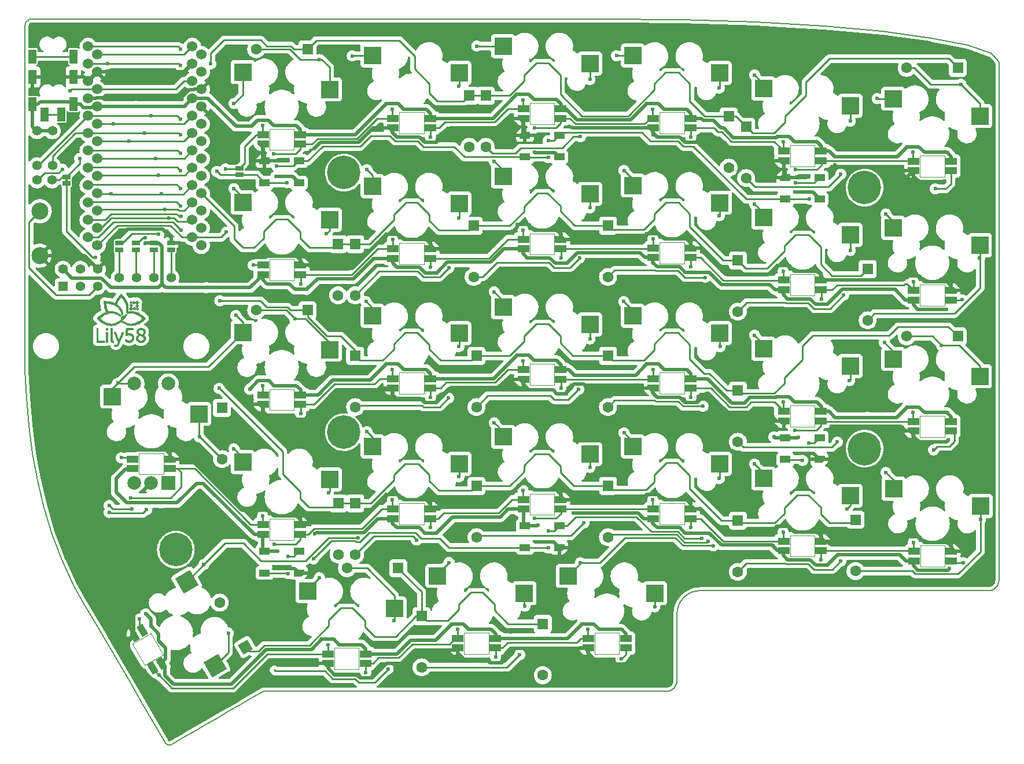
<source format=gtl>
G04 #@! TF.GenerationSoftware,KiCad,Pcbnew,(5.99.0-12610-g07e01e6297)*
G04 #@! TF.CreationDate,2022-01-25T15:54:23+00:00*
G04 #@! TF.ProjectId,Lily58,4c696c79-3538-42e6-9b69-6361645f7063,rev?*
G04 #@! TF.SameCoordinates,Original*
G04 #@! TF.FileFunction,Copper,L1,Top*
G04 #@! TF.FilePolarity,Positive*
%FSLAX46Y46*%
G04 Gerber Fmt 4.6, Leading zero omitted, Abs format (unit mm)*
G04 Created by KiCad (PCBNEW (5.99.0-12610-g07e01e6297)) date 2022-01-25 15:54:23*
%MOMM*%
%LPD*%
G01*
G04 APERTURE LIST*
G04 Aperture macros list*
%AMRotRect*
0 Rectangle, with rotation*
0 The origin of the aperture is its center*
0 $1 length*
0 $2 width*
0 $3 Rotation angle, in degrees counterclockwise*
0 Add horizontal line*
21,1,$1,$2,0,0,$3*%
%AMOutline5P*
0 Free polygon, 5 corners , with rotation*
0 The origin of the aperture is its center*
0 number of corners: always 5*
0 $1 to $10 corner X, Y*
0 $11 Rotation angle, in degrees counterclockwise*
0 create outline with 5 corners*
4,1,5,$1,$2,$3,$4,$5,$6,$7,$8,$9,$10,$1,$2,$11*%
%AMOutline6P*
0 Free polygon, 6 corners , with rotation*
0 The origin of the aperture is its center*
0 number of corners: always 6*
0 $1 to $12 corner X, Y*
0 $13 Rotation angle, in degrees counterclockwise*
0 create outline with 6 corners*
4,1,6,$1,$2,$3,$4,$5,$6,$7,$8,$9,$10,$11,$12,$1,$2,$13*%
%AMOutline7P*
0 Free polygon, 7 corners , with rotation*
0 The origin of the aperture is its center*
0 number of corners: always 7*
0 $1 to $14 corner X, Y*
0 $15 Rotation angle, in degrees counterclockwise*
0 create outline with 7 corners*
4,1,7,$1,$2,$3,$4,$5,$6,$7,$8,$9,$10,$11,$12,$13,$14,$1,$2,$15*%
%AMOutline8P*
0 Free polygon, 8 corners , with rotation*
0 The origin of the aperture is its center*
0 number of corners: always 8*
0 $1 to $16 corner X, Y*
0 $17 Rotation angle, in degrees counterclockwise*
0 create outline with 8 corners*
4,1,8,$1,$2,$3,$4,$5,$6,$7,$8,$9,$10,$11,$12,$13,$14,$15,$16,$1,$2,$17*%
G04 Aperture macros list end*
G04 #@! TA.AperFunction,Profile*
%ADD10C,0.200000*%
G04 #@! TD*
G04 #@! TA.AperFunction,EtchedComponent*
%ADD11C,0.010000*%
G04 #@! TD*
G04 #@! TA.AperFunction,Profile*
%ADD12C,0.120000*%
G04 #@! TD*
G04 #@! TA.AperFunction,ComponentPad*
%ADD13R,1.600000X1.600000*%
G04 #@! TD*
G04 #@! TA.AperFunction,ComponentPad*
%ADD14C,1.600000*%
G04 #@! TD*
G04 #@! TA.AperFunction,ComponentPad*
%ADD15RotRect,1.600000X1.600000X300.000000*%
G04 #@! TD*
G04 #@! TA.AperFunction,ComponentPad*
%ADD16C,1.397000*%
G04 #@! TD*
G04 #@! TA.AperFunction,SMDPad,CuDef*
%ADD17R,2.550000X2.500000*%
G04 #@! TD*
G04 #@! TA.AperFunction,SMDPad,CuDef*
%ADD18RotRect,2.550000X2.500000X120.000000*%
G04 #@! TD*
G04 #@! TA.AperFunction,ComponentPad*
%ADD19R,1.200000X2.100000*%
G04 #@! TD*
G04 #@! TA.AperFunction,ComponentPad*
%ADD20C,4.900000*%
G04 #@! TD*
G04 #@! TA.AperFunction,ComponentPad*
%ADD21C,2.500000*%
G04 #@! TD*
G04 #@! TA.AperFunction,ComponentPad*
%ADD22C,1.524000*%
G04 #@! TD*
G04 #@! TA.AperFunction,SMDPad,CuDef*
%ADD23R,1.143000X0.635000*%
G04 #@! TD*
G04 #@! TA.AperFunction,ComponentPad*
%ADD24R,1.397000X1.397000*%
G04 #@! TD*
G04 #@! TA.AperFunction,SMDPad,CuDef*
%ADD25R,1.700000X1.000000*%
G04 #@! TD*
G04 #@! TA.AperFunction,SMDPad,CuDef*
%ADD26Outline5P,-0.850000X0.500000X0.850000X0.500000X0.850000X-0.500000X-0.400000X-0.500000X-0.850000X-0.050000X0.000000*%
G04 #@! TD*
G04 #@! TA.AperFunction,SMDPad,CuDef*
%ADD27RotRect,1.700000X1.000000X300.000000*%
G04 #@! TD*
G04 #@! TA.AperFunction,SMDPad,CuDef*
%ADD28Outline5P,-0.850000X0.500000X0.850000X0.500000X0.850000X-0.500000X-0.400000X-0.500000X-0.850000X-0.050000X300.000000*%
G04 #@! TD*
G04 #@! TA.AperFunction,SMDPad,CuDef*
%ADD29Outline5P,-0.850000X0.500000X0.850000X0.500000X0.850000X-0.500000X-0.400000X-0.500000X-0.850000X-0.050000X180.000000*%
G04 #@! TD*
G04 #@! TA.AperFunction,SMDPad,CuDef*
%ADD30R,1.600000X1.000000*%
G04 #@! TD*
G04 #@! TA.AperFunction,SMDPad,CuDef*
%ADD31Outline5P,-0.800000X0.500000X0.800000X0.500000X0.800000X-0.050000X0.350000X-0.500000X-0.800000X-0.500000X0.000000*%
G04 #@! TD*
G04 #@! TA.AperFunction,SMDPad,CuDef*
%ADD32Outline5P,-0.800000X0.500000X0.800000X0.500000X0.800000X-0.050000X0.350000X-0.500000X-0.800000X-0.500000X180.000000*%
G04 #@! TD*
G04 #@! TA.AperFunction,SMDPad,CuDef*
%ADD33R,0.381000X0.381000*%
G04 #@! TD*
G04 #@! TA.AperFunction,ComponentPad*
%ADD34R,2.000000X2.000000*%
G04 #@! TD*
G04 #@! TA.AperFunction,ComponentPad*
%ADD35C,2.000000*%
G04 #@! TD*
G04 #@! TA.AperFunction,ViaPad*
%ADD36C,0.600000*%
G04 #@! TD*
G04 #@! TA.AperFunction,Conductor*
%ADD37C,0.250000*%
G04 #@! TD*
G04 #@! TA.AperFunction,Conductor*
%ADD38C,0.500000*%
G04 #@! TD*
G04 APERTURE END LIST*
D10*
X104803877Y-37086762D02*
X94400000Y-37086762D01*
X82937528Y-82285296D02*
X82937528Y-75978362D01*
X82937528Y-75978362D02*
X82937528Y-69671429D01*
X82937528Y-88592229D02*
X82937528Y-82285296D01*
X177658308Y-135255660D02*
X177403500Y-135393876D01*
X83776462Y-37108075D02*
X83988210Y-37086762D01*
X93344258Y-125721062D02*
X95019952Y-128587381D01*
X224544152Y-120671952D02*
X224262495Y-120759288D01*
X162080304Y-135511658D02*
X169449826Y-135511658D01*
X225460000Y-71881623D02*
X225460000Y-81363245D01*
X112835230Y-138421062D02*
X114510925Y-137450923D01*
X111159536Y-139391201D02*
X112835230Y-138421062D01*
X94400000Y-37086762D02*
X83988210Y-37086762D01*
X91668563Y-122854742D02*
X93344258Y-125721062D01*
X178319348Y-130379933D02*
X178319348Y-131597973D01*
X89992869Y-119988423D02*
X91668563Y-122854742D01*
X178319348Y-124289735D02*
X178390391Y-123583911D01*
X225459999Y-119289735D02*
X225429552Y-119592231D01*
X125619545Y-37086762D02*
X115211711Y-37086762D01*
X125232695Y-135511658D02*
X132602217Y-135511658D01*
X225460000Y-100326490D02*
X225460000Y-109808112D01*
X181113524Y-120860778D02*
X181819348Y-120789735D01*
X225204001Y-120128696D02*
X225020912Y-120350648D01*
X225460000Y-109808112D02*
X225460000Y-119289735D01*
X218692418Y-120789735D02*
X223959999Y-120789735D01*
X103714328Y-143322532D02*
X103842470Y-143386445D01*
X197622092Y-120789735D02*
X202889673Y-120789735D01*
X224798960Y-120533736D02*
X224544152Y-120671952D01*
X103491837Y-143088150D02*
X103597295Y-143222884D01*
X208157255Y-120789735D02*
X213424836Y-120789735D01*
X82959523Y-37925015D02*
X83020657Y-37727855D01*
X215525697Y-39885159D02*
X208420758Y-38945561D01*
X224900000Y-42700000D02*
X225460000Y-43436755D01*
X178319348Y-134011658D02*
X178288901Y-134314154D01*
X101722730Y-140052659D02*
X103398425Y-142918979D01*
X225460000Y-43436755D02*
X225460000Y-52918378D01*
X83020657Y-37727855D02*
X83117409Y-37549489D01*
X84020972Y-100690825D02*
X84747083Y-104695246D01*
X225460000Y-62400000D02*
X225460000Y-71881623D01*
X88291758Y-116318073D02*
X89992869Y-119988423D01*
X139971738Y-135511658D02*
X147341260Y-135511658D01*
X178390391Y-123583911D02*
X178594174Y-122926713D01*
X178916678Y-122332160D02*
X179343884Y-121814271D01*
X178319348Y-124289735D02*
X178319348Y-125507775D01*
X208420758Y-38945561D02*
X199807654Y-38170488D01*
X189919538Y-37585374D02*
X178989563Y-37215654D01*
X116186619Y-136480784D02*
X117862313Y-135510645D01*
X156843047Y-37086762D02*
X146435213Y-37086762D01*
X178063349Y-134850619D02*
X177880261Y-135072571D01*
X147341260Y-135511658D02*
X154710782Y-135511658D01*
X177880261Y-135072571D02*
X177658308Y-135255660D01*
X224262495Y-120759288D02*
X223959999Y-120789735D01*
X104130206Y-143404468D02*
X104288864Y-143357278D01*
X224900000Y-42700000D02*
X224278471Y-42156190D01*
X82937528Y-50750629D02*
X82937528Y-44443695D01*
X82937528Y-44443695D02*
X82937528Y-38136762D01*
X178319348Y-127943854D02*
X178319348Y-129161894D01*
X107808147Y-141331479D02*
X109483841Y-140361340D01*
X225429552Y-119592231D02*
X225342217Y-119873887D01*
X132602217Y-135511658D02*
X139971738Y-135511658D01*
X83245570Y-37394123D02*
X83400937Y-37265961D01*
X82937528Y-38136762D02*
X82959523Y-37925015D01*
X220889319Y-40963847D02*
X215525697Y-39885159D01*
X95019952Y-128587381D02*
X96695647Y-131453701D01*
X178319348Y-131597973D02*
X178319348Y-132816013D01*
X225020912Y-120350648D02*
X224798960Y-120533736D01*
X178319348Y-126725814D02*
X178319348Y-127943854D01*
X213424836Y-120789735D02*
X218692418Y-120789735D01*
X178594174Y-122926713D02*
X178916678Y-122332160D01*
X225342217Y-119873887D02*
X225204001Y-120128696D01*
X167250881Y-37086762D02*
X156843047Y-37086762D01*
X180456326Y-121064561D02*
X181113524Y-120860778D01*
X83135690Y-92617561D02*
X83490297Y-96657663D01*
X103597295Y-143222884D02*
X103714328Y-143322532D01*
X117862313Y-135510645D02*
X125232695Y-135511658D01*
X109483841Y-140361340D02*
X111159536Y-139391201D01*
X225460000Y-81363245D02*
X225460000Y-90844867D01*
X96695647Y-131453701D02*
X98371341Y-134320020D01*
X115211711Y-37086762D02*
X104803877Y-37086762D01*
X224278471Y-42156190D02*
X220889319Y-40963847D01*
X82937528Y-57057562D02*
X82937528Y-50750629D01*
X202889673Y-120789735D02*
X208157255Y-120789735D01*
X82937528Y-63364495D02*
X82937528Y-57057562D01*
X178288901Y-134314154D02*
X178201565Y-134595810D01*
X103398425Y-142918979D02*
X103491837Y-143088150D01*
X83117409Y-37549489D02*
X83245570Y-37394123D01*
X199807654Y-38170488D02*
X189919538Y-37585374D01*
X192354511Y-120789735D02*
X197622092Y-120789735D01*
X179343884Y-121814271D02*
X179861773Y-121387065D01*
X187086929Y-120789735D02*
X192354511Y-120789735D01*
X178201565Y-134595810D02*
X178063349Y-134850619D01*
X178319348Y-125507775D02*
X178319348Y-126725814D01*
X100047036Y-137186340D02*
X101722730Y-140052659D01*
X178319348Y-132816013D02*
X178319348Y-134011658D01*
X103981252Y-143413974D02*
X104130206Y-143404468D01*
X225460000Y-90844867D02*
X225460000Y-100326490D01*
X104456758Y-143271756D02*
X106132452Y-142301617D01*
X146435213Y-37086762D02*
X136027379Y-37086762D01*
X98371341Y-134320020D02*
X100047036Y-137186340D01*
X178989563Y-37215654D02*
X167250881Y-37086762D01*
X82937528Y-69671429D02*
X82937528Y-63364495D01*
X225460000Y-52918378D02*
X225460000Y-62400000D01*
X103842470Y-143386445D02*
X103981252Y-143413974D01*
X177121844Y-135481211D02*
X176819348Y-135511658D01*
X136027379Y-37086762D02*
X125619545Y-37086762D01*
X154710782Y-135511658D02*
X162080304Y-135511658D01*
X169449826Y-135511658D02*
X176819348Y-135511658D01*
X177403500Y-135393876D02*
X177121844Y-135481211D01*
X104288864Y-143357278D02*
X104456758Y-143271756D01*
X114510925Y-137450923D02*
X116186619Y-136480784D01*
X84747083Y-104695246D02*
X85688004Y-108649127D01*
X86863105Y-112530670D02*
X88291758Y-116318073D01*
X179861773Y-121387065D02*
X180456326Y-121064561D01*
X83579303Y-37169210D02*
X83776462Y-37108075D01*
X85688004Y-108649127D02*
X86863105Y-112530670D01*
X106132452Y-142301617D02*
X107808147Y-141331479D01*
X83400937Y-37265961D02*
X83579303Y-37169210D01*
X83490297Y-96657663D02*
X84020972Y-100690825D01*
X181819348Y-120789735D02*
X187086929Y-120789735D01*
X82937528Y-88592229D02*
X83135690Y-92617561D01*
X178319348Y-129161894D02*
X178319348Y-130379933D01*
D11*
X99929251Y-82341304D02*
X99993591Y-82346052D01*
X99993591Y-82346052D02*
X100052515Y-82353640D01*
X100052515Y-82353640D02*
X100098884Y-82363169D01*
X100098884Y-82363169D02*
X100192044Y-82393582D01*
X100192044Y-82393582D02*
X100274312Y-82433389D01*
X100274312Y-82433389D02*
X100346042Y-82482806D01*
X100346042Y-82482806D02*
X100407589Y-82542052D01*
X100407589Y-82542052D02*
X100426156Y-82564343D01*
X100426156Y-82564343D02*
X100470955Y-82632554D01*
X100470955Y-82632554D02*
X100502997Y-82706440D01*
X100502997Y-82706440D02*
X100522409Y-82784986D01*
X100522409Y-82784986D02*
X100529316Y-82867178D01*
X100529316Y-82867178D02*
X100523843Y-82952003D01*
X100523843Y-82952003D02*
X100506116Y-83038445D01*
X100506116Y-83038445D02*
X100476260Y-83125492D01*
X100476260Y-83125492D02*
X100434401Y-83212128D01*
X100434401Y-83212128D02*
X100380664Y-83297340D01*
X100380664Y-83297340D02*
X100326948Y-83366474D01*
X100326948Y-83366474D02*
X100288627Y-83411647D01*
X100288627Y-83411647D02*
X100340396Y-83447009D01*
X100340396Y-83447009D02*
X100409580Y-83501320D01*
X100409580Y-83501320D02*
X100468212Y-83562080D01*
X100468212Y-83562080D02*
X100515135Y-83627825D01*
X100515135Y-83627825D02*
X100549189Y-83697091D01*
X100549189Y-83697091D02*
X100557842Y-83721857D01*
X100557842Y-83721857D02*
X100567692Y-83766305D01*
X100567692Y-83766305D02*
X100573192Y-83819449D01*
X100573192Y-83819449D02*
X100574278Y-83876118D01*
X100574278Y-83876118D02*
X100570887Y-83931141D01*
X100570887Y-83931141D02*
X100562956Y-83979348D01*
X100562956Y-83979348D02*
X100561085Y-83986743D01*
X100561085Y-83986743D02*
X100530519Y-84072814D01*
X100530519Y-84072814D02*
X100487386Y-84152047D01*
X100487386Y-84152047D02*
X100432256Y-84223769D01*
X100432256Y-84223769D02*
X100365704Y-84287304D01*
X100365704Y-84287304D02*
X100288301Y-84341978D01*
X100288301Y-84341978D02*
X100234678Y-84371344D01*
X100234678Y-84371344D02*
X100170316Y-84400217D01*
X100170316Y-84400217D02*
X100108343Y-84421352D01*
X100108343Y-84421352D02*
X100044574Y-84435713D01*
X100044574Y-84435713D02*
X99974824Y-84444265D01*
X99974824Y-84444265D02*
X99902857Y-84447805D01*
X99902857Y-84447805D02*
X99859794Y-84448283D01*
X99859794Y-84448283D02*
X99818044Y-84447825D01*
X99818044Y-84447825D02*
X99781514Y-84446536D01*
X99781514Y-84446536D02*
X99754111Y-84444522D01*
X99754111Y-84444522D02*
X99746975Y-84443600D01*
X99746975Y-84443600D02*
X99652879Y-84423132D01*
X99652879Y-84423132D02*
X99561807Y-84392273D01*
X99561807Y-84392273D02*
X99476960Y-84352342D01*
X99476960Y-84352342D02*
X99401540Y-84304660D01*
X99401540Y-84304660D02*
X99391229Y-84296915D01*
X99391229Y-84296915D02*
X99325087Y-84237130D01*
X99325087Y-84237130D02*
X99268214Y-84167370D01*
X99268214Y-84167370D02*
X99222175Y-84089946D01*
X99222175Y-84089946D02*
X99188538Y-84007173D01*
X99188538Y-84007173D02*
X99183374Y-83989961D01*
X99183374Y-83989961D02*
X99175542Y-83958293D01*
X99175542Y-83958293D02*
X99170543Y-83926915D01*
X99170543Y-83926915D02*
X99167847Y-83891039D01*
X99167847Y-83891039D02*
X99166922Y-83845879D01*
X99166922Y-83845879D02*
X99166908Y-83841600D01*
X99166908Y-83841600D02*
X99168078Y-83810809D01*
X99168078Y-83810809D02*
X99453027Y-83810809D01*
X99453027Y-83810809D02*
X99456105Y-83865536D01*
X99456105Y-83865536D02*
X99464803Y-83914174D01*
X99464803Y-83914174D02*
X99467322Y-83923002D01*
X99467322Y-83923002D02*
X99494276Y-83986304D01*
X99494276Y-83986304D02*
X99533568Y-84044112D01*
X99533568Y-84044112D02*
X99583597Y-84094977D01*
X99583597Y-84094977D02*
X99642763Y-84137452D01*
X99642763Y-84137452D02*
X99709463Y-84170086D01*
X99709463Y-84170086D02*
X99757715Y-84185762D01*
X99757715Y-84185762D02*
X99794013Y-84192206D01*
X99794013Y-84192206D02*
X99839327Y-84195751D01*
X99839327Y-84195751D02*
X99888450Y-84196396D01*
X99888450Y-84196396D02*
X99936177Y-84194140D01*
X99936177Y-84194140D02*
X99977300Y-84188981D01*
X99977300Y-84188981D02*
X99991896Y-84185809D01*
X99991896Y-84185809D02*
X100059484Y-84162556D01*
X100059484Y-84162556D02*
X100119368Y-84130629D01*
X100119368Y-84130629D02*
X100170954Y-84091388D01*
X100170954Y-84091388D02*
X100213646Y-84046197D01*
X100213646Y-84046197D02*
X100246850Y-83996415D01*
X100246850Y-83996415D02*
X100269970Y-83943407D01*
X100269970Y-83943407D02*
X100282412Y-83888532D01*
X100282412Y-83888532D02*
X100283580Y-83833154D01*
X100283580Y-83833154D02*
X100272881Y-83778635D01*
X100272881Y-83778635D02*
X100249718Y-83726335D01*
X100249718Y-83726335D02*
X100213760Y-83677903D01*
X100213760Y-83677903D02*
X100192533Y-83656421D01*
X100192533Y-83656421D02*
X100169132Y-83636192D01*
X100169132Y-83636192D02*
X100142080Y-83616383D01*
X100142080Y-83616383D02*
X100109896Y-83596162D01*
X100109896Y-83596162D02*
X100071101Y-83574695D01*
X100071101Y-83574695D02*
X100024216Y-83551149D01*
X100024216Y-83551149D02*
X99967762Y-83524694D01*
X99967762Y-83524694D02*
X99900259Y-83494494D01*
X99900259Y-83494494D02*
X99845502Y-83470622D01*
X99845502Y-83470622D02*
X99697432Y-83406569D01*
X99697432Y-83406569D02*
X99662703Y-83432062D01*
X99662703Y-83432062D02*
X99611751Y-83475314D01*
X99611751Y-83475314D02*
X99564389Y-83526613D01*
X99564389Y-83526613D02*
X99522953Y-83582722D01*
X99522953Y-83582722D02*
X99489777Y-83640406D01*
X99489777Y-83640406D02*
X99467196Y-83696427D01*
X99467196Y-83696427D02*
X99464098Y-83707370D01*
X99464098Y-83707370D02*
X99455662Y-83756064D01*
X99455662Y-83756064D02*
X99453027Y-83810809D01*
X99453027Y-83810809D02*
X99168078Y-83810809D01*
X99168078Y-83810809D02*
X99169539Y-83772399D01*
X99169539Y-83772399D02*
X99178587Y-83711227D01*
X99178587Y-83711227D02*
X99195291Y-83652555D01*
X99195291Y-83652555D02*
X99220887Y-83590855D01*
X99220887Y-83590855D02*
X99224899Y-83582392D01*
X99224899Y-83582392D02*
X99256135Y-83526952D01*
X99256135Y-83526952D02*
X99296787Y-83469269D01*
X99296787Y-83469269D02*
X99343710Y-83412997D01*
X99343710Y-83412997D02*
X99393758Y-83361793D01*
X99393758Y-83361793D02*
X99443787Y-83319312D01*
X99443787Y-83319312D02*
X99462906Y-83305703D01*
X99462906Y-83305703D02*
X99491041Y-83286910D01*
X99491041Y-83286910D02*
X99466535Y-83269035D01*
X99466535Y-83269035D02*
X99451589Y-83256701D01*
X99451589Y-83256701D02*
X99429648Y-83236810D01*
X99429648Y-83236810D02*
X99403808Y-83212237D01*
X99403808Y-83212237D02*
X99380250Y-83188966D01*
X99380250Y-83188966D02*
X99329332Y-83131348D01*
X99329332Y-83131348D02*
X99291663Y-83073317D01*
X99291663Y-83073317D02*
X99266154Y-83012219D01*
X99266154Y-83012219D02*
X99251713Y-82945402D01*
X99251713Y-82945402D02*
X99247617Y-82876400D01*
X99247617Y-82876400D02*
X99529354Y-82876400D01*
X99529354Y-82876400D02*
X99529967Y-82910789D01*
X99529967Y-82910789D02*
X99532148Y-82935549D01*
X99532148Y-82935549D02*
X99536831Y-82955553D01*
X99536831Y-82955553D02*
X99544954Y-82975673D01*
X99544954Y-82975673D02*
X99550700Y-82987502D01*
X99550700Y-82987502D02*
X99575694Y-83026157D01*
X99575694Y-83026157D02*
X99611715Y-83066305D01*
X99611715Y-83066305D02*
X99655893Y-83105243D01*
X99655893Y-83105243D02*
X99705360Y-83140265D01*
X99705360Y-83140265D02*
X99725280Y-83152172D01*
X99725280Y-83152172D02*
X99749272Y-83164916D01*
X99749272Y-83164916D02*
X99781351Y-83180726D01*
X99781351Y-83180726D02*
X99819309Y-83198637D01*
X99819309Y-83198637D02*
X99860939Y-83217685D01*
X99860939Y-83217685D02*
X99904035Y-83236904D01*
X99904035Y-83236904D02*
X99946389Y-83255330D01*
X99946389Y-83255330D02*
X99985796Y-83271998D01*
X99985796Y-83271998D02*
X100020049Y-83285944D01*
X100020049Y-83285944D02*
X100046940Y-83296201D01*
X100046940Y-83296201D02*
X100064263Y-83301807D01*
X100064263Y-83301807D02*
X100069190Y-83302529D01*
X100069190Y-83302529D02*
X100078020Y-83296364D01*
X100078020Y-83296364D02*
X100092789Y-83281254D01*
X100092789Y-83281254D02*
X100110877Y-83259976D01*
X100110877Y-83259976D02*
X100118622Y-83250143D01*
X100118622Y-83250143D02*
X100157950Y-83192348D01*
X100157950Y-83192348D02*
X100192016Y-83128994D01*
X100192016Y-83128994D02*
X100219532Y-83063388D01*
X100219532Y-83063388D02*
X100239207Y-82998834D01*
X100239207Y-82998834D02*
X100249753Y-82938638D01*
X100249753Y-82938638D02*
X100251200Y-82910354D01*
X100251200Y-82910354D02*
X100244713Y-82841795D01*
X100244713Y-82841795D02*
X100225777Y-82779880D01*
X100225777Y-82779880D02*
X100195180Y-82725300D01*
X100195180Y-82725300D02*
X100153709Y-82678742D01*
X100153709Y-82678742D02*
X100102152Y-82640897D01*
X100102152Y-82640897D02*
X100041296Y-82612454D01*
X100041296Y-82612454D02*
X99971929Y-82594103D01*
X99971929Y-82594103D02*
X99894838Y-82586532D01*
X99894838Y-82586532D02*
X99881086Y-82586367D01*
X99881086Y-82586367D02*
X99804157Y-82591991D01*
X99804157Y-82591991D02*
X99734300Y-82608508D01*
X99734300Y-82608508D02*
X99672511Y-82635380D01*
X99672511Y-82635380D02*
X99619783Y-82672070D01*
X99619783Y-82672070D02*
X99577110Y-82718040D01*
X99577110Y-82718040D02*
X99548564Y-82765961D01*
X99548564Y-82765961D02*
X99539026Y-82788277D01*
X99539026Y-82788277D02*
X99533217Y-82808637D01*
X99533217Y-82808637D02*
X99530281Y-82831966D01*
X99530281Y-82831966D02*
X99529360Y-82863191D01*
X99529360Y-82863191D02*
X99529354Y-82876400D01*
X99529354Y-82876400D02*
X99247617Y-82876400D01*
X99247617Y-82876400D02*
X99247249Y-82870212D01*
X99247249Y-82870212D02*
X99247274Y-82865515D01*
X99247274Y-82865515D02*
X99254747Y-82779725D01*
X99254747Y-82779725D02*
X99275241Y-82699453D01*
X99275241Y-82699453D02*
X99308089Y-82625386D01*
X99308089Y-82625386D02*
X99352625Y-82558214D01*
X99352625Y-82558214D02*
X99408183Y-82498626D01*
X99408183Y-82498626D02*
X99474094Y-82447311D01*
X99474094Y-82447311D02*
X99549692Y-82404959D01*
X99549692Y-82404959D02*
X99634311Y-82372258D01*
X99634311Y-82372258D02*
X99727284Y-82349898D01*
X99727284Y-82349898D02*
X99749588Y-82346318D01*
X99749588Y-82346318D02*
X99802664Y-82341216D01*
X99802664Y-82341216D02*
X99864080Y-82339619D01*
X99864080Y-82339619D02*
X99929251Y-82341304D01*
X99929251Y-82341304D02*
X99929251Y-82341304D01*
G36*
X99178587Y-83711227D02*
G01*
X99195291Y-83652555D01*
X99220887Y-83590855D01*
X99224899Y-83582392D01*
X99256135Y-83526952D01*
X99296787Y-83469269D01*
X99343710Y-83412997D01*
X99393758Y-83361793D01*
X99443787Y-83319312D01*
X99462906Y-83305703D01*
X99491041Y-83286910D01*
X99466535Y-83269035D01*
X99451589Y-83256701D01*
X99429648Y-83236810D01*
X99403808Y-83212237D01*
X99380250Y-83188966D01*
X99329332Y-83131348D01*
X99291663Y-83073317D01*
X99266154Y-83012219D01*
X99251713Y-82945402D01*
X99247617Y-82876400D01*
X99529354Y-82876400D01*
X99529967Y-82910789D01*
X99532148Y-82935549D01*
X99536831Y-82955553D01*
X99544954Y-82975673D01*
X99550700Y-82987502D01*
X99575694Y-83026157D01*
X99611715Y-83066305D01*
X99655893Y-83105243D01*
X99705360Y-83140265D01*
X99725280Y-83152172D01*
X99749272Y-83164916D01*
X99781351Y-83180726D01*
X99819309Y-83198637D01*
X99860939Y-83217685D01*
X99904035Y-83236904D01*
X99946389Y-83255330D01*
X99985796Y-83271998D01*
X100020049Y-83285944D01*
X100046940Y-83296201D01*
X100064263Y-83301807D01*
X100069190Y-83302529D01*
X100078020Y-83296364D01*
X100092789Y-83281254D01*
X100110877Y-83259976D01*
X100118622Y-83250143D01*
X100157950Y-83192348D01*
X100192016Y-83128994D01*
X100219532Y-83063388D01*
X100239207Y-82998834D01*
X100249753Y-82938638D01*
X100251200Y-82910354D01*
X100244713Y-82841795D01*
X100225777Y-82779880D01*
X100195180Y-82725300D01*
X100153709Y-82678742D01*
X100102152Y-82640897D01*
X100041296Y-82612454D01*
X99971929Y-82594103D01*
X99894838Y-82586532D01*
X99881086Y-82586367D01*
X99804157Y-82591991D01*
X99734300Y-82608508D01*
X99672511Y-82635380D01*
X99619783Y-82672070D01*
X99577110Y-82718040D01*
X99548564Y-82765961D01*
X99539026Y-82788277D01*
X99533217Y-82808637D01*
X99530281Y-82831966D01*
X99529360Y-82863191D01*
X99529354Y-82876400D01*
X99247617Y-82876400D01*
X99247249Y-82870212D01*
X99247274Y-82865515D01*
X99254747Y-82779725D01*
X99275241Y-82699453D01*
X99308089Y-82625386D01*
X99352625Y-82558214D01*
X99408183Y-82498626D01*
X99474094Y-82447311D01*
X99549692Y-82404959D01*
X99634311Y-82372258D01*
X99727284Y-82349898D01*
X99749588Y-82346318D01*
X99802664Y-82341216D01*
X99864080Y-82339619D01*
X99929251Y-82341304D01*
X99993591Y-82346052D01*
X100052515Y-82353640D01*
X100098884Y-82363169D01*
X100192044Y-82393582D01*
X100274312Y-82433389D01*
X100346042Y-82482806D01*
X100407589Y-82542052D01*
X100426156Y-82564343D01*
X100470955Y-82632554D01*
X100502997Y-82706440D01*
X100522409Y-82784986D01*
X100529316Y-82867178D01*
X100523843Y-82952003D01*
X100506116Y-83038445D01*
X100476260Y-83125492D01*
X100434401Y-83212128D01*
X100380664Y-83297340D01*
X100326948Y-83366474D01*
X100288627Y-83411647D01*
X100340396Y-83447009D01*
X100409580Y-83501320D01*
X100468212Y-83562080D01*
X100515135Y-83627825D01*
X100549189Y-83697091D01*
X100557842Y-83721857D01*
X100567692Y-83766305D01*
X100573192Y-83819449D01*
X100574278Y-83876118D01*
X100570887Y-83931141D01*
X100562956Y-83979348D01*
X100561085Y-83986743D01*
X100530519Y-84072814D01*
X100487386Y-84152047D01*
X100432256Y-84223769D01*
X100365704Y-84287304D01*
X100288301Y-84341978D01*
X100234678Y-84371344D01*
X100170316Y-84400217D01*
X100108343Y-84421352D01*
X100044574Y-84435713D01*
X99974824Y-84444265D01*
X99902857Y-84447805D01*
X99859794Y-84448283D01*
X99818044Y-84447825D01*
X99781514Y-84446536D01*
X99754111Y-84444522D01*
X99746975Y-84443600D01*
X99652879Y-84423132D01*
X99561807Y-84392273D01*
X99476960Y-84352342D01*
X99401540Y-84304660D01*
X99391229Y-84296915D01*
X99325087Y-84237130D01*
X99268214Y-84167370D01*
X99222175Y-84089946D01*
X99188538Y-84007173D01*
X99183374Y-83989961D01*
X99175542Y-83958293D01*
X99170543Y-83926915D01*
X99167847Y-83891039D01*
X99166922Y-83845879D01*
X99166908Y-83841600D01*
X99168078Y-83810809D01*
X99453027Y-83810809D01*
X99456105Y-83865536D01*
X99464803Y-83914174D01*
X99467322Y-83923002D01*
X99494276Y-83986304D01*
X99533568Y-84044112D01*
X99583597Y-84094977D01*
X99642763Y-84137452D01*
X99709463Y-84170086D01*
X99757715Y-84185762D01*
X99794013Y-84192206D01*
X99839327Y-84195751D01*
X99888450Y-84196396D01*
X99936177Y-84194140D01*
X99977300Y-84188981D01*
X99991896Y-84185809D01*
X100059484Y-84162556D01*
X100119368Y-84130629D01*
X100170954Y-84091388D01*
X100213646Y-84046197D01*
X100246850Y-83996415D01*
X100269970Y-83943407D01*
X100282412Y-83888532D01*
X100283580Y-83833154D01*
X100272881Y-83778635D01*
X100249718Y-83726335D01*
X100213760Y-83677903D01*
X100192533Y-83656421D01*
X100169132Y-83636192D01*
X100142080Y-83616383D01*
X100109896Y-83596162D01*
X100071101Y-83574695D01*
X100024216Y-83551149D01*
X99967762Y-83524694D01*
X99900259Y-83494494D01*
X99845502Y-83470622D01*
X99697432Y-83406569D01*
X99662703Y-83432062D01*
X99611751Y-83475314D01*
X99564389Y-83526613D01*
X99522953Y-83582722D01*
X99489777Y-83640406D01*
X99467196Y-83696427D01*
X99464098Y-83707370D01*
X99455662Y-83756064D01*
X99453027Y-83810809D01*
X99168078Y-83810809D01*
X99169539Y-83772399D01*
X99178587Y-83711227D01*
G37*
X99178587Y-83711227D02*
X99195291Y-83652555D01*
X99220887Y-83590855D01*
X99224899Y-83582392D01*
X99256135Y-83526952D01*
X99296787Y-83469269D01*
X99343710Y-83412997D01*
X99393758Y-83361793D01*
X99443787Y-83319312D01*
X99462906Y-83305703D01*
X99491041Y-83286910D01*
X99466535Y-83269035D01*
X99451589Y-83256701D01*
X99429648Y-83236810D01*
X99403808Y-83212237D01*
X99380250Y-83188966D01*
X99329332Y-83131348D01*
X99291663Y-83073317D01*
X99266154Y-83012219D01*
X99251713Y-82945402D01*
X99247617Y-82876400D01*
X99529354Y-82876400D01*
X99529967Y-82910789D01*
X99532148Y-82935549D01*
X99536831Y-82955553D01*
X99544954Y-82975673D01*
X99550700Y-82987502D01*
X99575694Y-83026157D01*
X99611715Y-83066305D01*
X99655893Y-83105243D01*
X99705360Y-83140265D01*
X99725280Y-83152172D01*
X99749272Y-83164916D01*
X99781351Y-83180726D01*
X99819309Y-83198637D01*
X99860939Y-83217685D01*
X99904035Y-83236904D01*
X99946389Y-83255330D01*
X99985796Y-83271998D01*
X100020049Y-83285944D01*
X100046940Y-83296201D01*
X100064263Y-83301807D01*
X100069190Y-83302529D01*
X100078020Y-83296364D01*
X100092789Y-83281254D01*
X100110877Y-83259976D01*
X100118622Y-83250143D01*
X100157950Y-83192348D01*
X100192016Y-83128994D01*
X100219532Y-83063388D01*
X100239207Y-82998834D01*
X100249753Y-82938638D01*
X100251200Y-82910354D01*
X100244713Y-82841795D01*
X100225777Y-82779880D01*
X100195180Y-82725300D01*
X100153709Y-82678742D01*
X100102152Y-82640897D01*
X100041296Y-82612454D01*
X99971929Y-82594103D01*
X99894838Y-82586532D01*
X99881086Y-82586367D01*
X99804157Y-82591991D01*
X99734300Y-82608508D01*
X99672511Y-82635380D01*
X99619783Y-82672070D01*
X99577110Y-82718040D01*
X99548564Y-82765961D01*
X99539026Y-82788277D01*
X99533217Y-82808637D01*
X99530281Y-82831966D01*
X99529360Y-82863191D01*
X99529354Y-82876400D01*
X99247617Y-82876400D01*
X99247249Y-82870212D01*
X99247274Y-82865515D01*
X99254747Y-82779725D01*
X99275241Y-82699453D01*
X99308089Y-82625386D01*
X99352625Y-82558214D01*
X99408183Y-82498626D01*
X99474094Y-82447311D01*
X99549692Y-82404959D01*
X99634311Y-82372258D01*
X99727284Y-82349898D01*
X99749588Y-82346318D01*
X99802664Y-82341216D01*
X99864080Y-82339619D01*
X99929251Y-82341304D01*
X99993591Y-82346052D01*
X100052515Y-82353640D01*
X100098884Y-82363169D01*
X100192044Y-82393582D01*
X100274312Y-82433389D01*
X100346042Y-82482806D01*
X100407589Y-82542052D01*
X100426156Y-82564343D01*
X100470955Y-82632554D01*
X100502997Y-82706440D01*
X100522409Y-82784986D01*
X100529316Y-82867178D01*
X100523843Y-82952003D01*
X100506116Y-83038445D01*
X100476260Y-83125492D01*
X100434401Y-83212128D01*
X100380664Y-83297340D01*
X100326948Y-83366474D01*
X100288627Y-83411647D01*
X100340396Y-83447009D01*
X100409580Y-83501320D01*
X100468212Y-83562080D01*
X100515135Y-83627825D01*
X100549189Y-83697091D01*
X100557842Y-83721857D01*
X100567692Y-83766305D01*
X100573192Y-83819449D01*
X100574278Y-83876118D01*
X100570887Y-83931141D01*
X100562956Y-83979348D01*
X100561085Y-83986743D01*
X100530519Y-84072814D01*
X100487386Y-84152047D01*
X100432256Y-84223769D01*
X100365704Y-84287304D01*
X100288301Y-84341978D01*
X100234678Y-84371344D01*
X100170316Y-84400217D01*
X100108343Y-84421352D01*
X100044574Y-84435713D01*
X99974824Y-84444265D01*
X99902857Y-84447805D01*
X99859794Y-84448283D01*
X99818044Y-84447825D01*
X99781514Y-84446536D01*
X99754111Y-84444522D01*
X99746975Y-84443600D01*
X99652879Y-84423132D01*
X99561807Y-84392273D01*
X99476960Y-84352342D01*
X99401540Y-84304660D01*
X99391229Y-84296915D01*
X99325087Y-84237130D01*
X99268214Y-84167370D01*
X99222175Y-84089946D01*
X99188538Y-84007173D01*
X99183374Y-83989961D01*
X99175542Y-83958293D01*
X99170543Y-83926915D01*
X99167847Y-83891039D01*
X99166922Y-83845879D01*
X99166908Y-83841600D01*
X99168078Y-83810809D01*
X99453027Y-83810809D01*
X99456105Y-83865536D01*
X99464803Y-83914174D01*
X99467322Y-83923002D01*
X99494276Y-83986304D01*
X99533568Y-84044112D01*
X99583597Y-84094977D01*
X99642763Y-84137452D01*
X99709463Y-84170086D01*
X99757715Y-84185762D01*
X99794013Y-84192206D01*
X99839327Y-84195751D01*
X99888450Y-84196396D01*
X99936177Y-84194140D01*
X99977300Y-84188981D01*
X99991896Y-84185809D01*
X100059484Y-84162556D01*
X100119368Y-84130629D01*
X100170954Y-84091388D01*
X100213646Y-84046197D01*
X100246850Y-83996415D01*
X100269970Y-83943407D01*
X100282412Y-83888532D01*
X100283580Y-83833154D01*
X100272881Y-83778635D01*
X100249718Y-83726335D01*
X100213760Y-83677903D01*
X100192533Y-83656421D01*
X100169132Y-83636192D01*
X100142080Y-83616383D01*
X100109896Y-83596162D01*
X100071101Y-83574695D01*
X100024216Y-83551149D01*
X99967762Y-83524694D01*
X99900259Y-83494494D01*
X99845502Y-83470622D01*
X99697432Y-83406569D01*
X99662703Y-83432062D01*
X99611751Y-83475314D01*
X99564389Y-83526613D01*
X99522953Y-83582722D01*
X99489777Y-83640406D01*
X99467196Y-83696427D01*
X99464098Y-83707370D01*
X99455662Y-83756064D01*
X99453027Y-83810809D01*
X99168078Y-83810809D01*
X99169539Y-83772399D01*
X99178587Y-83711227D01*
X99316259Y-78345682D02*
X99332770Y-78359495D01*
X99332770Y-78359495D02*
X99355704Y-78380368D01*
X99355704Y-78380368D02*
X99383304Y-78406539D01*
X99383304Y-78406539D02*
X99413812Y-78436249D01*
X99413812Y-78436249D02*
X99445471Y-78467739D01*
X99445471Y-78467739D02*
X99476523Y-78499248D01*
X99476523Y-78499248D02*
X99505212Y-78529017D01*
X99505212Y-78529017D02*
X99529778Y-78555287D01*
X99529778Y-78555287D02*
X99548465Y-78576297D01*
X99548465Y-78576297D02*
X99559515Y-78590288D01*
X99559515Y-78590288D02*
X99561772Y-78594844D01*
X99561772Y-78594844D02*
X99556776Y-78603174D01*
X99556776Y-78603174D02*
X99542962Y-78619684D01*
X99542962Y-78619684D02*
X99522090Y-78642618D01*
X99522090Y-78642618D02*
X99495919Y-78670218D01*
X99495919Y-78670218D02*
X99466208Y-78700726D01*
X99466208Y-78700726D02*
X99434719Y-78732385D01*
X99434719Y-78732385D02*
X99403209Y-78763438D01*
X99403209Y-78763438D02*
X99373440Y-78792126D01*
X99373440Y-78792126D02*
X99347171Y-78816692D01*
X99347171Y-78816692D02*
X99326161Y-78835379D01*
X99326161Y-78835379D02*
X99312170Y-78846430D01*
X99312170Y-78846430D02*
X99307614Y-78848686D01*
X99307614Y-78848686D02*
X99299605Y-78843739D01*
X99299605Y-78843739D02*
X99283003Y-78829853D01*
X99283003Y-78829853D02*
X99259370Y-78808462D01*
X99259370Y-78808462D02*
X99230264Y-78780999D01*
X99230264Y-78780999D02*
X99197246Y-78748900D01*
X99197246Y-78748900D02*
X99175249Y-78727051D01*
X99175249Y-78727051D02*
X99141017Y-78692332D01*
X99141017Y-78692332D02*
X99110519Y-78660551D01*
X99110519Y-78660551D02*
X99085187Y-78633272D01*
X99085187Y-78633272D02*
X99066453Y-78612055D01*
X99066453Y-78612055D02*
X99055748Y-78598463D01*
X99055748Y-78598463D02*
X99053772Y-78594528D01*
X99053772Y-78594528D02*
X99058767Y-78586198D01*
X99058767Y-78586198D02*
X99072581Y-78569688D01*
X99072581Y-78569688D02*
X99093454Y-78546754D01*
X99093454Y-78546754D02*
X99119625Y-78519154D01*
X99119625Y-78519154D02*
X99149335Y-78488646D01*
X99149335Y-78488646D02*
X99180825Y-78456987D01*
X99180825Y-78456987D02*
X99212334Y-78425934D01*
X99212334Y-78425934D02*
X99242103Y-78397246D01*
X99242103Y-78397246D02*
X99268372Y-78372680D01*
X99268372Y-78372680D02*
X99289382Y-78353993D01*
X99289382Y-78353993D02*
X99303373Y-78342942D01*
X99303373Y-78342942D02*
X99307930Y-78340686D01*
X99307930Y-78340686D02*
X99316259Y-78345682D01*
X99316259Y-78345682D02*
X99316259Y-78345682D01*
G36*
X99316259Y-78345682D02*
G01*
X99332770Y-78359495D01*
X99355704Y-78380368D01*
X99383304Y-78406539D01*
X99413812Y-78436249D01*
X99445471Y-78467739D01*
X99476523Y-78499248D01*
X99505212Y-78529017D01*
X99529778Y-78555287D01*
X99548465Y-78576297D01*
X99559515Y-78590288D01*
X99561772Y-78594844D01*
X99556776Y-78603174D01*
X99542962Y-78619684D01*
X99522090Y-78642618D01*
X99495919Y-78670218D01*
X99466208Y-78700726D01*
X99434719Y-78732385D01*
X99403209Y-78763438D01*
X99373440Y-78792126D01*
X99347171Y-78816692D01*
X99326161Y-78835379D01*
X99312170Y-78846430D01*
X99307614Y-78848686D01*
X99299605Y-78843739D01*
X99283003Y-78829853D01*
X99259370Y-78808462D01*
X99230264Y-78780999D01*
X99197246Y-78748900D01*
X99175249Y-78727051D01*
X99141017Y-78692332D01*
X99110519Y-78660551D01*
X99085187Y-78633272D01*
X99066453Y-78612055D01*
X99055748Y-78598463D01*
X99053772Y-78594528D01*
X99058767Y-78586198D01*
X99072581Y-78569688D01*
X99093454Y-78546754D01*
X99119625Y-78519154D01*
X99149335Y-78488646D01*
X99180825Y-78456987D01*
X99212334Y-78425934D01*
X99242103Y-78397246D01*
X99268372Y-78372680D01*
X99289382Y-78353993D01*
X99303373Y-78342942D01*
X99307930Y-78340686D01*
X99316259Y-78345682D01*
G37*
X99316259Y-78345682D02*
X99332770Y-78359495D01*
X99355704Y-78380368D01*
X99383304Y-78406539D01*
X99413812Y-78436249D01*
X99445471Y-78467739D01*
X99476523Y-78499248D01*
X99505212Y-78529017D01*
X99529778Y-78555287D01*
X99548465Y-78576297D01*
X99559515Y-78590288D01*
X99561772Y-78594844D01*
X99556776Y-78603174D01*
X99542962Y-78619684D01*
X99522090Y-78642618D01*
X99495919Y-78670218D01*
X99466208Y-78700726D01*
X99434719Y-78732385D01*
X99403209Y-78763438D01*
X99373440Y-78792126D01*
X99347171Y-78816692D01*
X99326161Y-78835379D01*
X99312170Y-78846430D01*
X99307614Y-78848686D01*
X99299605Y-78843739D01*
X99283003Y-78829853D01*
X99259370Y-78808462D01*
X99230264Y-78780999D01*
X99197246Y-78748900D01*
X99175249Y-78727051D01*
X99141017Y-78692332D01*
X99110519Y-78660551D01*
X99085187Y-78633272D01*
X99066453Y-78612055D01*
X99055748Y-78598463D01*
X99053772Y-78594528D01*
X99058767Y-78586198D01*
X99072581Y-78569688D01*
X99093454Y-78546754D01*
X99119625Y-78519154D01*
X99149335Y-78488646D01*
X99180825Y-78456987D01*
X99212334Y-78425934D01*
X99242103Y-78397246D01*
X99268372Y-78372680D01*
X99289382Y-78353993D01*
X99303373Y-78342942D01*
X99307930Y-78340686D01*
X99316259Y-78345682D01*
X98822488Y-78389154D02*
X98838605Y-78402669D01*
X98838605Y-78402669D02*
X98860907Y-78422884D01*
X98860907Y-78422884D02*
X98887475Y-78447910D01*
X98887475Y-78447910D02*
X98916390Y-78475854D01*
X98916390Y-78475854D02*
X98945733Y-78504829D01*
X98945733Y-78504829D02*
X98973586Y-78532943D01*
X98973586Y-78532943D02*
X98998028Y-78558306D01*
X98998028Y-78558306D02*
X99017142Y-78579028D01*
X99017142Y-78579028D02*
X99029009Y-78593219D01*
X99029009Y-78593219D02*
X99032000Y-78598499D01*
X99032000Y-78598499D02*
X99027061Y-78605816D01*
X99027061Y-78605816D02*
X99013509Y-78621244D01*
X99013509Y-78621244D02*
X98993243Y-78642888D01*
X98993243Y-78642888D02*
X98968165Y-78668850D01*
X98968165Y-78668850D02*
X98940173Y-78697234D01*
X98940173Y-78697234D02*
X98911167Y-78726144D01*
X98911167Y-78726144D02*
X98883046Y-78753684D01*
X98883046Y-78753684D02*
X98857711Y-78777957D01*
X98857711Y-78777957D02*
X98837061Y-78797067D01*
X98837061Y-78797067D02*
X98822995Y-78809117D01*
X98822995Y-78809117D02*
X98817730Y-78812400D01*
X98817730Y-78812400D02*
X98810614Y-78807482D01*
X98810614Y-78807482D02*
X98794980Y-78793761D01*
X98794980Y-78793761D02*
X98772486Y-78772787D01*
X98772486Y-78772787D02*
X98744786Y-78746110D01*
X98744786Y-78746110D02*
X98713535Y-78715279D01*
X98713535Y-78715279D02*
X98707149Y-78708895D01*
X98707149Y-78708895D02*
X98675685Y-78676855D01*
X98675685Y-78676855D02*
X98648082Y-78647754D01*
X98648082Y-78647754D02*
X98625897Y-78623315D01*
X98625897Y-78623315D02*
X98610686Y-78605260D01*
X98610686Y-78605260D02*
X98604006Y-78595313D01*
X98604006Y-78595313D02*
X98603829Y-78594498D01*
X98603829Y-78594498D02*
X98608829Y-78585843D01*
X98608829Y-78585843D02*
X98622527Y-78569274D01*
X98622527Y-78569274D02*
X98642972Y-78546741D01*
X98642972Y-78546741D02*
X98668213Y-78520190D01*
X98668213Y-78520190D02*
X98696298Y-78491570D01*
X98696298Y-78491570D02*
X98725275Y-78462830D01*
X98725275Y-78462830D02*
X98753193Y-78435916D01*
X98753193Y-78435916D02*
X98778101Y-78412778D01*
X98778101Y-78412778D02*
X98798047Y-78395362D01*
X98798047Y-78395362D02*
X98811079Y-78385618D01*
X98811079Y-78385618D02*
X98814474Y-78384229D01*
X98814474Y-78384229D02*
X98822488Y-78389154D01*
X98822488Y-78389154D02*
X98822488Y-78389154D01*
G36*
X98822488Y-78389154D02*
G01*
X98838605Y-78402669D01*
X98860907Y-78422884D01*
X98887475Y-78447910D01*
X98916390Y-78475854D01*
X98945733Y-78504829D01*
X98973586Y-78532943D01*
X98998028Y-78558306D01*
X99017142Y-78579028D01*
X99029009Y-78593219D01*
X99032000Y-78598499D01*
X99027061Y-78605816D01*
X99013509Y-78621244D01*
X98993243Y-78642888D01*
X98968165Y-78668850D01*
X98940173Y-78697234D01*
X98911167Y-78726144D01*
X98883046Y-78753684D01*
X98857711Y-78777957D01*
X98837061Y-78797067D01*
X98822995Y-78809117D01*
X98817730Y-78812400D01*
X98810614Y-78807482D01*
X98794980Y-78793761D01*
X98772486Y-78772787D01*
X98744786Y-78746110D01*
X98713535Y-78715279D01*
X98707149Y-78708895D01*
X98675685Y-78676855D01*
X98648082Y-78647754D01*
X98625897Y-78623315D01*
X98610686Y-78605260D01*
X98604006Y-78595313D01*
X98603829Y-78594498D01*
X98608829Y-78585843D01*
X98622527Y-78569274D01*
X98642972Y-78546741D01*
X98668213Y-78520190D01*
X98696298Y-78491570D01*
X98725275Y-78462830D01*
X98753193Y-78435916D01*
X98778101Y-78412778D01*
X98798047Y-78395362D01*
X98811079Y-78385618D01*
X98814474Y-78384229D01*
X98822488Y-78389154D01*
G37*
X98822488Y-78389154D02*
X98838605Y-78402669D01*
X98860907Y-78422884D01*
X98887475Y-78447910D01*
X98916390Y-78475854D01*
X98945733Y-78504829D01*
X98973586Y-78532943D01*
X98998028Y-78558306D01*
X99017142Y-78579028D01*
X99029009Y-78593219D01*
X99032000Y-78598499D01*
X99027061Y-78605816D01*
X99013509Y-78621244D01*
X98993243Y-78642888D01*
X98968165Y-78668850D01*
X98940173Y-78697234D01*
X98911167Y-78726144D01*
X98883046Y-78753684D01*
X98857711Y-78777957D01*
X98837061Y-78797067D01*
X98822995Y-78809117D01*
X98817730Y-78812400D01*
X98810614Y-78807482D01*
X98794980Y-78793761D01*
X98772486Y-78772787D01*
X98744786Y-78746110D01*
X98713535Y-78715279D01*
X98707149Y-78708895D01*
X98675685Y-78676855D01*
X98648082Y-78647754D01*
X98625897Y-78623315D01*
X98610686Y-78605260D01*
X98604006Y-78595313D01*
X98603829Y-78594498D01*
X98608829Y-78585843D01*
X98622527Y-78569274D01*
X98642972Y-78546741D01*
X98668213Y-78520190D01*
X98696298Y-78491570D01*
X98725275Y-78462830D01*
X98753193Y-78435916D01*
X98778101Y-78412778D01*
X98798047Y-78395362D01*
X98811079Y-78385618D01*
X98814474Y-78384229D01*
X98822488Y-78389154D01*
X99412968Y-78972025D02*
X99444769Y-79004289D01*
X99444769Y-79004289D02*
X99472714Y-79033635D01*
X99472714Y-79033635D02*
X99495258Y-79058358D01*
X99495258Y-79058358D02*
X99510855Y-79076752D01*
X99510855Y-79076752D02*
X99517959Y-79087111D01*
X99517959Y-79087111D02*
X99518229Y-79088175D01*
X99518229Y-79088175D02*
X99513229Y-79096868D01*
X99513229Y-79096868D02*
X99499532Y-79113473D01*
X99499532Y-79113473D02*
X99479088Y-79136042D01*
X99479088Y-79136042D02*
X99453849Y-79162625D01*
X99453849Y-79162625D02*
X99425765Y-79191273D01*
X99425765Y-79191273D02*
X99396788Y-79220036D01*
X99396788Y-79220036D02*
X99368869Y-79246965D01*
X99368869Y-79246965D02*
X99343960Y-79270110D01*
X99343960Y-79270110D02*
X99324010Y-79287522D01*
X99324010Y-79287522D02*
X99310972Y-79297252D01*
X99310972Y-79297252D02*
X99307584Y-79298629D01*
X99307584Y-79298629D02*
X99299366Y-79293691D01*
X99299366Y-79293691D02*
X99282718Y-79279907D01*
X99282718Y-79279907D02*
X99259340Y-79258823D01*
X99259340Y-79258823D02*
X99230936Y-79231984D01*
X99230936Y-79231984D02*
X99199208Y-79200936D01*
X99199208Y-79200936D02*
X99191625Y-79193368D01*
X99191625Y-79193368D02*
X99086552Y-79088107D01*
X99086552Y-79088107D02*
X99197130Y-78977530D01*
X99197130Y-78977530D02*
X99307707Y-78866952D01*
X99307707Y-78866952D02*
X99412968Y-78972025D01*
X99412968Y-78972025D02*
X99412968Y-78972025D01*
G36*
X99412968Y-78972025D02*
G01*
X99444769Y-79004289D01*
X99472714Y-79033635D01*
X99495258Y-79058358D01*
X99510855Y-79076752D01*
X99517959Y-79087111D01*
X99518229Y-79088175D01*
X99513229Y-79096868D01*
X99499532Y-79113473D01*
X99479088Y-79136042D01*
X99453849Y-79162625D01*
X99425765Y-79191273D01*
X99396788Y-79220036D01*
X99368869Y-79246965D01*
X99343960Y-79270110D01*
X99324010Y-79287522D01*
X99310972Y-79297252D01*
X99307584Y-79298629D01*
X99299366Y-79293691D01*
X99282718Y-79279907D01*
X99259340Y-79258823D01*
X99230936Y-79231984D01*
X99199208Y-79200936D01*
X99191625Y-79193368D01*
X99086552Y-79088107D01*
X99197130Y-78977530D01*
X99307707Y-78866952D01*
X99412968Y-78972025D01*
G37*
X99412968Y-78972025D02*
X99444769Y-79004289D01*
X99472714Y-79033635D01*
X99495258Y-79058358D01*
X99510855Y-79076752D01*
X99517959Y-79087111D01*
X99518229Y-79088175D01*
X99513229Y-79096868D01*
X99499532Y-79113473D01*
X99479088Y-79136042D01*
X99453849Y-79162625D01*
X99425765Y-79191273D01*
X99396788Y-79220036D01*
X99368869Y-79246965D01*
X99343960Y-79270110D01*
X99324010Y-79287522D01*
X99310972Y-79297252D01*
X99307584Y-79298629D01*
X99299366Y-79293691D01*
X99282718Y-79279907D01*
X99259340Y-79258823D01*
X99230936Y-79231984D01*
X99199208Y-79200936D01*
X99191625Y-79193368D01*
X99086552Y-79088107D01*
X99197130Y-78977530D01*
X99307707Y-78866952D01*
X99412968Y-78972025D01*
X99316339Y-79332567D02*
X99332458Y-79345874D01*
X99332458Y-79345874D02*
X99354185Y-79365447D01*
X99354185Y-79365447D02*
X99379347Y-79389154D01*
X99379347Y-79389154D02*
X99405768Y-79414861D01*
X99405768Y-79414861D02*
X99431274Y-79440437D01*
X99431274Y-79440437D02*
X99453690Y-79463750D01*
X99453690Y-79463750D02*
X99470842Y-79482668D01*
X99470842Y-79482668D02*
X99480554Y-79495058D01*
X99480554Y-79495058D02*
X99481943Y-79498205D01*
X99481943Y-79498205D02*
X99477103Y-79505111D01*
X99477103Y-79505111D02*
X99463959Y-79520048D01*
X99463959Y-79520048D02*
X99444575Y-79540911D01*
X99444575Y-79540911D02*
X99421016Y-79565591D01*
X99421016Y-79565591D02*
X99395345Y-79591982D01*
X99395345Y-79591982D02*
X99369626Y-79617977D01*
X99369626Y-79617977D02*
X99345923Y-79641469D01*
X99345923Y-79641469D02*
X99326301Y-79660350D01*
X99326301Y-79660350D02*
X99312824Y-79672515D01*
X99312824Y-79672515D02*
X99307772Y-79676000D01*
X99307772Y-79676000D02*
X99301622Y-79671119D01*
X99301622Y-79671119D02*
X99287047Y-79657611D01*
X99287047Y-79657611D02*
X99265820Y-79637175D01*
X99265820Y-79637175D02*
X99239713Y-79611511D01*
X99239713Y-79611511D02*
X99218758Y-79590620D01*
X99218758Y-79590620D02*
X99190385Y-79561755D01*
X99190385Y-79561755D02*
X99166018Y-79536170D01*
X99166018Y-79536170D02*
X99147365Y-79515722D01*
X99147365Y-79515722D02*
X99136133Y-79502270D01*
X99136133Y-79502270D02*
X99133600Y-79497973D01*
X99133600Y-79497973D02*
X99138619Y-79489773D01*
X99138619Y-79489773D02*
X99152222Y-79473965D01*
X99152222Y-79473965D02*
X99172232Y-79452676D01*
X99172232Y-79452676D02*
X99196468Y-79428033D01*
X99196468Y-79428033D02*
X99222751Y-79402166D01*
X99222751Y-79402166D02*
X99248904Y-79377202D01*
X99248904Y-79377202D02*
X99272746Y-79355268D01*
X99272746Y-79355268D02*
X99292099Y-79338493D01*
X99292099Y-79338493D02*
X99304783Y-79329005D01*
X99304783Y-79329005D02*
X99308004Y-79327657D01*
X99308004Y-79327657D02*
X99316339Y-79332567D01*
X99316339Y-79332567D02*
X99316339Y-79332567D01*
G36*
X99316339Y-79332567D02*
G01*
X99332458Y-79345874D01*
X99354185Y-79365447D01*
X99379347Y-79389154D01*
X99405768Y-79414861D01*
X99431274Y-79440437D01*
X99453690Y-79463750D01*
X99470842Y-79482668D01*
X99480554Y-79495058D01*
X99481943Y-79498205D01*
X99477103Y-79505111D01*
X99463959Y-79520048D01*
X99444575Y-79540911D01*
X99421016Y-79565591D01*
X99395345Y-79591982D01*
X99369626Y-79617977D01*
X99345923Y-79641469D01*
X99326301Y-79660350D01*
X99312824Y-79672515D01*
X99307772Y-79676000D01*
X99301622Y-79671119D01*
X99287047Y-79657611D01*
X99265820Y-79637175D01*
X99239713Y-79611511D01*
X99218758Y-79590620D01*
X99190385Y-79561755D01*
X99166018Y-79536170D01*
X99147365Y-79515722D01*
X99136133Y-79502270D01*
X99133600Y-79497973D01*
X99138619Y-79489773D01*
X99152222Y-79473965D01*
X99172232Y-79452676D01*
X99196468Y-79428033D01*
X99222751Y-79402166D01*
X99248904Y-79377202D01*
X99272746Y-79355268D01*
X99292099Y-79338493D01*
X99304783Y-79329005D01*
X99308004Y-79327657D01*
X99316339Y-79332567D01*
G37*
X99316339Y-79332567D02*
X99332458Y-79345874D01*
X99354185Y-79365447D01*
X99379347Y-79389154D01*
X99405768Y-79414861D01*
X99431274Y-79440437D01*
X99453690Y-79463750D01*
X99470842Y-79482668D01*
X99480554Y-79495058D01*
X99481943Y-79498205D01*
X99477103Y-79505111D01*
X99463959Y-79520048D01*
X99444575Y-79540911D01*
X99421016Y-79565591D01*
X99395345Y-79591982D01*
X99369626Y-79617977D01*
X99345923Y-79641469D01*
X99326301Y-79660350D01*
X99312824Y-79672515D01*
X99307772Y-79676000D01*
X99301622Y-79671119D01*
X99287047Y-79657611D01*
X99265820Y-79637175D01*
X99239713Y-79611511D01*
X99218758Y-79590620D01*
X99190385Y-79561755D01*
X99166018Y-79536170D01*
X99147365Y-79515722D01*
X99136133Y-79502270D01*
X99133600Y-79497973D01*
X99138619Y-79489773D01*
X99152222Y-79473965D01*
X99172232Y-79452676D01*
X99196468Y-79428033D01*
X99222751Y-79402166D01*
X99248904Y-79377202D01*
X99272746Y-79355268D01*
X99292099Y-79338493D01*
X99304783Y-79329005D01*
X99308004Y-79327657D01*
X99316339Y-79332567D01*
X94900653Y-82942825D02*
X94930912Y-82944379D01*
X94930912Y-82944379D02*
X94950622Y-82946851D01*
X94950622Y-82946851D02*
X94963745Y-82951501D01*
X94963745Y-82951501D02*
X94974242Y-82959588D01*
X94974242Y-82959588D02*
X94983110Y-82969043D01*
X94983110Y-82969043D02*
X95004286Y-82992743D01*
X95004286Y-82992743D02*
X95004286Y-84385657D01*
X95004286Y-84385657D02*
X94983110Y-84409357D01*
X94983110Y-84409357D02*
X94971899Y-84421028D01*
X94971899Y-84421028D02*
X94961224Y-84428197D01*
X94961224Y-84428197D02*
X94947088Y-84432118D01*
X94947088Y-84432118D02*
X94925494Y-84434044D01*
X94925494Y-84434044D02*
X94901467Y-84434949D01*
X94901467Y-84434949D02*
X94858752Y-84434519D01*
X94858752Y-84434519D02*
X94828383Y-84430020D01*
X94828383Y-84430020D02*
X94817143Y-84426114D01*
X94817143Y-84426114D02*
X94809730Y-84422918D01*
X94809730Y-84422918D02*
X94803176Y-84419822D01*
X94803176Y-84419822D02*
X94797429Y-84415963D01*
X94797429Y-84415963D02*
X94792435Y-84410477D01*
X94792435Y-84410477D02*
X94788142Y-84402500D01*
X94788142Y-84402500D02*
X94784497Y-84391169D01*
X94784497Y-84391169D02*
X94781447Y-84375619D01*
X94781447Y-84375619D02*
X94778940Y-84354987D01*
X94778940Y-84354987D02*
X94776921Y-84328409D01*
X94776921Y-84328409D02*
X94775339Y-84295021D01*
X94775339Y-84295021D02*
X94774141Y-84253960D01*
X94774141Y-84253960D02*
X94773274Y-84204362D01*
X94773274Y-84204362D02*
X94772684Y-84145362D01*
X94772684Y-84145362D02*
X94772320Y-84076098D01*
X94772320Y-84076098D02*
X94772128Y-83995706D01*
X94772128Y-83995706D02*
X94772055Y-83903321D01*
X94772055Y-83903321D02*
X94772049Y-83798080D01*
X94772049Y-83798080D02*
X94772057Y-83689200D01*
X94772057Y-83689200D02*
X94772049Y-83571608D01*
X94772049Y-83571608D02*
X94772060Y-83467661D01*
X94772060Y-83467661D02*
X94772142Y-83376493D01*
X94772142Y-83376493D02*
X94772345Y-83297233D01*
X94772345Y-83297233D02*
X94772723Y-83229015D01*
X94772723Y-83229015D02*
X94773327Y-83170969D01*
X94773327Y-83170969D02*
X94774209Y-83122228D01*
X94774209Y-83122228D02*
X94775420Y-83081923D01*
X94775420Y-83081923D02*
X94777013Y-83049186D01*
X94777013Y-83049186D02*
X94779039Y-83023149D01*
X94779039Y-83023149D02*
X94781550Y-83002943D01*
X94781550Y-83002943D02*
X94784598Y-82987699D01*
X94784598Y-82987699D02*
X94788235Y-82976551D01*
X94788235Y-82976551D02*
X94792512Y-82968629D01*
X94792512Y-82968629D02*
X94797481Y-82963065D01*
X94797481Y-82963065D02*
X94803195Y-82958991D01*
X94803195Y-82958991D02*
X94809705Y-82955538D01*
X94809705Y-82955538D02*
X94816029Y-82952379D01*
X94816029Y-82952379D02*
X94833286Y-82945901D01*
X94833286Y-82945901D02*
X94855694Y-82942714D01*
X94855694Y-82942714D02*
X94887177Y-82942372D01*
X94887177Y-82942372D02*
X94900653Y-82942825D01*
X94900653Y-82942825D02*
X94900653Y-82942825D01*
G36*
X94900653Y-82942825D02*
G01*
X94930912Y-82944379D01*
X94950622Y-82946851D01*
X94963745Y-82951501D01*
X94974242Y-82959588D01*
X94983110Y-82969043D01*
X95004286Y-82992743D01*
X95004286Y-84385657D01*
X94983110Y-84409357D01*
X94971899Y-84421028D01*
X94961224Y-84428197D01*
X94947088Y-84432118D01*
X94925494Y-84434044D01*
X94901467Y-84434949D01*
X94858752Y-84434519D01*
X94828383Y-84430020D01*
X94817143Y-84426114D01*
X94809730Y-84422918D01*
X94803176Y-84419822D01*
X94797429Y-84415963D01*
X94792435Y-84410477D01*
X94788142Y-84402500D01*
X94784497Y-84391169D01*
X94781447Y-84375619D01*
X94778940Y-84354987D01*
X94776921Y-84328409D01*
X94775339Y-84295021D01*
X94774141Y-84253960D01*
X94773274Y-84204362D01*
X94772684Y-84145362D01*
X94772320Y-84076098D01*
X94772128Y-83995706D01*
X94772055Y-83903321D01*
X94772049Y-83798080D01*
X94772057Y-83689200D01*
X94772049Y-83571608D01*
X94772060Y-83467661D01*
X94772142Y-83376493D01*
X94772345Y-83297233D01*
X94772723Y-83229015D01*
X94773327Y-83170969D01*
X94774209Y-83122228D01*
X94775420Y-83081923D01*
X94777013Y-83049186D01*
X94779039Y-83023149D01*
X94781550Y-83002943D01*
X94784598Y-82987699D01*
X94788235Y-82976551D01*
X94792512Y-82968629D01*
X94797481Y-82963065D01*
X94803195Y-82958991D01*
X94809705Y-82955538D01*
X94816029Y-82952379D01*
X94833286Y-82945901D01*
X94855694Y-82942714D01*
X94887177Y-82942372D01*
X94900653Y-82942825D01*
G37*
X94900653Y-82942825D02*
X94930912Y-82944379D01*
X94950622Y-82946851D01*
X94963745Y-82951501D01*
X94974242Y-82959588D01*
X94983110Y-82969043D01*
X95004286Y-82992743D01*
X95004286Y-84385657D01*
X94983110Y-84409357D01*
X94971899Y-84421028D01*
X94961224Y-84428197D01*
X94947088Y-84432118D01*
X94925494Y-84434044D01*
X94901467Y-84434949D01*
X94858752Y-84434519D01*
X94828383Y-84430020D01*
X94817143Y-84426114D01*
X94809730Y-84422918D01*
X94803176Y-84419822D01*
X94797429Y-84415963D01*
X94792435Y-84410477D01*
X94788142Y-84402500D01*
X94784497Y-84391169D01*
X94781447Y-84375619D01*
X94778940Y-84354987D01*
X94776921Y-84328409D01*
X94775339Y-84295021D01*
X94774141Y-84253960D01*
X94773274Y-84204362D01*
X94772684Y-84145362D01*
X94772320Y-84076098D01*
X94772128Y-83995706D01*
X94772055Y-83903321D01*
X94772049Y-83798080D01*
X94772057Y-83689200D01*
X94772049Y-83571608D01*
X94772060Y-83467661D01*
X94772142Y-83376493D01*
X94772345Y-83297233D01*
X94772723Y-83229015D01*
X94773327Y-83170969D01*
X94774209Y-83122228D01*
X94775420Y-83081923D01*
X94777013Y-83049186D01*
X94779039Y-83023149D01*
X94781550Y-83002943D01*
X94784598Y-82987699D01*
X94788235Y-82976551D01*
X94792512Y-82968629D01*
X94797481Y-82963065D01*
X94803195Y-82958991D01*
X94809705Y-82955538D01*
X94816029Y-82952379D01*
X94833286Y-82945901D01*
X94855694Y-82942714D01*
X94887177Y-82942372D01*
X94900653Y-82942825D01*
X98419315Y-78788372D02*
X98435102Y-78802093D01*
X98435102Y-78802093D02*
X98456989Y-78822618D01*
X98456989Y-78822618D02*
X98483090Y-78848027D01*
X98483090Y-78848027D02*
X98511519Y-78876404D01*
X98511519Y-78876404D02*
X98540389Y-78905829D01*
X98540389Y-78905829D02*
X98567814Y-78934385D01*
X98567814Y-78934385D02*
X98591909Y-78960153D01*
X98591909Y-78960153D02*
X98610786Y-78981215D01*
X98610786Y-78981215D02*
X98622561Y-78995654D01*
X98622561Y-78995654D02*
X98625600Y-79001086D01*
X98625600Y-79001086D02*
X98620683Y-79009019D01*
X98620683Y-79009019D02*
X98607191Y-79025073D01*
X98607191Y-79025073D02*
X98587008Y-79047331D01*
X98587008Y-79047331D02*
X98562022Y-79073875D01*
X98562022Y-79073875D02*
X98534119Y-79102785D01*
X98534119Y-79102785D02*
X98505184Y-79132145D01*
X98505184Y-79132145D02*
X98477104Y-79160035D01*
X98477104Y-79160035D02*
X98451765Y-79184538D01*
X98451765Y-79184538D02*
X98431054Y-79203735D01*
X98431054Y-79203735D02*
X98416856Y-79215709D01*
X98416856Y-79215709D02*
X98411515Y-79218800D01*
X98411515Y-79218800D02*
X98404723Y-79213913D01*
X98404723Y-79213913D02*
X98389336Y-79200277D01*
X98389336Y-79200277D02*
X98366995Y-79179431D01*
X98366995Y-79179431D02*
X98339343Y-79152912D01*
X98339343Y-79152912D02*
X98308023Y-79122258D01*
X98308023Y-79122258D02*
X98301405Y-79115710D01*
X98301405Y-79115710D02*
X98269750Y-79083774D01*
X98269750Y-79083774D02*
X98241978Y-79054705D01*
X98241978Y-79054705D02*
X98219654Y-79030227D01*
X98219654Y-79030227D02*
X98204343Y-79012066D01*
X98204343Y-79012066D02*
X98197609Y-79001946D01*
X98197609Y-79001946D02*
X98197429Y-79001086D01*
X98197429Y-79001086D02*
X98202346Y-78993153D01*
X98202346Y-78993153D02*
X98215838Y-78977098D01*
X98215838Y-78977098D02*
X98236021Y-78954840D01*
X98236021Y-78954840D02*
X98261007Y-78928297D01*
X98261007Y-78928297D02*
X98288910Y-78899387D01*
X98288910Y-78899387D02*
X98317845Y-78870027D01*
X98317845Y-78870027D02*
X98345925Y-78842137D01*
X98345925Y-78842137D02*
X98371264Y-78817634D01*
X98371264Y-78817634D02*
X98391975Y-78798436D01*
X98391975Y-78798436D02*
X98406173Y-78786463D01*
X98406173Y-78786463D02*
X98411515Y-78783372D01*
X98411515Y-78783372D02*
X98419315Y-78788372D01*
X98419315Y-78788372D02*
X98419315Y-78788372D01*
G36*
X98419315Y-78788372D02*
G01*
X98435102Y-78802093D01*
X98456989Y-78822618D01*
X98483090Y-78848027D01*
X98511519Y-78876404D01*
X98540389Y-78905829D01*
X98567814Y-78934385D01*
X98591909Y-78960153D01*
X98610786Y-78981215D01*
X98622561Y-78995654D01*
X98625600Y-79001086D01*
X98620683Y-79009019D01*
X98607191Y-79025073D01*
X98587008Y-79047331D01*
X98562022Y-79073875D01*
X98534119Y-79102785D01*
X98505184Y-79132145D01*
X98477104Y-79160035D01*
X98451765Y-79184538D01*
X98431054Y-79203735D01*
X98416856Y-79215709D01*
X98411515Y-79218800D01*
X98404723Y-79213913D01*
X98389336Y-79200277D01*
X98366995Y-79179431D01*
X98339343Y-79152912D01*
X98308023Y-79122258D01*
X98301405Y-79115710D01*
X98269750Y-79083774D01*
X98241978Y-79054705D01*
X98219654Y-79030227D01*
X98204343Y-79012066D01*
X98197609Y-79001946D01*
X98197429Y-79001086D01*
X98202346Y-78993153D01*
X98215838Y-78977098D01*
X98236021Y-78954840D01*
X98261007Y-78928297D01*
X98288910Y-78899387D01*
X98317845Y-78870027D01*
X98345925Y-78842137D01*
X98371264Y-78817634D01*
X98391975Y-78798436D01*
X98406173Y-78786463D01*
X98411515Y-78783372D01*
X98419315Y-78788372D01*
G37*
X98419315Y-78788372D02*
X98435102Y-78802093D01*
X98456989Y-78822618D01*
X98483090Y-78848027D01*
X98511519Y-78876404D01*
X98540389Y-78905829D01*
X98567814Y-78934385D01*
X98591909Y-78960153D01*
X98610786Y-78981215D01*
X98622561Y-78995654D01*
X98625600Y-79001086D01*
X98620683Y-79009019D01*
X98607191Y-79025073D01*
X98587008Y-79047331D01*
X98562022Y-79073875D01*
X98534119Y-79102785D01*
X98505184Y-79132145D01*
X98477104Y-79160035D01*
X98451765Y-79184538D01*
X98431054Y-79203735D01*
X98416856Y-79215709D01*
X98411515Y-79218800D01*
X98404723Y-79213913D01*
X98389336Y-79200277D01*
X98366995Y-79179431D01*
X98339343Y-79152912D01*
X98308023Y-79122258D01*
X98301405Y-79115710D01*
X98269750Y-79083774D01*
X98241978Y-79054705D01*
X98219654Y-79030227D01*
X98204343Y-79012066D01*
X98197609Y-79001946D01*
X98197429Y-79001086D01*
X98202346Y-78993153D01*
X98215838Y-78977098D01*
X98236021Y-78954840D01*
X98261007Y-78928297D01*
X98288910Y-78899387D01*
X98317845Y-78870027D01*
X98345925Y-78842137D01*
X98371264Y-78817634D01*
X98391975Y-78798436D01*
X98406173Y-78786463D01*
X98411515Y-78783372D01*
X98419315Y-78788372D01*
X97248955Y-82943370D02*
X97278216Y-82948098D01*
X97278216Y-82948098D02*
X97289624Y-82952258D01*
X97289624Y-82952258D02*
X97311575Y-82971141D01*
X97311575Y-82971141D02*
X97322843Y-82997920D01*
X97322843Y-82997920D02*
X97322246Y-83029519D01*
X97322246Y-83029519D02*
X97321123Y-83034247D01*
X97321123Y-83034247D02*
X97317541Y-83044099D01*
X97317541Y-83044099D02*
X97308818Y-83066378D01*
X97308818Y-83066378D02*
X97295362Y-83100095D01*
X97295362Y-83100095D02*
X97277577Y-83144264D01*
X97277577Y-83144264D02*
X97255868Y-83197897D01*
X97255868Y-83197897D02*
X97230642Y-83260006D01*
X97230642Y-83260006D02*
X97202304Y-83329605D01*
X97202304Y-83329605D02*
X97171259Y-83405707D01*
X97171259Y-83405707D02*
X97137914Y-83487323D01*
X97137914Y-83487323D02*
X97102672Y-83573467D01*
X97102672Y-83573467D02*
X97065941Y-83663151D01*
X97065941Y-83663151D02*
X97028126Y-83755389D01*
X97028126Y-83755389D02*
X96989631Y-83849193D01*
X96989631Y-83849193D02*
X96950863Y-83943575D01*
X96950863Y-83943575D02*
X96912228Y-84037548D01*
X96912228Y-84037548D02*
X96874130Y-84130126D01*
X96874130Y-84130126D02*
X96836975Y-84220320D01*
X96836975Y-84220320D02*
X96801169Y-84307143D01*
X96801169Y-84307143D02*
X96767117Y-84389609D01*
X96767117Y-84389609D02*
X96735226Y-84466730D01*
X96735226Y-84466730D02*
X96705899Y-84537519D01*
X96705899Y-84537519D02*
X96679544Y-84600987D01*
X96679544Y-84600987D02*
X96656565Y-84656149D01*
X96656565Y-84656149D02*
X96637368Y-84702017D01*
X96637368Y-84702017D02*
X96622358Y-84737603D01*
X96622358Y-84737603D02*
X96611942Y-84761921D01*
X96611942Y-84761921D02*
X96606524Y-84773982D01*
X96606524Y-84773982D02*
X96606444Y-84774143D01*
X96606444Y-84774143D02*
X96569721Y-84835070D01*
X96569721Y-84835070D02*
X96523785Y-84892137D01*
X96523785Y-84892137D02*
X96471592Y-84942315D01*
X96471592Y-84942315D02*
X96416099Y-84982573D01*
X96416099Y-84982573D02*
X96387967Y-84998070D01*
X96387967Y-84998070D02*
X96314761Y-85026573D01*
X96314761Y-85026573D02*
X96239682Y-85041740D01*
X96239682Y-85041740D02*
X96164714Y-85043303D01*
X96164714Y-85043303D02*
X96110309Y-85035508D01*
X96110309Y-85035508D02*
X96068356Y-85024122D01*
X96068356Y-85024122D02*
X96025964Y-85008767D01*
X96025964Y-85008767D02*
X95988586Y-84991593D01*
X95988586Y-84991593D02*
X95967854Y-84979319D01*
X95967854Y-84979319D02*
X95951735Y-84962135D01*
X95951735Y-84962135D02*
X95939995Y-84938689D01*
X95939995Y-84938689D02*
X95939548Y-84937257D01*
X95939548Y-84937257D02*
X95935622Y-84921239D01*
X95935622Y-84921239D02*
X95935644Y-84907443D01*
X95935644Y-84907443D02*
X95940524Y-84891210D01*
X95940524Y-84891210D02*
X95951173Y-84867879D01*
X95951173Y-84867879D02*
X95954368Y-84861356D01*
X95954368Y-84861356D02*
X95975473Y-84825599D01*
X95975473Y-84825599D02*
X95998156Y-84803255D01*
X95998156Y-84803255D02*
X96024557Y-84793556D01*
X96024557Y-84793556D02*
X96056819Y-84795732D01*
X96056819Y-84795732D02*
X96097083Y-84809015D01*
X96097083Y-84809015D02*
X96098519Y-84809612D01*
X96098519Y-84809612D02*
X96152232Y-84827554D01*
X96152232Y-84827554D02*
X96200211Y-84833298D01*
X96200211Y-84833298D02*
X96244946Y-84826606D01*
X96244946Y-84826606D02*
X96288926Y-84807240D01*
X96288926Y-84807240D02*
X96316992Y-84788701D01*
X96316992Y-84788701D02*
X96345737Y-84764197D01*
X96345737Y-84764197D02*
X96372875Y-84733603D01*
X96372875Y-84733603D02*
X96399453Y-84695264D01*
X96399453Y-84695264D02*
X96426519Y-84647528D01*
X96426519Y-84647528D02*
X96455120Y-84588739D01*
X96455120Y-84588739D02*
X96481096Y-84529609D01*
X96481096Y-84529609D02*
X96533247Y-84406539D01*
X96533247Y-84406539D02*
X96244110Y-83720039D01*
X96244110Y-83720039D02*
X96194586Y-83602222D01*
X96194586Y-83602222D02*
X96149221Y-83493819D01*
X96149221Y-83493819D02*
X96108180Y-83395238D01*
X96108180Y-83395238D02*
X96071630Y-83306889D01*
X96071630Y-83306889D02*
X96039736Y-83229179D01*
X96039736Y-83229179D02*
X96012666Y-83162516D01*
X96012666Y-83162516D02*
X95990585Y-83107309D01*
X95990585Y-83107309D02*
X95973659Y-83063966D01*
X95973659Y-83063966D02*
X95962055Y-83032895D01*
X95962055Y-83032895D02*
X95955939Y-83014505D01*
X95955939Y-83014505D02*
X95954972Y-83009803D01*
X95954972Y-83009803D02*
X95961305Y-82983185D01*
X95961305Y-82983185D02*
X95972475Y-82965705D01*
X95972475Y-82965705D02*
X95981359Y-82956317D01*
X95981359Y-82956317D02*
X95990784Y-82950244D01*
X95990784Y-82950244D02*
X96004128Y-82946629D01*
X96004128Y-82946629D02*
X96024767Y-82944619D01*
X96024767Y-82944619D02*
X96056081Y-82943357D01*
X96056081Y-82943357D02*
X96061375Y-82943196D01*
X96061375Y-82943196D02*
X96105661Y-82943534D01*
X96105661Y-82943534D02*
X96138441Y-82948263D01*
X96138441Y-82948263D02*
X96162319Y-82958361D01*
X96162319Y-82958361D02*
X96179895Y-82974806D01*
X96179895Y-82974806D02*
X96190404Y-82991693D01*
X96190404Y-82991693D02*
X96195333Y-83002697D01*
X96195333Y-83002697D02*
X96205143Y-83025894D01*
X96205143Y-83025894D02*
X96219315Y-83060006D01*
X96219315Y-83060006D02*
X96237334Y-83103751D01*
X96237334Y-83103751D02*
X96258680Y-83155851D01*
X96258680Y-83155851D02*
X96282838Y-83215025D01*
X96282838Y-83215025D02*
X96309290Y-83279994D01*
X96309290Y-83279994D02*
X96337518Y-83349478D01*
X96337518Y-83349478D02*
X96367006Y-83422197D01*
X96367006Y-83422197D02*
X96397235Y-83496871D01*
X96397235Y-83496871D02*
X96427690Y-83572221D01*
X96427690Y-83572221D02*
X96457853Y-83646967D01*
X96457853Y-83646967D02*
X96487206Y-83719828D01*
X96487206Y-83719828D02*
X96515232Y-83789526D01*
X96515232Y-83789526D02*
X96541414Y-83854781D01*
X96541414Y-83854781D02*
X96565235Y-83914312D01*
X96565235Y-83914312D02*
X96586177Y-83966840D01*
X96586177Y-83966840D02*
X96603723Y-84011085D01*
X96603723Y-84011085D02*
X96617356Y-84045768D01*
X96617356Y-84045768D02*
X96626559Y-84069608D01*
X96626559Y-84069608D02*
X96630815Y-84081326D01*
X96630815Y-84081326D02*
X96630859Y-84081472D01*
X96630859Y-84081472D02*
X96637275Y-84099275D01*
X96637275Y-84099275D02*
X96642986Y-84109303D01*
X96642986Y-84109303D02*
X96644400Y-84110115D01*
X96644400Y-84110115D02*
X96649349Y-84103867D01*
X96649349Y-84103867D02*
X96655775Y-84088220D01*
X96655775Y-84088220D02*
X96657981Y-84081339D01*
X96657981Y-84081339D02*
X96662146Y-84069641D01*
X96662146Y-84069641D02*
X96671181Y-84045810D01*
X96671181Y-84045810D02*
X96684578Y-84011128D01*
X96684578Y-84011128D02*
X96701827Y-83966877D01*
X96701827Y-83966877D02*
X96722418Y-83914337D01*
X96722418Y-83914337D02*
X96745843Y-83854791D01*
X96745843Y-83854791D02*
X96771592Y-83789519D01*
X96771592Y-83789519D02*
X96799155Y-83719805D01*
X96799155Y-83719805D02*
X96828024Y-83646928D01*
X96828024Y-83646928D02*
X96857689Y-83572170D01*
X96857689Y-83572170D02*
X96887640Y-83496814D01*
X96887640Y-83496814D02*
X96917369Y-83422141D01*
X96917369Y-83422141D02*
X96946365Y-83349431D01*
X96946365Y-83349431D02*
X96974120Y-83279967D01*
X96974120Y-83279967D02*
X97000123Y-83215030D01*
X97000123Y-83215030D02*
X97023867Y-83155902D01*
X97023867Y-83155902D02*
X97044841Y-83103864D01*
X97044841Y-83103864D02*
X97062536Y-83060198D01*
X97062536Y-83060198D02*
X97076443Y-83026185D01*
X97076443Y-83026185D02*
X97086052Y-83003107D01*
X97086052Y-83003107D02*
X97090854Y-82992246D01*
X97090854Y-82992246D02*
X97090865Y-82992223D01*
X97090865Y-82992223D02*
X97107401Y-82968947D01*
X97107401Y-82968947D02*
X97130164Y-82953472D01*
X97130164Y-82953472D02*
X97161591Y-82944759D01*
X97161591Y-82944759D02*
X97204116Y-82941766D01*
X97204116Y-82941766D02*
X97209003Y-82941742D01*
X97209003Y-82941742D02*
X97248955Y-82943370D01*
X97248955Y-82943370D02*
X97248955Y-82943370D01*
G36*
X97248955Y-82943370D02*
G01*
X97278216Y-82948098D01*
X97289624Y-82952258D01*
X97311575Y-82971141D01*
X97322843Y-82997920D01*
X97322246Y-83029519D01*
X97321123Y-83034247D01*
X97317541Y-83044099D01*
X97308818Y-83066378D01*
X97295362Y-83100095D01*
X97277577Y-83144264D01*
X97255868Y-83197897D01*
X97230642Y-83260006D01*
X97202304Y-83329605D01*
X97171259Y-83405707D01*
X97137914Y-83487323D01*
X97102672Y-83573467D01*
X97065941Y-83663151D01*
X97028126Y-83755389D01*
X96989631Y-83849193D01*
X96950863Y-83943575D01*
X96912228Y-84037548D01*
X96874130Y-84130126D01*
X96836975Y-84220320D01*
X96801169Y-84307143D01*
X96767117Y-84389609D01*
X96735226Y-84466730D01*
X96705899Y-84537519D01*
X96679544Y-84600987D01*
X96656565Y-84656149D01*
X96637368Y-84702017D01*
X96622358Y-84737603D01*
X96611942Y-84761921D01*
X96606524Y-84773982D01*
X96606444Y-84774143D01*
X96569721Y-84835070D01*
X96523785Y-84892137D01*
X96471592Y-84942315D01*
X96416099Y-84982573D01*
X96387967Y-84998070D01*
X96314761Y-85026573D01*
X96239682Y-85041740D01*
X96164714Y-85043303D01*
X96110309Y-85035508D01*
X96068356Y-85024122D01*
X96025964Y-85008767D01*
X95988586Y-84991593D01*
X95967854Y-84979319D01*
X95951735Y-84962135D01*
X95939995Y-84938689D01*
X95939548Y-84937257D01*
X95935622Y-84921239D01*
X95935644Y-84907443D01*
X95940524Y-84891210D01*
X95951173Y-84867879D01*
X95954368Y-84861356D01*
X95975473Y-84825599D01*
X95998156Y-84803255D01*
X96024557Y-84793556D01*
X96056819Y-84795732D01*
X96097083Y-84809015D01*
X96098519Y-84809612D01*
X96152232Y-84827554D01*
X96200211Y-84833298D01*
X96244946Y-84826606D01*
X96288926Y-84807240D01*
X96316992Y-84788701D01*
X96345737Y-84764197D01*
X96372875Y-84733603D01*
X96399453Y-84695264D01*
X96426519Y-84647528D01*
X96455120Y-84588739D01*
X96481096Y-84529609D01*
X96533247Y-84406539D01*
X96244110Y-83720039D01*
X96194586Y-83602222D01*
X96149221Y-83493819D01*
X96108180Y-83395238D01*
X96071630Y-83306889D01*
X96039736Y-83229179D01*
X96012666Y-83162516D01*
X95990585Y-83107309D01*
X95973659Y-83063966D01*
X95962055Y-83032895D01*
X95955939Y-83014505D01*
X95954972Y-83009803D01*
X95961305Y-82983185D01*
X95972475Y-82965705D01*
X95981359Y-82956317D01*
X95990784Y-82950244D01*
X96004128Y-82946629D01*
X96024767Y-82944619D01*
X96056081Y-82943357D01*
X96061375Y-82943196D01*
X96105661Y-82943534D01*
X96138441Y-82948263D01*
X96162319Y-82958361D01*
X96179895Y-82974806D01*
X96190404Y-82991693D01*
X96195333Y-83002697D01*
X96205143Y-83025894D01*
X96219315Y-83060006D01*
X96237334Y-83103751D01*
X96258680Y-83155851D01*
X96282838Y-83215025D01*
X96309290Y-83279994D01*
X96337518Y-83349478D01*
X96367006Y-83422197D01*
X96397235Y-83496871D01*
X96427690Y-83572221D01*
X96457853Y-83646967D01*
X96487206Y-83719828D01*
X96515232Y-83789526D01*
X96541414Y-83854781D01*
X96565235Y-83914312D01*
X96586177Y-83966840D01*
X96603723Y-84011085D01*
X96617356Y-84045768D01*
X96626559Y-84069608D01*
X96630815Y-84081326D01*
X96630859Y-84081472D01*
X96637275Y-84099275D01*
X96642986Y-84109303D01*
X96644400Y-84110115D01*
X96649349Y-84103867D01*
X96655775Y-84088220D01*
X96657981Y-84081339D01*
X96662146Y-84069641D01*
X96671181Y-84045810D01*
X96684578Y-84011128D01*
X96701827Y-83966877D01*
X96722418Y-83914337D01*
X96745843Y-83854791D01*
X96771592Y-83789519D01*
X96799155Y-83719805D01*
X96828024Y-83646928D01*
X96857689Y-83572170D01*
X96887640Y-83496814D01*
X96917369Y-83422141D01*
X96946365Y-83349431D01*
X96974120Y-83279967D01*
X97000123Y-83215030D01*
X97023867Y-83155902D01*
X97044841Y-83103864D01*
X97062536Y-83060198D01*
X97076443Y-83026185D01*
X97086052Y-83003107D01*
X97090854Y-82992246D01*
X97090865Y-82992223D01*
X97107401Y-82968947D01*
X97130164Y-82953472D01*
X97161591Y-82944759D01*
X97204116Y-82941766D01*
X97209003Y-82941742D01*
X97248955Y-82943370D01*
G37*
X97248955Y-82943370D02*
X97278216Y-82948098D01*
X97289624Y-82952258D01*
X97311575Y-82971141D01*
X97322843Y-82997920D01*
X97322246Y-83029519D01*
X97321123Y-83034247D01*
X97317541Y-83044099D01*
X97308818Y-83066378D01*
X97295362Y-83100095D01*
X97277577Y-83144264D01*
X97255868Y-83197897D01*
X97230642Y-83260006D01*
X97202304Y-83329605D01*
X97171259Y-83405707D01*
X97137914Y-83487323D01*
X97102672Y-83573467D01*
X97065941Y-83663151D01*
X97028126Y-83755389D01*
X96989631Y-83849193D01*
X96950863Y-83943575D01*
X96912228Y-84037548D01*
X96874130Y-84130126D01*
X96836975Y-84220320D01*
X96801169Y-84307143D01*
X96767117Y-84389609D01*
X96735226Y-84466730D01*
X96705899Y-84537519D01*
X96679544Y-84600987D01*
X96656565Y-84656149D01*
X96637368Y-84702017D01*
X96622358Y-84737603D01*
X96611942Y-84761921D01*
X96606524Y-84773982D01*
X96606444Y-84774143D01*
X96569721Y-84835070D01*
X96523785Y-84892137D01*
X96471592Y-84942315D01*
X96416099Y-84982573D01*
X96387967Y-84998070D01*
X96314761Y-85026573D01*
X96239682Y-85041740D01*
X96164714Y-85043303D01*
X96110309Y-85035508D01*
X96068356Y-85024122D01*
X96025964Y-85008767D01*
X95988586Y-84991593D01*
X95967854Y-84979319D01*
X95951735Y-84962135D01*
X95939995Y-84938689D01*
X95939548Y-84937257D01*
X95935622Y-84921239D01*
X95935644Y-84907443D01*
X95940524Y-84891210D01*
X95951173Y-84867879D01*
X95954368Y-84861356D01*
X95975473Y-84825599D01*
X95998156Y-84803255D01*
X96024557Y-84793556D01*
X96056819Y-84795732D01*
X96097083Y-84809015D01*
X96098519Y-84809612D01*
X96152232Y-84827554D01*
X96200211Y-84833298D01*
X96244946Y-84826606D01*
X96288926Y-84807240D01*
X96316992Y-84788701D01*
X96345737Y-84764197D01*
X96372875Y-84733603D01*
X96399453Y-84695264D01*
X96426519Y-84647528D01*
X96455120Y-84588739D01*
X96481096Y-84529609D01*
X96533247Y-84406539D01*
X96244110Y-83720039D01*
X96194586Y-83602222D01*
X96149221Y-83493819D01*
X96108180Y-83395238D01*
X96071630Y-83306889D01*
X96039736Y-83229179D01*
X96012666Y-83162516D01*
X95990585Y-83107309D01*
X95973659Y-83063966D01*
X95962055Y-83032895D01*
X95955939Y-83014505D01*
X95954972Y-83009803D01*
X95961305Y-82983185D01*
X95972475Y-82965705D01*
X95981359Y-82956317D01*
X95990784Y-82950244D01*
X96004128Y-82946629D01*
X96024767Y-82944619D01*
X96056081Y-82943357D01*
X96061375Y-82943196D01*
X96105661Y-82943534D01*
X96138441Y-82948263D01*
X96162319Y-82958361D01*
X96179895Y-82974806D01*
X96190404Y-82991693D01*
X96195333Y-83002697D01*
X96205143Y-83025894D01*
X96219315Y-83060006D01*
X96237334Y-83103751D01*
X96258680Y-83155851D01*
X96282838Y-83215025D01*
X96309290Y-83279994D01*
X96337518Y-83349478D01*
X96367006Y-83422197D01*
X96397235Y-83496871D01*
X96427690Y-83572221D01*
X96457853Y-83646967D01*
X96487206Y-83719828D01*
X96515232Y-83789526D01*
X96541414Y-83854781D01*
X96565235Y-83914312D01*
X96586177Y-83966840D01*
X96603723Y-84011085D01*
X96617356Y-84045768D01*
X96626559Y-84069608D01*
X96630815Y-84081326D01*
X96630859Y-84081472D01*
X96637275Y-84099275D01*
X96642986Y-84109303D01*
X96644400Y-84110115D01*
X96649349Y-84103867D01*
X96655775Y-84088220D01*
X96657981Y-84081339D01*
X96662146Y-84069641D01*
X96671181Y-84045810D01*
X96684578Y-84011128D01*
X96701827Y-83966877D01*
X96722418Y-83914337D01*
X96745843Y-83854791D01*
X96771592Y-83789519D01*
X96799155Y-83719805D01*
X96828024Y-83646928D01*
X96857689Y-83572170D01*
X96887640Y-83496814D01*
X96917369Y-83422141D01*
X96946365Y-83349431D01*
X96974120Y-83279967D01*
X97000123Y-83215030D01*
X97023867Y-83155902D01*
X97044841Y-83103864D01*
X97062536Y-83060198D01*
X97076443Y-83026185D01*
X97086052Y-83003107D01*
X97090854Y-82992246D01*
X97090865Y-82992223D01*
X97107401Y-82968947D01*
X97130164Y-82953472D01*
X97161591Y-82944759D01*
X97204116Y-82941766D01*
X97209003Y-82941742D01*
X97248955Y-82943370D01*
X95577562Y-82362965D02*
X95614020Y-82370438D01*
X95614020Y-82370438D02*
X95639312Y-82385037D01*
X95639312Y-82385037D02*
X95648614Y-82395939D01*
X95648614Y-82395939D02*
X95650510Y-82399587D01*
X95650510Y-82399587D02*
X95652213Y-82404960D01*
X95652213Y-82404960D02*
X95653738Y-82412842D01*
X95653738Y-82412842D02*
X95655099Y-82424018D01*
X95655099Y-82424018D02*
X95656312Y-82439271D01*
X95656312Y-82439271D02*
X95657390Y-82459385D01*
X95657390Y-82459385D02*
X95658348Y-82485144D01*
X95658348Y-82485144D02*
X95659201Y-82517333D01*
X95659201Y-82517333D02*
X95659962Y-82556734D01*
X95659962Y-82556734D02*
X95660647Y-82604131D01*
X95660647Y-82604131D02*
X95661269Y-82660310D01*
X95661269Y-82660310D02*
X95661844Y-82726052D01*
X95661844Y-82726052D02*
X95662385Y-82802144D01*
X95662385Y-82802144D02*
X95662907Y-82889367D01*
X95662907Y-82889367D02*
X95663425Y-82988507D01*
X95663425Y-82988507D02*
X95663953Y-83100347D01*
X95663953Y-83100347D02*
X95664505Y-83225670D01*
X95664505Y-83225670D02*
X95664686Y-83267963D01*
X95664686Y-83267963D02*
X95668315Y-84121000D01*
X95668315Y-84121000D02*
X95686457Y-84157275D01*
X95686457Y-84157275D02*
X95710766Y-84193028D01*
X95710766Y-84193028D02*
X95742528Y-84216653D01*
X95742528Y-84216653D02*
X95783309Y-84229291D01*
X95783309Y-84229291D02*
X95785955Y-84229707D01*
X95785955Y-84229707D02*
X95824666Y-84238829D01*
X95824666Y-84238829D02*
X95851037Y-84253127D01*
X95851037Y-84253127D02*
X95866473Y-84273197D01*
X95866473Y-84273197D02*
X95872212Y-84295302D01*
X95872212Y-84295302D02*
X95874761Y-84325515D01*
X95874761Y-84325515D02*
X95874198Y-84358155D01*
X95874198Y-84358155D02*
X95870604Y-84387543D01*
X95870604Y-84387543D02*
X95864600Y-84406996D01*
X95864600Y-84406996D02*
X95845464Y-84428425D01*
X95845464Y-84428425D02*
X95814698Y-84441734D01*
X95814698Y-84441734D02*
X95772790Y-84446793D01*
X95772790Y-84446793D02*
X95726372Y-84444233D01*
X95726372Y-84444233D02*
X95655516Y-84429630D01*
X95655516Y-84429630D02*
X95593564Y-84403704D01*
X95593564Y-84403704D02*
X95540929Y-84366818D01*
X95540929Y-84366818D02*
X95498023Y-84319333D01*
X95498023Y-84319333D02*
X95465258Y-84261613D01*
X95465258Y-84261613D02*
X95443399Y-84195525D01*
X95443399Y-84195525D02*
X95441754Y-84186898D01*
X95441754Y-84186898D02*
X95440281Y-84175207D01*
X95440281Y-84175207D02*
X95438971Y-84159679D01*
X95438971Y-84159679D02*
X95437814Y-84139543D01*
X95437814Y-84139543D02*
X95436801Y-84114026D01*
X95436801Y-84114026D02*
X95435924Y-84082357D01*
X95435924Y-84082357D02*
X95435172Y-84043764D01*
X95435172Y-84043764D02*
X95434537Y-83997475D01*
X95434537Y-83997475D02*
X95434009Y-83942719D01*
X95434009Y-83942719D02*
X95433580Y-83878722D01*
X95433580Y-83878722D02*
X95433241Y-83804714D01*
X95433241Y-83804714D02*
X95432981Y-83719922D01*
X95432981Y-83719922D02*
X95432793Y-83623574D01*
X95432793Y-83623574D02*
X95432666Y-83514900D01*
X95432666Y-83514900D02*
X95432592Y-83393126D01*
X95432592Y-83393126D02*
X95432565Y-83281100D01*
X95432565Y-83281100D02*
X95432457Y-82412172D01*
X95432457Y-82412172D02*
X95453473Y-82388651D01*
X95453473Y-82388651D02*
X95465438Y-82376463D01*
X95465438Y-82376463D02*
X95477224Y-82369140D01*
X95477224Y-82369140D02*
X95493225Y-82365155D01*
X95493225Y-82365155D02*
X95517836Y-82362979D01*
X95517836Y-82362979D02*
X95529068Y-82362374D01*
X95529068Y-82362374D02*
X95577562Y-82362965D01*
X95577562Y-82362965D02*
X95577562Y-82362965D01*
G36*
X95577562Y-82362965D02*
G01*
X95614020Y-82370438D01*
X95639312Y-82385037D01*
X95648614Y-82395939D01*
X95650510Y-82399587D01*
X95652213Y-82404960D01*
X95653738Y-82412842D01*
X95655099Y-82424018D01*
X95656312Y-82439271D01*
X95657390Y-82459385D01*
X95658348Y-82485144D01*
X95659201Y-82517333D01*
X95659962Y-82556734D01*
X95660647Y-82604131D01*
X95661269Y-82660310D01*
X95661844Y-82726052D01*
X95662385Y-82802144D01*
X95662907Y-82889367D01*
X95663425Y-82988507D01*
X95663953Y-83100347D01*
X95664505Y-83225670D01*
X95664686Y-83267963D01*
X95668315Y-84121000D01*
X95686457Y-84157275D01*
X95710766Y-84193028D01*
X95742528Y-84216653D01*
X95783309Y-84229291D01*
X95785955Y-84229707D01*
X95824666Y-84238829D01*
X95851037Y-84253127D01*
X95866473Y-84273197D01*
X95872212Y-84295302D01*
X95874761Y-84325515D01*
X95874198Y-84358155D01*
X95870604Y-84387543D01*
X95864600Y-84406996D01*
X95845464Y-84428425D01*
X95814698Y-84441734D01*
X95772790Y-84446793D01*
X95726372Y-84444233D01*
X95655516Y-84429630D01*
X95593564Y-84403704D01*
X95540929Y-84366818D01*
X95498023Y-84319333D01*
X95465258Y-84261613D01*
X95443399Y-84195525D01*
X95441754Y-84186898D01*
X95440281Y-84175207D01*
X95438971Y-84159679D01*
X95437814Y-84139543D01*
X95436801Y-84114026D01*
X95435924Y-84082357D01*
X95435172Y-84043764D01*
X95434537Y-83997475D01*
X95434009Y-83942719D01*
X95433580Y-83878722D01*
X95433241Y-83804714D01*
X95432981Y-83719922D01*
X95432793Y-83623574D01*
X95432666Y-83514900D01*
X95432592Y-83393126D01*
X95432565Y-83281100D01*
X95432457Y-82412172D01*
X95453473Y-82388651D01*
X95465438Y-82376463D01*
X95477224Y-82369140D01*
X95493225Y-82365155D01*
X95517836Y-82362979D01*
X95529068Y-82362374D01*
X95577562Y-82362965D01*
G37*
X95577562Y-82362965D02*
X95614020Y-82370438D01*
X95639312Y-82385037D01*
X95648614Y-82395939D01*
X95650510Y-82399587D01*
X95652213Y-82404960D01*
X95653738Y-82412842D01*
X95655099Y-82424018D01*
X95656312Y-82439271D01*
X95657390Y-82459385D01*
X95658348Y-82485144D01*
X95659201Y-82517333D01*
X95659962Y-82556734D01*
X95660647Y-82604131D01*
X95661269Y-82660310D01*
X95661844Y-82726052D01*
X95662385Y-82802144D01*
X95662907Y-82889367D01*
X95663425Y-82988507D01*
X95663953Y-83100347D01*
X95664505Y-83225670D01*
X95664686Y-83267963D01*
X95668315Y-84121000D01*
X95686457Y-84157275D01*
X95710766Y-84193028D01*
X95742528Y-84216653D01*
X95783309Y-84229291D01*
X95785955Y-84229707D01*
X95824666Y-84238829D01*
X95851037Y-84253127D01*
X95866473Y-84273197D01*
X95872212Y-84295302D01*
X95874761Y-84325515D01*
X95874198Y-84358155D01*
X95870604Y-84387543D01*
X95864600Y-84406996D01*
X95845464Y-84428425D01*
X95814698Y-84441734D01*
X95772790Y-84446793D01*
X95726372Y-84444233D01*
X95655516Y-84429630D01*
X95593564Y-84403704D01*
X95540929Y-84366818D01*
X95498023Y-84319333D01*
X95465258Y-84261613D01*
X95443399Y-84195525D01*
X95441754Y-84186898D01*
X95440281Y-84175207D01*
X95438971Y-84159679D01*
X95437814Y-84139543D01*
X95436801Y-84114026D01*
X95435924Y-84082357D01*
X95435172Y-84043764D01*
X95434537Y-83997475D01*
X95434009Y-83942719D01*
X95433580Y-83878722D01*
X95433241Y-83804714D01*
X95432981Y-83719922D01*
X95432793Y-83623574D01*
X95432666Y-83514900D01*
X95432592Y-83393126D01*
X95432565Y-83281100D01*
X95432457Y-82412172D01*
X95453473Y-82388651D01*
X95465438Y-82376463D01*
X95477224Y-82369140D01*
X95493225Y-82365155D01*
X95517836Y-82362979D01*
X95529068Y-82362374D01*
X95577562Y-82362965D01*
X98300995Y-82372034D02*
X98384164Y-82372110D01*
X98384164Y-82372110D02*
X98454924Y-82372349D01*
X98454924Y-82372349D02*
X98514327Y-82372843D01*
X98514327Y-82372843D02*
X98563425Y-82373681D01*
X98563425Y-82373681D02*
X98603271Y-82374957D01*
X98603271Y-82374957D02*
X98634916Y-82376762D01*
X98634916Y-82376762D02*
X98659415Y-82379186D01*
X98659415Y-82379186D02*
X98677818Y-82382321D01*
X98677818Y-82382321D02*
X98691179Y-82386260D01*
X98691179Y-82386260D02*
X98700549Y-82391092D01*
X98700549Y-82391092D02*
X98706981Y-82396910D01*
X98706981Y-82396910D02*
X98711528Y-82403806D01*
X98711528Y-82403806D02*
X98715242Y-82411869D01*
X98715242Y-82411869D02*
X98717207Y-82416589D01*
X98717207Y-82416589D02*
X98722865Y-82439214D01*
X98722865Y-82439214D02*
X98726120Y-82470807D01*
X98726120Y-82470807D02*
X98726896Y-82506008D01*
X98726896Y-82506008D02*
X98725117Y-82539460D01*
X98725117Y-82539460D02*
X98720705Y-82565804D01*
X98720705Y-82565804D02*
X98719400Y-82570038D01*
X98719400Y-82570038D02*
X98707544Y-82590545D01*
X98707544Y-82590545D02*
X98692186Y-82605593D01*
X98692186Y-82605593D02*
X98686985Y-82608578D01*
X98686985Y-82608578D02*
X98680091Y-82611093D01*
X98680091Y-82611093D02*
X98670265Y-82613186D01*
X98670265Y-82613186D02*
X98656265Y-82614907D01*
X98656265Y-82614907D02*
X98636850Y-82616306D01*
X98636850Y-82616306D02*
X98610779Y-82617430D01*
X98610779Y-82617430D02*
X98576813Y-82618331D01*
X98576813Y-82618331D02*
X98533709Y-82619056D01*
X98533709Y-82619056D02*
X98480227Y-82619655D01*
X98480227Y-82619655D02*
X98415126Y-82620178D01*
X98415126Y-82620178D02*
X98337165Y-82620673D01*
X98337165Y-82620673D02*
X98308100Y-82620841D01*
X98308100Y-82620841D02*
X98236886Y-82621365D01*
X98236886Y-82621365D02*
X98170268Y-82622088D01*
X98170268Y-82622088D02*
X98109617Y-82622977D01*
X98109617Y-82622977D02*
X98056303Y-82624003D01*
X98056303Y-82624003D02*
X98011697Y-82625133D01*
X98011697Y-82625133D02*
X97977169Y-82626337D01*
X97977169Y-82626337D02*
X97954090Y-82627583D01*
X97954090Y-82627583D02*
X97943831Y-82628841D01*
X97943831Y-82628841D02*
X97943429Y-82629137D01*
X97943429Y-82629137D02*
X97942639Y-82637549D01*
X97942639Y-82637549D02*
X97940392Y-82658720D01*
X97940392Y-82658720D02*
X97936872Y-82690989D01*
X97936872Y-82690989D02*
X97932261Y-82732694D01*
X97932261Y-82732694D02*
X97926745Y-82782174D01*
X97926745Y-82782174D02*
X97920506Y-82837766D01*
X97920506Y-82837766D02*
X97914084Y-82894660D01*
X97914084Y-82894660D02*
X97907415Y-82954333D01*
X97907415Y-82954333D02*
X97901433Y-83009320D01*
X97901433Y-83009320D02*
X97896302Y-83057986D01*
X97896302Y-83057986D02*
X97892188Y-83098701D01*
X97892188Y-83098701D02*
X97889255Y-83129830D01*
X97889255Y-83129830D02*
X97887670Y-83149742D01*
X97887670Y-83149742D02*
X97887568Y-83156788D01*
X97887568Y-83156788D02*
X97895157Y-83155634D01*
X97895157Y-83155634D02*
X97911952Y-83149758D01*
X97911952Y-83149758D02*
X97929613Y-83142450D01*
X97929613Y-83142450D02*
X98004434Y-83117014D01*
X98004434Y-83117014D02*
X98086668Y-83102242D01*
X98086668Y-83102242D02*
X98173929Y-83098095D01*
X98173929Y-83098095D02*
X98263825Y-83104534D01*
X98263825Y-83104534D02*
X98353970Y-83121520D01*
X98353970Y-83121520D02*
X98441974Y-83149014D01*
X98441974Y-83149014D02*
X98446975Y-83150935D01*
X98446975Y-83150935D02*
X98518086Y-83182949D01*
X98518086Y-83182949D02*
X98581342Y-83221528D01*
X98581342Y-83221528D02*
X98641237Y-83269636D01*
X98641237Y-83269636D02*
X98673431Y-83300284D01*
X98673431Y-83300284D02*
X98728936Y-83361604D01*
X98728936Y-83361604D02*
X98772585Y-83423547D01*
X98772585Y-83423547D02*
X98806722Y-83489734D01*
X98806722Y-83489734D02*
X98823006Y-83531262D01*
X98823006Y-83531262D02*
X98850309Y-83629008D01*
X98850309Y-83629008D02*
X98863101Y-83726887D01*
X98863101Y-83726887D02*
X98861381Y-83824844D01*
X98861381Y-83824844D02*
X98845147Y-83922823D01*
X98845147Y-83922823D02*
X98827940Y-83983115D01*
X98827940Y-83983115D02*
X98790891Y-84072628D01*
X98790891Y-84072628D02*
X98741971Y-84154468D01*
X98741971Y-84154468D02*
X98682047Y-84227919D01*
X98682047Y-84227919D02*
X98611986Y-84292265D01*
X98611986Y-84292265D02*
X98532654Y-84346790D01*
X98532654Y-84346790D02*
X98444920Y-84390778D01*
X98444920Y-84390778D02*
X98349649Y-84423513D01*
X98349649Y-84423513D02*
X98274492Y-84440125D01*
X98274492Y-84440125D02*
X98224769Y-84446216D01*
X98224769Y-84446216D02*
X98166737Y-84449459D01*
X98166737Y-84449459D02*
X98106334Y-84449788D01*
X98106334Y-84449788D02*
X98049498Y-84447132D01*
X98049498Y-84447132D02*
X98012987Y-84443169D01*
X98012987Y-84443169D02*
X97920321Y-84423204D01*
X97920321Y-84423204D02*
X97828650Y-84391173D01*
X97828650Y-84391173D02*
X97741008Y-84348552D01*
X97741008Y-84348552D02*
X97660429Y-84296818D01*
X97660429Y-84296818D02*
X97589947Y-84237449D01*
X97589947Y-84237449D02*
X97589643Y-84237152D01*
X97589643Y-84237152D02*
X97567448Y-84214884D01*
X97567448Y-84214884D02*
X97553935Y-84198875D01*
X97553935Y-84198875D02*
X97546993Y-84185677D01*
X97546993Y-84185677D02*
X97544513Y-84171845D01*
X97544513Y-84171845D02*
X97544286Y-84163045D01*
X97544286Y-84163045D02*
X97545624Y-84147052D01*
X97545624Y-84147052D02*
X97550728Y-84131219D01*
X97550728Y-84131219D02*
X97561230Y-84112230D01*
X97561230Y-84112230D02*
X97578766Y-84086770D01*
X97578766Y-84086770D02*
X97588183Y-84073939D01*
X97588183Y-84073939D02*
X97617198Y-84037361D01*
X97617198Y-84037361D02*
X97642422Y-84012964D01*
X97642422Y-84012964D02*
X97666207Y-84000514D01*
X97666207Y-84000514D02*
X97690906Y-83999780D01*
X97690906Y-83999780D02*
X97718873Y-84010526D01*
X97718873Y-84010526D02*
X97752458Y-84032521D01*
X97752458Y-84032521D02*
X97780989Y-84054825D01*
X97780989Y-84054825D02*
X97832439Y-84091461D01*
X97832439Y-84091461D02*
X97890884Y-84124521D01*
X97890884Y-84124521D02*
X97950687Y-84151087D01*
X97950687Y-84151087D02*
X97994229Y-84165309D01*
X97994229Y-84165309D02*
X98036743Y-84173129D01*
X98036743Y-84173129D02*
X98087743Y-84177252D01*
X98087743Y-84177252D02*
X98141917Y-84177680D01*
X98141917Y-84177680D02*
X98193957Y-84174414D01*
X98193957Y-84174414D02*
X98238552Y-84167456D01*
X98238552Y-84167456D02*
X98247610Y-84165223D01*
X98247610Y-84165223D02*
X98325509Y-84137504D01*
X98325509Y-84137504D02*
X98393958Y-84099349D01*
X98393958Y-84099349D02*
X98452337Y-84051432D01*
X98452337Y-84051432D02*
X98500026Y-83994425D01*
X98500026Y-83994425D02*
X98536406Y-83929002D01*
X98536406Y-83929002D02*
X98560857Y-83855837D01*
X98560857Y-83855837D02*
X98568407Y-83816616D01*
X98568407Y-83816616D02*
X98571825Y-83745843D01*
X98571825Y-83745843D02*
X98561830Y-83675575D01*
X98561830Y-83675575D02*
X98539448Y-83607804D01*
X98539448Y-83607804D02*
X98505707Y-83544524D01*
X98505707Y-83544524D02*
X98461630Y-83487725D01*
X98461630Y-83487725D02*
X98408245Y-83439400D01*
X98408245Y-83439400D02*
X98357534Y-83407118D01*
X98357534Y-83407118D02*
X98309307Y-83383988D01*
X98309307Y-83383988D02*
X98263420Y-83367853D01*
X98263420Y-83367853D02*
X98215037Y-83357494D01*
X98215037Y-83357494D02*
X98159318Y-83351690D01*
X98159318Y-83351690D02*
X98132115Y-83350299D01*
X98132115Y-83350299D02*
X98069713Y-83349651D01*
X98069713Y-83349651D02*
X98016059Y-83353743D01*
X98016059Y-83353743D02*
X97965884Y-83363550D01*
X97965884Y-83363550D02*
X97913917Y-83380048D01*
X97913917Y-83380048D02*
X97865378Y-83399637D01*
X97865378Y-83399637D02*
X97828479Y-83414745D01*
X97828479Y-83414745D02*
X97800006Y-83424116D01*
X97800006Y-83424116D02*
X97775614Y-83428916D01*
X97775614Y-83428916D02*
X97751115Y-83430310D01*
X97751115Y-83430310D02*
X97704535Y-83425493D01*
X97704535Y-83425493D02*
X97664704Y-83411508D01*
X97664704Y-83411508D02*
X97633458Y-83389583D01*
X97633458Y-83389583D02*
X97612633Y-83360947D01*
X97612633Y-83360947D02*
X97604496Y-83332238D01*
X97604496Y-83332238D02*
X97604460Y-83317791D01*
X97604460Y-83317791D02*
X97605924Y-83290838D01*
X97605924Y-83290838D02*
X97608723Y-83252925D01*
X97608723Y-83252925D02*
X97612695Y-83205598D01*
X97612695Y-83205598D02*
X97617677Y-83150406D01*
X97617677Y-83150406D02*
X97623505Y-83088893D01*
X97623505Y-83088893D02*
X97630016Y-83022608D01*
X97630016Y-83022608D02*
X97637046Y-82953097D01*
X97637046Y-82953097D02*
X97644433Y-82881907D01*
X97644433Y-82881907D02*
X97652013Y-82810584D01*
X97652013Y-82810584D02*
X97659623Y-82740677D01*
X97659623Y-82740677D02*
X97667099Y-82673730D01*
X97667099Y-82673730D02*
X97674278Y-82611292D01*
X97674278Y-82611292D02*
X97680998Y-82554909D01*
X97680998Y-82554909D02*
X97687094Y-82506127D01*
X97687094Y-82506127D02*
X97692403Y-82466494D01*
X97692403Y-82466494D02*
X97696763Y-82437557D01*
X97696763Y-82437557D02*
X97700009Y-82420862D01*
X97700009Y-82420862D02*
X97701018Y-82417839D01*
X97701018Y-82417839D02*
X97715174Y-82398650D01*
X97715174Y-82398650D02*
X97730986Y-82384797D01*
X97730986Y-82384797D02*
X97735763Y-82382187D01*
X97735763Y-82382187D02*
X97742249Y-82379957D01*
X97742249Y-82379957D02*
X97751544Y-82378077D01*
X97751544Y-82378077D02*
X97764750Y-82376519D01*
X97764750Y-82376519D02*
X97782964Y-82375251D01*
X97782964Y-82375251D02*
X97807287Y-82374245D01*
X97807287Y-82374245D02*
X97838818Y-82373470D01*
X97838818Y-82373470D02*
X97878658Y-82372898D01*
X97878658Y-82372898D02*
X97927907Y-82372498D01*
X97927907Y-82372498D02*
X97987663Y-82372241D01*
X97987663Y-82372241D02*
X98059027Y-82372098D01*
X98059027Y-82372098D02*
X98143098Y-82372037D01*
X98143098Y-82372037D02*
X98204364Y-82372029D01*
X98204364Y-82372029D02*
X98300995Y-82372034D01*
X98300995Y-82372034D02*
X98300995Y-82372034D01*
G36*
X98300995Y-82372034D02*
G01*
X98384164Y-82372110D01*
X98454924Y-82372349D01*
X98514327Y-82372843D01*
X98563425Y-82373681D01*
X98603271Y-82374957D01*
X98634916Y-82376762D01*
X98659415Y-82379186D01*
X98677818Y-82382321D01*
X98691179Y-82386260D01*
X98700549Y-82391092D01*
X98706981Y-82396910D01*
X98711528Y-82403806D01*
X98715242Y-82411869D01*
X98717207Y-82416589D01*
X98722865Y-82439214D01*
X98726120Y-82470807D01*
X98726896Y-82506008D01*
X98725117Y-82539460D01*
X98720705Y-82565804D01*
X98719400Y-82570038D01*
X98707544Y-82590545D01*
X98692186Y-82605593D01*
X98686985Y-82608578D01*
X98680091Y-82611093D01*
X98670265Y-82613186D01*
X98656265Y-82614907D01*
X98636850Y-82616306D01*
X98610779Y-82617430D01*
X98576813Y-82618331D01*
X98533709Y-82619056D01*
X98480227Y-82619655D01*
X98415126Y-82620178D01*
X98337165Y-82620673D01*
X98308100Y-82620841D01*
X98236886Y-82621365D01*
X98170268Y-82622088D01*
X98109617Y-82622977D01*
X98056303Y-82624003D01*
X98011697Y-82625133D01*
X97977169Y-82626337D01*
X97954090Y-82627583D01*
X97943831Y-82628841D01*
X97943429Y-82629137D01*
X97942639Y-82637549D01*
X97940392Y-82658720D01*
X97936872Y-82690989D01*
X97932261Y-82732694D01*
X97926745Y-82782174D01*
X97920506Y-82837766D01*
X97914084Y-82894660D01*
X97907415Y-82954333D01*
X97901433Y-83009320D01*
X97896302Y-83057986D01*
X97892188Y-83098701D01*
X97889255Y-83129830D01*
X97887670Y-83149742D01*
X97887568Y-83156788D01*
X97895157Y-83155634D01*
X97911952Y-83149758D01*
X97929613Y-83142450D01*
X98004434Y-83117014D01*
X98086668Y-83102242D01*
X98173929Y-83098095D01*
X98263825Y-83104534D01*
X98353970Y-83121520D01*
X98441974Y-83149014D01*
X98446975Y-83150935D01*
X98518086Y-83182949D01*
X98581342Y-83221528D01*
X98641237Y-83269636D01*
X98673431Y-83300284D01*
X98728936Y-83361604D01*
X98772585Y-83423547D01*
X98806722Y-83489734D01*
X98823006Y-83531262D01*
X98850309Y-83629008D01*
X98863101Y-83726887D01*
X98861381Y-83824844D01*
X98845147Y-83922823D01*
X98827940Y-83983115D01*
X98790891Y-84072628D01*
X98741971Y-84154468D01*
X98682047Y-84227919D01*
X98611986Y-84292265D01*
X98532654Y-84346790D01*
X98444920Y-84390778D01*
X98349649Y-84423513D01*
X98274492Y-84440125D01*
X98224769Y-84446216D01*
X98166737Y-84449459D01*
X98106334Y-84449788D01*
X98049498Y-84447132D01*
X98012987Y-84443169D01*
X97920321Y-84423204D01*
X97828650Y-84391173D01*
X97741008Y-84348552D01*
X97660429Y-84296818D01*
X97589947Y-84237449D01*
X97589643Y-84237152D01*
X97567448Y-84214884D01*
X97553935Y-84198875D01*
X97546993Y-84185677D01*
X97544513Y-84171845D01*
X97544286Y-84163045D01*
X97545624Y-84147052D01*
X97550728Y-84131219D01*
X97561230Y-84112230D01*
X97578766Y-84086770D01*
X97588183Y-84073939D01*
X97617198Y-84037361D01*
X97642422Y-84012964D01*
X97666207Y-84000514D01*
X97690906Y-83999780D01*
X97718873Y-84010526D01*
X97752458Y-84032521D01*
X97780989Y-84054825D01*
X97832439Y-84091461D01*
X97890884Y-84124521D01*
X97950687Y-84151087D01*
X97994229Y-84165309D01*
X98036743Y-84173129D01*
X98087743Y-84177252D01*
X98141917Y-84177680D01*
X98193957Y-84174414D01*
X98238552Y-84167456D01*
X98247610Y-84165223D01*
X98325509Y-84137504D01*
X98393958Y-84099349D01*
X98452337Y-84051432D01*
X98500026Y-83994425D01*
X98536406Y-83929002D01*
X98560857Y-83855837D01*
X98568407Y-83816616D01*
X98571825Y-83745843D01*
X98561830Y-83675575D01*
X98539448Y-83607804D01*
X98505707Y-83544524D01*
X98461630Y-83487725D01*
X98408245Y-83439400D01*
X98357534Y-83407118D01*
X98309307Y-83383988D01*
X98263420Y-83367853D01*
X98215037Y-83357494D01*
X98159318Y-83351690D01*
X98132115Y-83350299D01*
X98069713Y-83349651D01*
X98016059Y-83353743D01*
X97965884Y-83363550D01*
X97913917Y-83380048D01*
X97865378Y-83399637D01*
X97828479Y-83414745D01*
X97800006Y-83424116D01*
X97775614Y-83428916D01*
X97751115Y-83430310D01*
X97704535Y-83425493D01*
X97664704Y-83411508D01*
X97633458Y-83389583D01*
X97612633Y-83360947D01*
X97604496Y-83332238D01*
X97604460Y-83317791D01*
X97605924Y-83290838D01*
X97608723Y-83252925D01*
X97612695Y-83205598D01*
X97617677Y-83150406D01*
X97623505Y-83088893D01*
X97630016Y-83022608D01*
X97637046Y-82953097D01*
X97644433Y-82881907D01*
X97652013Y-82810584D01*
X97659623Y-82740677D01*
X97667099Y-82673730D01*
X97674278Y-82611292D01*
X97680998Y-82554909D01*
X97687094Y-82506127D01*
X97692403Y-82466494D01*
X97696763Y-82437557D01*
X97700009Y-82420862D01*
X97701018Y-82417839D01*
X97715174Y-82398650D01*
X97730986Y-82384797D01*
X97735763Y-82382187D01*
X97742249Y-82379957D01*
X97751544Y-82378077D01*
X97764750Y-82376519D01*
X97782964Y-82375251D01*
X97807287Y-82374245D01*
X97838818Y-82373470D01*
X97878658Y-82372898D01*
X97927907Y-82372498D01*
X97987663Y-82372241D01*
X98059027Y-82372098D01*
X98143098Y-82372037D01*
X98204364Y-82372029D01*
X98300995Y-82372034D01*
G37*
X98300995Y-82372034D02*
X98384164Y-82372110D01*
X98454924Y-82372349D01*
X98514327Y-82372843D01*
X98563425Y-82373681D01*
X98603271Y-82374957D01*
X98634916Y-82376762D01*
X98659415Y-82379186D01*
X98677818Y-82382321D01*
X98691179Y-82386260D01*
X98700549Y-82391092D01*
X98706981Y-82396910D01*
X98711528Y-82403806D01*
X98715242Y-82411869D01*
X98717207Y-82416589D01*
X98722865Y-82439214D01*
X98726120Y-82470807D01*
X98726896Y-82506008D01*
X98725117Y-82539460D01*
X98720705Y-82565804D01*
X98719400Y-82570038D01*
X98707544Y-82590545D01*
X98692186Y-82605593D01*
X98686985Y-82608578D01*
X98680091Y-82611093D01*
X98670265Y-82613186D01*
X98656265Y-82614907D01*
X98636850Y-82616306D01*
X98610779Y-82617430D01*
X98576813Y-82618331D01*
X98533709Y-82619056D01*
X98480227Y-82619655D01*
X98415126Y-82620178D01*
X98337165Y-82620673D01*
X98308100Y-82620841D01*
X98236886Y-82621365D01*
X98170268Y-82622088D01*
X98109617Y-82622977D01*
X98056303Y-82624003D01*
X98011697Y-82625133D01*
X97977169Y-82626337D01*
X97954090Y-82627583D01*
X97943831Y-82628841D01*
X97943429Y-82629137D01*
X97942639Y-82637549D01*
X97940392Y-82658720D01*
X97936872Y-82690989D01*
X97932261Y-82732694D01*
X97926745Y-82782174D01*
X97920506Y-82837766D01*
X97914084Y-82894660D01*
X97907415Y-82954333D01*
X97901433Y-83009320D01*
X97896302Y-83057986D01*
X97892188Y-83098701D01*
X97889255Y-83129830D01*
X97887670Y-83149742D01*
X97887568Y-83156788D01*
X97895157Y-83155634D01*
X97911952Y-83149758D01*
X97929613Y-83142450D01*
X98004434Y-83117014D01*
X98086668Y-83102242D01*
X98173929Y-83098095D01*
X98263825Y-83104534D01*
X98353970Y-83121520D01*
X98441974Y-83149014D01*
X98446975Y-83150935D01*
X98518086Y-83182949D01*
X98581342Y-83221528D01*
X98641237Y-83269636D01*
X98673431Y-83300284D01*
X98728936Y-83361604D01*
X98772585Y-83423547D01*
X98806722Y-83489734D01*
X98823006Y-83531262D01*
X98850309Y-83629008D01*
X98863101Y-83726887D01*
X98861381Y-83824844D01*
X98845147Y-83922823D01*
X98827940Y-83983115D01*
X98790891Y-84072628D01*
X98741971Y-84154468D01*
X98682047Y-84227919D01*
X98611986Y-84292265D01*
X98532654Y-84346790D01*
X98444920Y-84390778D01*
X98349649Y-84423513D01*
X98274492Y-84440125D01*
X98224769Y-84446216D01*
X98166737Y-84449459D01*
X98106334Y-84449788D01*
X98049498Y-84447132D01*
X98012987Y-84443169D01*
X97920321Y-84423204D01*
X97828650Y-84391173D01*
X97741008Y-84348552D01*
X97660429Y-84296818D01*
X97589947Y-84237449D01*
X97589643Y-84237152D01*
X97567448Y-84214884D01*
X97553935Y-84198875D01*
X97546993Y-84185677D01*
X97544513Y-84171845D01*
X97544286Y-84163045D01*
X97545624Y-84147052D01*
X97550728Y-84131219D01*
X97561230Y-84112230D01*
X97578766Y-84086770D01*
X97588183Y-84073939D01*
X97617198Y-84037361D01*
X97642422Y-84012964D01*
X97666207Y-84000514D01*
X97690906Y-83999780D01*
X97718873Y-84010526D01*
X97752458Y-84032521D01*
X97780989Y-84054825D01*
X97832439Y-84091461D01*
X97890884Y-84124521D01*
X97950687Y-84151087D01*
X97994229Y-84165309D01*
X98036743Y-84173129D01*
X98087743Y-84177252D01*
X98141917Y-84177680D01*
X98193957Y-84174414D01*
X98238552Y-84167456D01*
X98247610Y-84165223D01*
X98325509Y-84137504D01*
X98393958Y-84099349D01*
X98452337Y-84051432D01*
X98500026Y-83994425D01*
X98536406Y-83929002D01*
X98560857Y-83855837D01*
X98568407Y-83816616D01*
X98571825Y-83745843D01*
X98561830Y-83675575D01*
X98539448Y-83607804D01*
X98505707Y-83544524D01*
X98461630Y-83487725D01*
X98408245Y-83439400D01*
X98357534Y-83407118D01*
X98309307Y-83383988D01*
X98263420Y-83367853D01*
X98215037Y-83357494D01*
X98159318Y-83351690D01*
X98132115Y-83350299D01*
X98069713Y-83349651D01*
X98016059Y-83353743D01*
X97965884Y-83363550D01*
X97913917Y-83380048D01*
X97865378Y-83399637D01*
X97828479Y-83414745D01*
X97800006Y-83424116D01*
X97775614Y-83428916D01*
X97751115Y-83430310D01*
X97704535Y-83425493D01*
X97664704Y-83411508D01*
X97633458Y-83389583D01*
X97612633Y-83360947D01*
X97604496Y-83332238D01*
X97604460Y-83317791D01*
X97605924Y-83290838D01*
X97608723Y-83252925D01*
X97612695Y-83205598D01*
X97617677Y-83150406D01*
X97623505Y-83088893D01*
X97630016Y-83022608D01*
X97637046Y-82953097D01*
X97644433Y-82881907D01*
X97652013Y-82810584D01*
X97659623Y-82740677D01*
X97667099Y-82673730D01*
X97674278Y-82611292D01*
X97680998Y-82554909D01*
X97687094Y-82506127D01*
X97692403Y-82466494D01*
X97696763Y-82437557D01*
X97700009Y-82420862D01*
X97701018Y-82417839D01*
X97715174Y-82398650D01*
X97730986Y-82384797D01*
X97735763Y-82382187D01*
X97742249Y-82379957D01*
X97751544Y-82378077D01*
X97764750Y-82376519D01*
X97782964Y-82375251D01*
X97807287Y-82374245D01*
X97838818Y-82373470D01*
X97878658Y-82372898D01*
X97927907Y-82372498D01*
X97987663Y-82372241D01*
X98059027Y-82372098D01*
X98143098Y-82372037D01*
X98204364Y-82372029D01*
X98300995Y-82372034D01*
X98913116Y-79282775D02*
X98922787Y-79290344D01*
X98922787Y-79290344D02*
X98939958Y-79305996D01*
X98939958Y-79305996D02*
X98962722Y-79327796D01*
X98962722Y-79327796D02*
X98989169Y-79353806D01*
X98989169Y-79353806D02*
X99017390Y-79382093D01*
X99017390Y-79382093D02*
X99045477Y-79410719D01*
X99045477Y-79410719D02*
X99071521Y-79437750D01*
X99071521Y-79437750D02*
X99093613Y-79461250D01*
X99093613Y-79461250D02*
X99109843Y-79479283D01*
X99109843Y-79479283D02*
X99118304Y-79489913D01*
X99118304Y-79489913D02*
X99119086Y-79491639D01*
X99119086Y-79491639D02*
X99114077Y-79499418D01*
X99114077Y-79499418D02*
X99100331Y-79515166D01*
X99100331Y-79515166D02*
X99079770Y-79536998D01*
X99079770Y-79536998D02*
X99054319Y-79563033D01*
X99054319Y-79563033D02*
X99025899Y-79591386D01*
X99025899Y-79591386D02*
X98996433Y-79620176D01*
X98996433Y-79620176D02*
X98967844Y-79647518D01*
X98967844Y-79647518D02*
X98942055Y-79671531D01*
X98942055Y-79671531D02*
X98920989Y-79690332D01*
X98920989Y-79690332D02*
X98906568Y-79702036D01*
X98906568Y-79702036D02*
X98901184Y-79705029D01*
X98901184Y-79705029D02*
X98892884Y-79700094D01*
X98892884Y-79700094D02*
X98876217Y-79686350D01*
X98876217Y-79686350D02*
X98852940Y-79665383D01*
X98852940Y-79665383D02*
X98824811Y-79638783D01*
X98824811Y-79638783D02*
X98793589Y-79608136D01*
X98793589Y-79608136D02*
X98790603Y-79605149D01*
X98790603Y-79605149D02*
X98759721Y-79573670D01*
X98759721Y-79573670D02*
X98732731Y-79545130D01*
X98732731Y-79545130D02*
X98711217Y-79521290D01*
X98711217Y-79521290D02*
X98696764Y-79503911D01*
X98696764Y-79503911D02*
X98690959Y-79494754D01*
X98690959Y-79494754D02*
X98690915Y-79494384D01*
X98690915Y-79494384D02*
X98695852Y-79486152D01*
X98695852Y-79486152D02*
X98709628Y-79469500D01*
X98709628Y-79469500D02*
X98730691Y-79446140D01*
X98730691Y-79446140D02*
X98757487Y-79417784D01*
X98757487Y-79417784D02*
X98788464Y-79386145D01*
X98788464Y-79386145D02*
X98795188Y-79379411D01*
X98795188Y-79379411D02*
X98831119Y-79343787D01*
X98831119Y-79343787D02*
X98858408Y-79317447D01*
X98858408Y-79317447D02*
X98878481Y-79299222D01*
X98878481Y-79299222D02*
X98892764Y-79287943D01*
X98892764Y-79287943D02*
X98902684Y-79282440D01*
X98902684Y-79282440D02*
X98909668Y-79281546D01*
X98909668Y-79281546D02*
X98913116Y-79282775D01*
X98913116Y-79282775D02*
X98913116Y-79282775D01*
G36*
X98913116Y-79282775D02*
G01*
X98922787Y-79290344D01*
X98939958Y-79305996D01*
X98962722Y-79327796D01*
X98989169Y-79353806D01*
X99017390Y-79382093D01*
X99045477Y-79410719D01*
X99071521Y-79437750D01*
X99093613Y-79461250D01*
X99109843Y-79479283D01*
X99118304Y-79489913D01*
X99119086Y-79491639D01*
X99114077Y-79499418D01*
X99100331Y-79515166D01*
X99079770Y-79536998D01*
X99054319Y-79563033D01*
X99025899Y-79591386D01*
X98996433Y-79620176D01*
X98967844Y-79647518D01*
X98942055Y-79671531D01*
X98920989Y-79690332D01*
X98906568Y-79702036D01*
X98901184Y-79705029D01*
X98892884Y-79700094D01*
X98876217Y-79686350D01*
X98852940Y-79665383D01*
X98824811Y-79638783D01*
X98793589Y-79608136D01*
X98790603Y-79605149D01*
X98759721Y-79573670D01*
X98732731Y-79545130D01*
X98711217Y-79521290D01*
X98696764Y-79503911D01*
X98690959Y-79494754D01*
X98690915Y-79494384D01*
X98695852Y-79486152D01*
X98709628Y-79469500D01*
X98730691Y-79446140D01*
X98757487Y-79417784D01*
X98788464Y-79386145D01*
X98795188Y-79379411D01*
X98831119Y-79343787D01*
X98858408Y-79317447D01*
X98878481Y-79299222D01*
X98892764Y-79287943D01*
X98902684Y-79282440D01*
X98909668Y-79281546D01*
X98913116Y-79282775D01*
G37*
X98913116Y-79282775D02*
X98922787Y-79290344D01*
X98939958Y-79305996D01*
X98962722Y-79327796D01*
X98989169Y-79353806D01*
X99017390Y-79382093D01*
X99045477Y-79410719D01*
X99071521Y-79437750D01*
X99093613Y-79461250D01*
X99109843Y-79479283D01*
X99118304Y-79489913D01*
X99119086Y-79491639D01*
X99114077Y-79499418D01*
X99100331Y-79515166D01*
X99079770Y-79536998D01*
X99054319Y-79563033D01*
X99025899Y-79591386D01*
X98996433Y-79620176D01*
X98967844Y-79647518D01*
X98942055Y-79671531D01*
X98920989Y-79690332D01*
X98906568Y-79702036D01*
X98901184Y-79705029D01*
X98892884Y-79700094D01*
X98876217Y-79686350D01*
X98852940Y-79665383D01*
X98824811Y-79638783D01*
X98793589Y-79608136D01*
X98790603Y-79605149D01*
X98759721Y-79573670D01*
X98732731Y-79545130D01*
X98711217Y-79521290D01*
X98696764Y-79503911D01*
X98690959Y-79494754D01*
X98690915Y-79494384D01*
X98695852Y-79486152D01*
X98709628Y-79469500D01*
X98730691Y-79446140D01*
X98757487Y-79417784D01*
X98788464Y-79386145D01*
X98795188Y-79379411D01*
X98831119Y-79343787D01*
X98858408Y-79317447D01*
X98878481Y-79299222D01*
X98892764Y-79287943D01*
X98902684Y-79282440D01*
X98909668Y-79281546D01*
X98913116Y-79282775D01*
X94909511Y-82362223D02*
X94939421Y-82363924D01*
X94939421Y-82363924D02*
X94958866Y-82366590D01*
X94958866Y-82366590D02*
X94971893Y-82371538D01*
X94971893Y-82371538D02*
X94982547Y-82380084D01*
X94982547Y-82380084D02*
X94990442Y-82388556D01*
X94990442Y-82388556D02*
X94999177Y-82398791D01*
X94999177Y-82398791D02*
X95005092Y-82408369D01*
X95005092Y-82408369D02*
X95008736Y-82420278D01*
X95008736Y-82420278D02*
X95010659Y-82437506D01*
X95010659Y-82437506D02*
X95011412Y-82463043D01*
X95011412Y-82463043D02*
X95011543Y-82499877D01*
X95011543Y-82499877D02*
X95011543Y-82503249D01*
X95011543Y-82503249D02*
X95010966Y-82539320D01*
X95010966Y-82539320D02*
X95009394Y-82571025D01*
X95009394Y-82571025D02*
X95007063Y-82595033D01*
X95007063Y-82595033D02*
X95004210Y-82608012D01*
X95004210Y-82608012D02*
X95004071Y-82608288D01*
X95004071Y-82608288D02*
X94989641Y-82625057D01*
X94989641Y-82625057D02*
X94966327Y-82636242D01*
X94966327Y-82636242D02*
X94932391Y-82642389D01*
X94932391Y-82642389D02*
X94890346Y-82644065D01*
X94890346Y-82644065D02*
X94857496Y-82642961D01*
X94857496Y-82642961D02*
X94829534Y-82640088D01*
X94829534Y-82640088D02*
X94810791Y-82635928D01*
X94810791Y-82635928D02*
X94808343Y-82634892D01*
X94808343Y-82634892D02*
X94789983Y-82621795D01*
X94789983Y-82621795D02*
X94777261Y-82602495D01*
X94777261Y-82602495D02*
X94769553Y-82574928D01*
X94769553Y-82574928D02*
X94766241Y-82537027D01*
X94766241Y-82537027D02*
X94766409Y-82495400D01*
X94766409Y-82495400D02*
X94769510Y-82447041D01*
X94769510Y-82447041D02*
X94776706Y-82411333D01*
X94776706Y-82411333D02*
X94789805Y-82386597D01*
X94789805Y-82386597D02*
X94810611Y-82371153D01*
X94810611Y-82371153D02*
X94840930Y-82363320D01*
X94840930Y-82363320D02*
X94882568Y-82361417D01*
X94882568Y-82361417D02*
X94909511Y-82362223D01*
X94909511Y-82362223D02*
X94909511Y-82362223D01*
G36*
X94909511Y-82362223D02*
G01*
X94939421Y-82363924D01*
X94958866Y-82366590D01*
X94971893Y-82371538D01*
X94982547Y-82380084D01*
X94990442Y-82388556D01*
X94999177Y-82398791D01*
X95005092Y-82408369D01*
X95008736Y-82420278D01*
X95010659Y-82437506D01*
X95011412Y-82463043D01*
X95011543Y-82499877D01*
X95011543Y-82503249D01*
X95010966Y-82539320D01*
X95009394Y-82571025D01*
X95007063Y-82595033D01*
X95004210Y-82608012D01*
X95004071Y-82608288D01*
X94989641Y-82625057D01*
X94966327Y-82636242D01*
X94932391Y-82642389D01*
X94890346Y-82644065D01*
X94857496Y-82642961D01*
X94829534Y-82640088D01*
X94810791Y-82635928D01*
X94808343Y-82634892D01*
X94789983Y-82621795D01*
X94777261Y-82602495D01*
X94769553Y-82574928D01*
X94766241Y-82537027D01*
X94766409Y-82495400D01*
X94769510Y-82447041D01*
X94776706Y-82411333D01*
X94789805Y-82386597D01*
X94810611Y-82371153D01*
X94840930Y-82363320D01*
X94882568Y-82361417D01*
X94909511Y-82362223D01*
G37*
X94909511Y-82362223D02*
X94939421Y-82363924D01*
X94958866Y-82366590D01*
X94971893Y-82371538D01*
X94982547Y-82380084D01*
X94990442Y-82388556D01*
X94999177Y-82398791D01*
X95005092Y-82408369D01*
X95008736Y-82420278D01*
X95010659Y-82437506D01*
X95011412Y-82463043D01*
X95011543Y-82499877D01*
X95011543Y-82503249D01*
X95010966Y-82539320D01*
X95009394Y-82571025D01*
X95007063Y-82595033D01*
X95004210Y-82608012D01*
X95004071Y-82608288D01*
X94989641Y-82625057D01*
X94966327Y-82636242D01*
X94932391Y-82642389D01*
X94890346Y-82644065D01*
X94857496Y-82642961D01*
X94829534Y-82640088D01*
X94810791Y-82635928D01*
X94808343Y-82634892D01*
X94789983Y-82621795D01*
X94777261Y-82602495D01*
X94769553Y-82574928D01*
X94766241Y-82537027D01*
X94766409Y-82495400D01*
X94769510Y-82447041D01*
X94776706Y-82411333D01*
X94789805Y-82386597D01*
X94810611Y-82371153D01*
X94840930Y-82363320D01*
X94882568Y-82361417D01*
X94909511Y-82362223D01*
X98418714Y-78418254D02*
X98434649Y-78431799D01*
X98434649Y-78431799D02*
X98456095Y-78451725D01*
X98456095Y-78451725D02*
X98480912Y-78475864D01*
X98480912Y-78475864D02*
X98506960Y-78502048D01*
X98506960Y-78502048D02*
X98532101Y-78528110D01*
X98532101Y-78528110D02*
X98554194Y-78551883D01*
X98554194Y-78551883D02*
X98571101Y-78571197D01*
X98571101Y-78571197D02*
X98580681Y-78583887D01*
X98580681Y-78583887D02*
X98582057Y-78587146D01*
X98582057Y-78587146D02*
X98577145Y-78595635D01*
X98577145Y-78595635D02*
X98563828Y-78611893D01*
X98563828Y-78611893D02*
X98544241Y-78633742D01*
X98544241Y-78633742D02*
X98520514Y-78659004D01*
X98520514Y-78659004D02*
X98494781Y-78685500D01*
X98494781Y-78685500D02*
X98469172Y-78711052D01*
X98469172Y-78711052D02*
X98445822Y-78733481D01*
X98445822Y-78733481D02*
X98426862Y-78750610D01*
X98426862Y-78750610D02*
X98414424Y-78760260D01*
X98414424Y-78760260D02*
X98411288Y-78761600D01*
X98411288Y-78761600D02*
X98403998Y-78756697D01*
X98403998Y-78756697D02*
X98388390Y-78743118D01*
X98388390Y-78743118D02*
X98366299Y-78722562D01*
X98366299Y-78722562D02*
X98339560Y-78696725D01*
X98339560Y-78696725D02*
X98317460Y-78674803D01*
X98317460Y-78674803D02*
X98230889Y-78588006D01*
X98230889Y-78588006D02*
X98317187Y-78500632D01*
X98317187Y-78500632D02*
X98346078Y-78471777D01*
X98346078Y-78471777D02*
X98371693Y-78446940D01*
X98371693Y-78446940D02*
X98392215Y-78427824D01*
X98392215Y-78427824D02*
X98405826Y-78416131D01*
X98405826Y-78416131D02*
X98410428Y-78413257D01*
X98410428Y-78413257D02*
X98418714Y-78418254D01*
X98418714Y-78418254D02*
X98418714Y-78418254D01*
G36*
X98418714Y-78418254D02*
G01*
X98434649Y-78431799D01*
X98456095Y-78451725D01*
X98480912Y-78475864D01*
X98506960Y-78502048D01*
X98532101Y-78528110D01*
X98554194Y-78551883D01*
X98571101Y-78571197D01*
X98580681Y-78583887D01*
X98582057Y-78587146D01*
X98577145Y-78595635D01*
X98563828Y-78611893D01*
X98544241Y-78633742D01*
X98520514Y-78659004D01*
X98494781Y-78685500D01*
X98469172Y-78711052D01*
X98445822Y-78733481D01*
X98426862Y-78750610D01*
X98414424Y-78760260D01*
X98411288Y-78761600D01*
X98403998Y-78756697D01*
X98388390Y-78743118D01*
X98366299Y-78722562D01*
X98339560Y-78696725D01*
X98317460Y-78674803D01*
X98230889Y-78588006D01*
X98317187Y-78500632D01*
X98346078Y-78471777D01*
X98371693Y-78446940D01*
X98392215Y-78427824D01*
X98405826Y-78416131D01*
X98410428Y-78413257D01*
X98418714Y-78418254D01*
G37*
X98418714Y-78418254D02*
X98434649Y-78431799D01*
X98456095Y-78451725D01*
X98480912Y-78475864D01*
X98506960Y-78502048D01*
X98532101Y-78528110D01*
X98554194Y-78551883D01*
X98571101Y-78571197D01*
X98580681Y-78583887D01*
X98582057Y-78587146D01*
X98577145Y-78595635D01*
X98563828Y-78611893D01*
X98544241Y-78633742D01*
X98520514Y-78659004D01*
X98494781Y-78685500D01*
X98469172Y-78711052D01*
X98445822Y-78733481D01*
X98426862Y-78750610D01*
X98414424Y-78760260D01*
X98411288Y-78761600D01*
X98403998Y-78756697D01*
X98388390Y-78743118D01*
X98366299Y-78722562D01*
X98339560Y-78696725D01*
X98317460Y-78674803D01*
X98230889Y-78588006D01*
X98317187Y-78500632D01*
X98346078Y-78471777D01*
X98371693Y-78446940D01*
X98392215Y-78427824D01*
X98405826Y-78416131D01*
X98410428Y-78413257D01*
X98418714Y-78418254D01*
X93506106Y-82362254D02*
X93537344Y-82364125D01*
X93537344Y-82364125D02*
X93558052Y-82367249D01*
X93558052Y-82367249D02*
X93572210Y-82372639D01*
X93572210Y-82372639D02*
X93583801Y-82381314D01*
X93583801Y-82381314D02*
X93584945Y-82382376D01*
X93584945Y-82382376D02*
X93600058Y-82402035D01*
X93600058Y-82402035D02*
X93610681Y-82425202D01*
X93610681Y-82425202D02*
X93610885Y-82425918D01*
X93610885Y-82425918D02*
X93612047Y-82437468D01*
X93612047Y-82437468D02*
X93613117Y-82463198D01*
X93613117Y-82463198D02*
X93614090Y-82502776D01*
X93614090Y-82502776D02*
X93614966Y-82555868D01*
X93614966Y-82555868D02*
X93615740Y-82622141D01*
X93615740Y-82622141D02*
X93616411Y-82701263D01*
X93616411Y-82701263D02*
X93616976Y-82792899D01*
X93616976Y-82792899D02*
X93617432Y-82896716D01*
X93617432Y-82896716D02*
X93617776Y-83012382D01*
X93617776Y-83012382D02*
X93618006Y-83139563D01*
X93618006Y-83139563D02*
X93618119Y-83277925D01*
X93618119Y-83277925D02*
X93618131Y-83335252D01*
X93618131Y-83335252D02*
X93618172Y-84218647D01*
X93618172Y-84218647D02*
X94064350Y-84220624D01*
X94064350Y-84220624D02*
X94510528Y-84222600D01*
X94510528Y-84222600D02*
X94534250Y-84246324D01*
X94534250Y-84246324D02*
X94546570Y-84259618D01*
X94546570Y-84259618D02*
X94553670Y-84271774D01*
X94553670Y-84271774D02*
X94556980Y-84287426D01*
X94556980Y-84287426D02*
X94557931Y-84311211D01*
X94557931Y-84311211D02*
X94557972Y-84323198D01*
X94557972Y-84323198D02*
X94555842Y-84362943D01*
X94555842Y-84362943D02*
X94548684Y-84391395D01*
X94548684Y-84391395D02*
X94535340Y-84411251D01*
X94535340Y-84411251D02*
X94514653Y-84425206D01*
X94514653Y-84425206D02*
X94514096Y-84425472D01*
X94514096Y-84425472D02*
X94501950Y-84427798D01*
X94501950Y-84427798D02*
X94476781Y-84429882D01*
X94476781Y-84429882D02*
X94440016Y-84431723D01*
X94440016Y-84431723D02*
X94393080Y-84433322D01*
X94393080Y-84433322D02*
X94337400Y-84434678D01*
X94337400Y-84434678D02*
X94274401Y-84435792D01*
X94274401Y-84435792D02*
X94205510Y-84436664D01*
X94205510Y-84436664D02*
X94132153Y-84437294D01*
X94132153Y-84437294D02*
X94055755Y-84437683D01*
X94055755Y-84437683D02*
X93977743Y-84437830D01*
X93977743Y-84437830D02*
X93899543Y-84437736D01*
X93899543Y-84437736D02*
X93822581Y-84437401D01*
X93822581Y-84437401D02*
X93748283Y-84436826D01*
X93748283Y-84436826D02*
X93678075Y-84436009D01*
X93678075Y-84436009D02*
X93613384Y-84434953D01*
X93613384Y-84434953D02*
X93555634Y-84433656D01*
X93555634Y-84433656D02*
X93506253Y-84432119D01*
X93506253Y-84432119D02*
X93466666Y-84430342D01*
X93466666Y-84430342D02*
X93438300Y-84428326D01*
X93438300Y-84428326D02*
X93422580Y-84426070D01*
X93422580Y-84426070D02*
X93420506Y-84425326D01*
X93420506Y-84425326D02*
X93414637Y-84422420D01*
X93414637Y-84422420D02*
X93409343Y-84419910D01*
X93409343Y-84419910D02*
X93404594Y-84417073D01*
X93404594Y-84417073D02*
X93400360Y-84413184D01*
X93400360Y-84413184D02*
X93396613Y-84407520D01*
X93396613Y-84407520D02*
X93393322Y-84399356D01*
X93393322Y-84399356D02*
X93390458Y-84387969D01*
X93390458Y-84387969D02*
X93387991Y-84372635D01*
X93387991Y-84372635D02*
X93385893Y-84352630D01*
X93385893Y-84352630D02*
X93384133Y-84327230D01*
X93384133Y-84327230D02*
X93382682Y-84295710D01*
X93382682Y-84295710D02*
X93381511Y-84257348D01*
X93381511Y-84257348D02*
X93380589Y-84211420D01*
X93380589Y-84211420D02*
X93379889Y-84157200D01*
X93379889Y-84157200D02*
X93379379Y-84093966D01*
X93379379Y-84093966D02*
X93379031Y-84020994D01*
X93379031Y-84020994D02*
X93378815Y-83937559D01*
X93378815Y-83937559D02*
X93378701Y-83842938D01*
X93378701Y-83842938D02*
X93378661Y-83736406D01*
X93378661Y-83736406D02*
X93378664Y-83617241D01*
X93378664Y-83617241D02*
X93378681Y-83484717D01*
X93378681Y-83484717D02*
X93378686Y-83398915D01*
X93378686Y-83398915D02*
X93378672Y-83257983D01*
X93378672Y-83257983D02*
X93378651Y-83130843D01*
X93378651Y-83130843D02*
X93378655Y-83016771D01*
X93378655Y-83016771D02*
X93378715Y-82915043D01*
X93378715Y-82915043D02*
X93378862Y-82824937D01*
X93378862Y-82824937D02*
X93379129Y-82745730D01*
X93379129Y-82745730D02*
X93379545Y-82676697D01*
X93379545Y-82676697D02*
X93380144Y-82617116D01*
X93380144Y-82617116D02*
X93380955Y-82566264D01*
X93380955Y-82566264D02*
X93382012Y-82523417D01*
X93382012Y-82523417D02*
X93383344Y-82487853D01*
X93383344Y-82487853D02*
X93384984Y-82458848D01*
X93384984Y-82458848D02*
X93386963Y-82435679D01*
X93386963Y-82435679D02*
X93389312Y-82417623D01*
X93389312Y-82417623D02*
X93392063Y-82403956D01*
X93392063Y-82403956D02*
X93395248Y-82393956D01*
X93395248Y-82393956D02*
X93398897Y-82386898D01*
X93398897Y-82386898D02*
X93403042Y-82382061D01*
X93403042Y-82382061D02*
X93407715Y-82378721D01*
X93407715Y-82378721D02*
X93412947Y-82376154D01*
X93412947Y-82376154D02*
X93418770Y-82373638D01*
X93418770Y-82373638D02*
X93423352Y-82371448D01*
X93423352Y-82371448D02*
X93441075Y-82365031D01*
X93441075Y-82365031D02*
X93464840Y-82362010D01*
X93464840Y-82362010D02*
X93498421Y-82361965D01*
X93498421Y-82361965D02*
X93506106Y-82362254D01*
X93506106Y-82362254D02*
X93506106Y-82362254D01*
G36*
X93506106Y-82362254D02*
G01*
X93537344Y-82364125D01*
X93558052Y-82367249D01*
X93572210Y-82372639D01*
X93583801Y-82381314D01*
X93584945Y-82382376D01*
X93600058Y-82402035D01*
X93610681Y-82425202D01*
X93610885Y-82425918D01*
X93612047Y-82437468D01*
X93613117Y-82463198D01*
X93614090Y-82502776D01*
X93614966Y-82555868D01*
X93615740Y-82622141D01*
X93616411Y-82701263D01*
X93616976Y-82792899D01*
X93617432Y-82896716D01*
X93617776Y-83012382D01*
X93618006Y-83139563D01*
X93618119Y-83277925D01*
X93618131Y-83335252D01*
X93618172Y-84218647D01*
X94064350Y-84220624D01*
X94510528Y-84222600D01*
X94534250Y-84246324D01*
X94546570Y-84259618D01*
X94553670Y-84271774D01*
X94556980Y-84287426D01*
X94557931Y-84311211D01*
X94557972Y-84323198D01*
X94555842Y-84362943D01*
X94548684Y-84391395D01*
X94535340Y-84411251D01*
X94514653Y-84425206D01*
X94514096Y-84425472D01*
X94501950Y-84427798D01*
X94476781Y-84429882D01*
X94440016Y-84431723D01*
X94393080Y-84433322D01*
X94337400Y-84434678D01*
X94274401Y-84435792D01*
X94205510Y-84436664D01*
X94132153Y-84437294D01*
X94055755Y-84437683D01*
X93977743Y-84437830D01*
X93899543Y-84437736D01*
X93822581Y-84437401D01*
X93748283Y-84436826D01*
X93678075Y-84436009D01*
X93613384Y-84434953D01*
X93555634Y-84433656D01*
X93506253Y-84432119D01*
X93466666Y-84430342D01*
X93438300Y-84428326D01*
X93422580Y-84426070D01*
X93420506Y-84425326D01*
X93414637Y-84422420D01*
X93409343Y-84419910D01*
X93404594Y-84417073D01*
X93400360Y-84413184D01*
X93396613Y-84407520D01*
X93393322Y-84399356D01*
X93390458Y-84387969D01*
X93387991Y-84372635D01*
X93385893Y-84352630D01*
X93384133Y-84327230D01*
X93382682Y-84295710D01*
X93381511Y-84257348D01*
X93380589Y-84211420D01*
X93379889Y-84157200D01*
X93379379Y-84093966D01*
X93379031Y-84020994D01*
X93378815Y-83937559D01*
X93378701Y-83842938D01*
X93378661Y-83736406D01*
X93378664Y-83617241D01*
X93378681Y-83484717D01*
X93378686Y-83398915D01*
X93378672Y-83257983D01*
X93378651Y-83130843D01*
X93378655Y-83016771D01*
X93378715Y-82915043D01*
X93378862Y-82824937D01*
X93379129Y-82745730D01*
X93379545Y-82676697D01*
X93380144Y-82617116D01*
X93380955Y-82566264D01*
X93382012Y-82523417D01*
X93383344Y-82487853D01*
X93384984Y-82458848D01*
X93386963Y-82435679D01*
X93389312Y-82417623D01*
X93392063Y-82403956D01*
X93395248Y-82393956D01*
X93398897Y-82386898D01*
X93403042Y-82382061D01*
X93407715Y-82378721D01*
X93412947Y-82376154D01*
X93418770Y-82373638D01*
X93423352Y-82371448D01*
X93441075Y-82365031D01*
X93464840Y-82362010D01*
X93498421Y-82361965D01*
X93506106Y-82362254D01*
G37*
X93506106Y-82362254D02*
X93537344Y-82364125D01*
X93558052Y-82367249D01*
X93572210Y-82372639D01*
X93583801Y-82381314D01*
X93584945Y-82382376D01*
X93600058Y-82402035D01*
X93610681Y-82425202D01*
X93610885Y-82425918D01*
X93612047Y-82437468D01*
X93613117Y-82463198D01*
X93614090Y-82502776D01*
X93614966Y-82555868D01*
X93615740Y-82622141D01*
X93616411Y-82701263D01*
X93616976Y-82792899D01*
X93617432Y-82896716D01*
X93617776Y-83012382D01*
X93618006Y-83139563D01*
X93618119Y-83277925D01*
X93618131Y-83335252D01*
X93618172Y-84218647D01*
X94064350Y-84220624D01*
X94510528Y-84222600D01*
X94534250Y-84246324D01*
X94546570Y-84259618D01*
X94553670Y-84271774D01*
X94556980Y-84287426D01*
X94557931Y-84311211D01*
X94557972Y-84323198D01*
X94555842Y-84362943D01*
X94548684Y-84391395D01*
X94535340Y-84411251D01*
X94514653Y-84425206D01*
X94514096Y-84425472D01*
X94501950Y-84427798D01*
X94476781Y-84429882D01*
X94440016Y-84431723D01*
X94393080Y-84433322D01*
X94337400Y-84434678D01*
X94274401Y-84435792D01*
X94205510Y-84436664D01*
X94132153Y-84437294D01*
X94055755Y-84437683D01*
X93977743Y-84437830D01*
X93899543Y-84437736D01*
X93822581Y-84437401D01*
X93748283Y-84436826D01*
X93678075Y-84436009D01*
X93613384Y-84434953D01*
X93555634Y-84433656D01*
X93506253Y-84432119D01*
X93466666Y-84430342D01*
X93438300Y-84428326D01*
X93422580Y-84426070D01*
X93420506Y-84425326D01*
X93414637Y-84422420D01*
X93409343Y-84419910D01*
X93404594Y-84417073D01*
X93400360Y-84413184D01*
X93396613Y-84407520D01*
X93393322Y-84399356D01*
X93390458Y-84387969D01*
X93387991Y-84372635D01*
X93385893Y-84352630D01*
X93384133Y-84327230D01*
X93382682Y-84295710D01*
X93381511Y-84257348D01*
X93380589Y-84211420D01*
X93379889Y-84157200D01*
X93379379Y-84093966D01*
X93379031Y-84020994D01*
X93378815Y-83937559D01*
X93378701Y-83842938D01*
X93378661Y-83736406D01*
X93378664Y-83617241D01*
X93378681Y-83484717D01*
X93378686Y-83398915D01*
X93378672Y-83257983D01*
X93378651Y-83130843D01*
X93378655Y-83016771D01*
X93378715Y-82915043D01*
X93378862Y-82824937D01*
X93379129Y-82745730D01*
X93379545Y-82676697D01*
X93380144Y-82617116D01*
X93380955Y-82566264D01*
X93382012Y-82523417D01*
X93383344Y-82487853D01*
X93384984Y-82458848D01*
X93386963Y-82435679D01*
X93389312Y-82417623D01*
X93392063Y-82403956D01*
X93395248Y-82393956D01*
X93398897Y-82386898D01*
X93403042Y-82382061D01*
X93407715Y-82378721D01*
X93412947Y-82376154D01*
X93418770Y-82373638D01*
X93423352Y-82371448D01*
X93441075Y-82365031D01*
X93464840Y-82362010D01*
X93498421Y-82361965D01*
X93506106Y-82362254D01*
X98421348Y-79245629D02*
X98439163Y-79259599D01*
X98439163Y-79259599D02*
X98463159Y-79280676D01*
X98463159Y-79280676D02*
X98491532Y-79307055D01*
X98491532Y-79307055D02*
X98522479Y-79336931D01*
X98522479Y-79336931D02*
X98554195Y-79368500D01*
X98554195Y-79368500D02*
X98584877Y-79399956D01*
X98584877Y-79399956D02*
X98612721Y-79429495D01*
X98612721Y-79429495D02*
X98635924Y-79455312D01*
X98635924Y-79455312D02*
X98652681Y-79475601D01*
X98652681Y-79475601D02*
X98661190Y-79488558D01*
X98661190Y-79488558D02*
X98661886Y-79491103D01*
X98661886Y-79491103D02*
X98656909Y-79500099D01*
X98656909Y-79500099D02*
X98643144Y-79517274D01*
X98643144Y-79517274D02*
X98622343Y-79540851D01*
X98622343Y-79540851D02*
X98596257Y-79569052D01*
X98596257Y-79569052D02*
X98566636Y-79600099D01*
X98566636Y-79600099D02*
X98535233Y-79632215D01*
X98535233Y-79632215D02*
X98503796Y-79663620D01*
X98503796Y-79663620D02*
X98474079Y-79692538D01*
X98474079Y-79692538D02*
X98447831Y-79717191D01*
X98447831Y-79717191D02*
X98426804Y-79735801D01*
X98426804Y-79735801D02*
X98412748Y-79746590D01*
X98412748Y-79746590D02*
X98408305Y-79748572D01*
X98408305Y-79748572D02*
X98400403Y-79743649D01*
X98400403Y-79743649D02*
X98383890Y-79729845D01*
X98383890Y-79729845D02*
X98360350Y-79708610D01*
X98360350Y-79708610D02*
X98331370Y-79681392D01*
X98331370Y-79681392D02*
X98298535Y-79649640D01*
X98298535Y-79649640D02*
X98279575Y-79630936D01*
X98279575Y-79630936D02*
X98245428Y-79596613D01*
X98245428Y-79596613D02*
X98214748Y-79565008D01*
X98214748Y-79565008D02*
X98189065Y-79537761D01*
X98189065Y-79537761D02*
X98169911Y-79516510D01*
X98169911Y-79516510D02*
X98158814Y-79502896D01*
X98158814Y-79502896D02*
X98156731Y-79499361D01*
X98156731Y-79499361D02*
X98157392Y-79492635D01*
X98157392Y-79492635D02*
X98163318Y-79482045D01*
X98163318Y-79482045D02*
X98175496Y-79466450D01*
X98175496Y-79466450D02*
X98194914Y-79444708D01*
X98194914Y-79444708D02*
X98222559Y-79415674D01*
X98222559Y-79415674D02*
X98259419Y-79378208D01*
X98259419Y-79378208D02*
X98274574Y-79362997D01*
X98274574Y-79362997D02*
X98317749Y-79320399D01*
X98317749Y-79320399D02*
X98353658Y-79286297D01*
X98353658Y-79286297D02*
X98381675Y-79261252D01*
X98381675Y-79261252D02*
X98401174Y-79245824D01*
X98401174Y-79245824D02*
X98411517Y-79240572D01*
X98411517Y-79240572D02*
X98421348Y-79245629D01*
X98421348Y-79245629D02*
X98421348Y-79245629D01*
G36*
X98421348Y-79245629D02*
G01*
X98439163Y-79259599D01*
X98463159Y-79280676D01*
X98491532Y-79307055D01*
X98522479Y-79336931D01*
X98554195Y-79368500D01*
X98584877Y-79399956D01*
X98612721Y-79429495D01*
X98635924Y-79455312D01*
X98652681Y-79475601D01*
X98661190Y-79488558D01*
X98661886Y-79491103D01*
X98656909Y-79500099D01*
X98643144Y-79517274D01*
X98622343Y-79540851D01*
X98596257Y-79569052D01*
X98566636Y-79600099D01*
X98535233Y-79632215D01*
X98503796Y-79663620D01*
X98474079Y-79692538D01*
X98447831Y-79717191D01*
X98426804Y-79735801D01*
X98412748Y-79746590D01*
X98408305Y-79748572D01*
X98400403Y-79743649D01*
X98383890Y-79729845D01*
X98360350Y-79708610D01*
X98331370Y-79681392D01*
X98298535Y-79649640D01*
X98279575Y-79630936D01*
X98245428Y-79596613D01*
X98214748Y-79565008D01*
X98189065Y-79537761D01*
X98169911Y-79516510D01*
X98158814Y-79502896D01*
X98156731Y-79499361D01*
X98157392Y-79492635D01*
X98163318Y-79482045D01*
X98175496Y-79466450D01*
X98194914Y-79444708D01*
X98222559Y-79415674D01*
X98259419Y-79378208D01*
X98274574Y-79362997D01*
X98317749Y-79320399D01*
X98353658Y-79286297D01*
X98381675Y-79261252D01*
X98401174Y-79245824D01*
X98411517Y-79240572D01*
X98421348Y-79245629D01*
G37*
X98421348Y-79245629D02*
X98439163Y-79259599D01*
X98463159Y-79280676D01*
X98491532Y-79307055D01*
X98522479Y-79336931D01*
X98554195Y-79368500D01*
X98584877Y-79399956D01*
X98612721Y-79429495D01*
X98635924Y-79455312D01*
X98652681Y-79475601D01*
X98661190Y-79488558D01*
X98661886Y-79491103D01*
X98656909Y-79500099D01*
X98643144Y-79517274D01*
X98622343Y-79540851D01*
X98596257Y-79569052D01*
X98566636Y-79600099D01*
X98535233Y-79632215D01*
X98503796Y-79663620D01*
X98474079Y-79692538D01*
X98447831Y-79717191D01*
X98426804Y-79735801D01*
X98412748Y-79746590D01*
X98408305Y-79748572D01*
X98400403Y-79743649D01*
X98383890Y-79729845D01*
X98360350Y-79708610D01*
X98331370Y-79681392D01*
X98298535Y-79649640D01*
X98279575Y-79630936D01*
X98245428Y-79596613D01*
X98214748Y-79565008D01*
X98189065Y-79537761D01*
X98169911Y-79516510D01*
X98158814Y-79502896D01*
X98156731Y-79499361D01*
X98157392Y-79492635D01*
X98163318Y-79482045D01*
X98175496Y-79466450D01*
X98194914Y-79444708D01*
X98222559Y-79415674D01*
X98259419Y-79378208D01*
X98274574Y-79362997D01*
X98317749Y-79320399D01*
X98353658Y-79286297D01*
X98381675Y-79261252D01*
X98401174Y-79245824D01*
X98411517Y-79240572D01*
X98421348Y-79245629D01*
X97078092Y-77451737D02*
X97237453Y-77624566D01*
X97237453Y-77624566D02*
X97386427Y-77807516D01*
X97386427Y-77807516D02*
X97524948Y-78000510D01*
X97524948Y-78000510D02*
X97548489Y-78035886D01*
X97548489Y-78035886D02*
X97656724Y-78210990D01*
X97656724Y-78210990D02*
X97750642Y-78385431D01*
X97750642Y-78385431D02*
X97830230Y-78559143D01*
X97830230Y-78559143D02*
X97895475Y-78732061D01*
X97895475Y-78732061D02*
X97946363Y-78904120D01*
X97946363Y-78904120D02*
X97982880Y-79075255D01*
X97982880Y-79075255D02*
X98005013Y-79245400D01*
X98005013Y-79245400D02*
X98012748Y-79414491D01*
X98012748Y-79414491D02*
X98006072Y-79582461D01*
X98006072Y-79582461D02*
X97984970Y-79749247D01*
X97984970Y-79749247D02*
X97949431Y-79914782D01*
X97949431Y-79914782D02*
X97943993Y-79935307D01*
X97943993Y-79935307D02*
X97935685Y-79966015D01*
X97935685Y-79966015D02*
X97864316Y-79988187D01*
X97864316Y-79988187D02*
X97825821Y-80000605D01*
X97825821Y-80000605D02*
X97784696Y-80014604D01*
X97784696Y-80014604D02*
X97747902Y-80027792D01*
X97747902Y-80027792D02*
X97736557Y-80032074D01*
X97736557Y-80032074D02*
X97710323Y-80041593D01*
X97710323Y-80041593D02*
X97689601Y-80048019D01*
X97689601Y-80048019D02*
X97677785Y-80050342D01*
X97677785Y-80050342D02*
X97676399Y-80050018D01*
X97676399Y-80050018D02*
X97676674Y-80041867D01*
X97676674Y-80041867D02*
X97680561Y-80023177D01*
X97680561Y-80023177D02*
X97687318Y-79997250D01*
X97687318Y-79997250D02*
X97691518Y-79982681D01*
X97691518Y-79982681D02*
X97729788Y-79831041D01*
X97729788Y-79831041D02*
X97754242Y-79679808D01*
X97754242Y-79679808D02*
X97764833Y-79528558D01*
X97764833Y-79528558D02*
X97761512Y-79376867D01*
X97761512Y-79376867D02*
X97744230Y-79224312D01*
X97744230Y-79224312D02*
X97712940Y-79070470D01*
X97712940Y-79070470D02*
X97667593Y-78914917D01*
X97667593Y-78914917D02*
X97608141Y-78757230D01*
X97608141Y-78757230D02*
X97534535Y-78596984D01*
X97534535Y-78596984D02*
X97532958Y-78593830D01*
X97532958Y-78593830D02*
X97493733Y-78517413D01*
X97493733Y-78517413D02*
X97456381Y-78449153D01*
X97456381Y-78449153D02*
X97417788Y-78383686D01*
X97417788Y-78383686D02*
X97374840Y-78315649D01*
X97374840Y-78315649D02*
X97345938Y-78271743D01*
X97345938Y-78271743D02*
X97276796Y-78172108D01*
X97276796Y-78172108D02*
X97201006Y-78070248D01*
X97201006Y-78070248D02*
X97122143Y-77970757D01*
X97122143Y-77970757D02*
X97043777Y-77878225D01*
X97043777Y-77878225D02*
X97012809Y-77843572D01*
X97012809Y-77843572D02*
X96979808Y-77807286D01*
X96979808Y-77807286D02*
X96963703Y-77821800D01*
X96963703Y-77821800D02*
X96949551Y-77836124D01*
X96949551Y-77836124D02*
X96928148Y-77859789D01*
X96928148Y-77859789D02*
X96901222Y-77890733D01*
X96901222Y-77890733D02*
X96870504Y-77926896D01*
X96870504Y-77926896D02*
X96837722Y-77966216D01*
X96837722Y-77966216D02*
X96804608Y-78006632D01*
X96804608Y-78006632D02*
X96772890Y-78046084D01*
X96772890Y-78046084D02*
X96744298Y-78082509D01*
X96744298Y-78082509D02*
X96737478Y-78091376D01*
X96737478Y-78091376D02*
X96668547Y-78185384D01*
X96668547Y-78185384D02*
X96599761Y-78286549D01*
X96599761Y-78286549D02*
X96534779Y-78389297D01*
X96534779Y-78389297D02*
X96478494Y-78485829D01*
X96478494Y-78485829D02*
X96456467Y-78526703D01*
X96456467Y-78526703D02*
X96433394Y-78571650D01*
X96433394Y-78571650D02*
X96410102Y-78618830D01*
X96410102Y-78618830D02*
X96387420Y-78666404D01*
X96387420Y-78666404D02*
X96366174Y-78712533D01*
X96366174Y-78712533D02*
X96347192Y-78755378D01*
X96347192Y-78755378D02*
X96331303Y-78793098D01*
X96331303Y-78793098D02*
X96319333Y-78823856D01*
X96319333Y-78823856D02*
X96312110Y-78845811D01*
X96312110Y-78845811D02*
X96310463Y-78857125D01*
X96310463Y-78857125D02*
X96310994Y-78858057D01*
X96310994Y-78858057D02*
X96317955Y-78862963D01*
X96317955Y-78862963D02*
X96334206Y-78874245D01*
X96334206Y-78874245D02*
X96357081Y-78890055D01*
X96357081Y-78890055D02*
X96375886Y-78903019D01*
X96375886Y-78903019D02*
X96507284Y-79002253D01*
X96507284Y-79002253D02*
X96629551Y-79112682D01*
X96629551Y-79112682D02*
X96742707Y-79234335D01*
X96742707Y-79234335D02*
X96846771Y-79367238D01*
X96846771Y-79367238D02*
X96941762Y-79511419D01*
X96941762Y-79511419D02*
X97027699Y-79666904D01*
X97027699Y-79666904D02*
X97104601Y-79833722D01*
X97104601Y-79833722D02*
X97172488Y-80011899D01*
X97172488Y-80011899D02*
X97188841Y-80060629D01*
X97188841Y-80060629D02*
X97202900Y-80104294D01*
X97202900Y-80104294D02*
X97216013Y-80146148D01*
X97216013Y-80146148D02*
X97227224Y-80183056D01*
X97227224Y-80183056D02*
X97235578Y-80211882D01*
X97235578Y-80211882D02*
X97239609Y-80227215D01*
X97239609Y-80227215D02*
X97244495Y-80250207D01*
X97244495Y-80250207D02*
X97245199Y-80263318D01*
X97245199Y-80263318D02*
X97241427Y-80270652D01*
X97241427Y-80270652D02*
X97236232Y-80274387D01*
X97236232Y-80274387D02*
X97225568Y-80281046D01*
X97225568Y-80281046D02*
X97205448Y-80293846D01*
X97205448Y-80293846D02*
X97178601Y-80311041D01*
X97178601Y-80311041D02*
X97147758Y-80330887D01*
X97147758Y-80330887D02*
X97142623Y-80334200D01*
X97142623Y-80334200D02*
X97112477Y-80353100D01*
X97112477Y-80353100D02*
X97086769Y-80368176D01*
X97086769Y-80368176D02*
X97067864Y-80378117D01*
X97067864Y-80378117D02*
X97058127Y-80381614D01*
X97058127Y-80381614D02*
X97057434Y-80381371D01*
X97057434Y-80381371D02*
X97053771Y-80372480D01*
X97053771Y-80372480D02*
X97047625Y-80353057D01*
X97047625Y-80353057D02*
X97040087Y-80326641D01*
X97040087Y-80326641D02*
X97036852Y-80314629D01*
X97036852Y-80314629D02*
X96989704Y-80156769D01*
X96989704Y-80156769D02*
X96933637Y-80004840D01*
X96933637Y-80004840D02*
X96869308Y-79860033D01*
X96869308Y-79860033D02*
X96797376Y-79723537D01*
X96797376Y-79723537D02*
X96718500Y-79596544D01*
X96718500Y-79596544D02*
X96633337Y-79480243D01*
X96633337Y-79480243D02*
X96542548Y-79375824D01*
X96542548Y-79375824D02*
X96486842Y-79320490D01*
X96486842Y-79320490D02*
X96367926Y-79218720D01*
X96367926Y-79218720D02*
X96238151Y-79126255D01*
X96238151Y-79126255D02*
X96097473Y-79043079D01*
X96097473Y-79043079D02*
X95945846Y-78969174D01*
X95945846Y-78969174D02*
X95783225Y-78904526D01*
X95783225Y-78904526D02*
X95609564Y-78849117D01*
X95609564Y-78849117D02*
X95424820Y-78802930D01*
X95424820Y-78802930D02*
X95228945Y-78765951D01*
X95228945Y-78765951D02*
X95021896Y-78738161D01*
X95021896Y-78738161D02*
X94834594Y-78721582D01*
X94834594Y-78721582D02*
X94770131Y-78717144D01*
X94770131Y-78717144D02*
X94775171Y-78799243D01*
X94775171Y-78799243D02*
X94794753Y-79019541D01*
X94794753Y-79019541D02*
X94825942Y-79231254D01*
X94825942Y-79231254D02*
X94868779Y-79434564D01*
X94868779Y-79434564D02*
X94923307Y-79629656D01*
X94923307Y-79629656D02*
X94989567Y-79816713D01*
X94989567Y-79816713D02*
X95024532Y-79901349D01*
X95024532Y-79901349D02*
X95038824Y-79934383D01*
X95038824Y-79934383D02*
X95135855Y-79918053D01*
X95135855Y-79918053D02*
X95300838Y-79897264D01*
X95300838Y-79897264D02*
X95466151Y-79890430D01*
X95466151Y-79890430D02*
X95632021Y-79897599D01*
X95632021Y-79897599D02*
X95798676Y-79918820D01*
X95798676Y-79918820D02*
X95966346Y-79954143D01*
X95966346Y-79954143D02*
X96135257Y-80003616D01*
X96135257Y-80003616D02*
X96305639Y-80067288D01*
X96305639Y-80067288D02*
X96477720Y-80145208D01*
X96477720Y-80145208D02*
X96651727Y-80237425D01*
X96651727Y-80237425D02*
X96667391Y-80246371D01*
X96667391Y-80246371D02*
X96709688Y-80271205D01*
X96709688Y-80271205D02*
X96754353Y-80298365D01*
X96754353Y-80298365D02*
X96799337Y-80326511D01*
X96799337Y-80326511D02*
X96842590Y-80354303D01*
X96842590Y-80354303D02*
X96882063Y-80380401D01*
X96882063Y-80380401D02*
X96915707Y-80403466D01*
X96915707Y-80403466D02*
X96941473Y-80422157D01*
X96941473Y-80422157D02*
X96957313Y-80435137D01*
X96957313Y-80435137D02*
X96959495Y-80437347D01*
X96959495Y-80437347D02*
X96965796Y-80445277D01*
X96965796Y-80445277D02*
X96967162Y-80452678D01*
X96967162Y-80452678D02*
X96962341Y-80462659D01*
X96962341Y-80462659D02*
X96950082Y-80478327D01*
X96950082Y-80478327D02*
X96936690Y-80494013D01*
X96936690Y-80494013D02*
X96913781Y-80522060D01*
X96913781Y-80522060D02*
X96890204Y-80553182D01*
X96890204Y-80553182D02*
X96873382Y-80577214D01*
X96873382Y-80577214D02*
X96846190Y-80618457D01*
X96846190Y-80618457D02*
X96779007Y-80571941D01*
X96779007Y-80571941D02*
X96641008Y-80482626D01*
X96641008Y-80482626D02*
X96497974Y-80401950D01*
X96497974Y-80401950D02*
X96351678Y-80330626D01*
X96351678Y-80330626D02*
X96203891Y-80269369D01*
X96203891Y-80269369D02*
X96056387Y-80218895D01*
X96056387Y-80218895D02*
X95910936Y-80179917D01*
X95910936Y-80179917D02*
X95769310Y-80153150D01*
X95769310Y-80153150D02*
X95726372Y-80147433D01*
X95726372Y-80147433D02*
X95670147Y-80142587D01*
X95670147Y-80142587D02*
X95604203Y-80139904D01*
X95604203Y-80139904D02*
X95533165Y-80139340D01*
X95533165Y-80139340D02*
X95461662Y-80140854D01*
X95461662Y-80140854D02*
X95394317Y-80144403D01*
X95394317Y-80144403D02*
X95335759Y-80149944D01*
X95335759Y-80149944D02*
X95326779Y-80151112D01*
X95326779Y-80151112D02*
X95171174Y-80179299D01*
X95171174Y-80179299D02*
X95013538Y-80221459D01*
X95013538Y-80221459D02*
X94854490Y-80277298D01*
X94854490Y-80277298D02*
X94694651Y-80346520D01*
X94694651Y-80346520D02*
X94534640Y-80428828D01*
X94534640Y-80428828D02*
X94375076Y-80523927D01*
X94375076Y-80523927D02*
X94216580Y-80631522D01*
X94216580Y-80631522D02*
X94059771Y-80751315D01*
X94059771Y-80751315D02*
X94045757Y-80762689D01*
X94045757Y-80762689D02*
X94010287Y-80791936D01*
X94010287Y-80791936D02*
X93974442Y-80822043D01*
X93974442Y-80822043D02*
X93941705Y-80850051D01*
X93941705Y-80850051D02*
X93915557Y-80872998D01*
X93915557Y-80872998D02*
X93908457Y-80879423D01*
X93908457Y-80879423D02*
X93861286Y-80922648D01*
X93861286Y-80922648D02*
X93879429Y-80942465D01*
X93879429Y-80942465D02*
X93906987Y-80970038D01*
X93906987Y-80970038D02*
X93944768Y-81004115D01*
X93944768Y-81004115D02*
X93990875Y-81043214D01*
X93990875Y-81043214D02*
X94043413Y-81085854D01*
X94043413Y-81085854D02*
X94100484Y-81130552D01*
X94100484Y-81130552D02*
X94160192Y-81175827D01*
X94160192Y-81175827D02*
X94220641Y-81220196D01*
X94220641Y-81220196D02*
X94279933Y-81262179D01*
X94279933Y-81262179D02*
X94336173Y-81300293D01*
X94336173Y-81300293D02*
X94343886Y-81305361D01*
X94343886Y-81305361D02*
X94494402Y-81398671D01*
X94494402Y-81398671D02*
X94641190Y-81478990D01*
X94641190Y-81478990D02*
X94785679Y-81546897D01*
X94785679Y-81546897D02*
X94929294Y-81602970D01*
X94929294Y-81602970D02*
X95073464Y-81647787D01*
X95073464Y-81647787D02*
X95219615Y-81681926D01*
X95219615Y-81681926D02*
X95314128Y-81698329D01*
X95314128Y-81698329D02*
X95368693Y-81704546D01*
X95368693Y-81704546D02*
X95433551Y-81708662D01*
X95433551Y-81708662D02*
X95504634Y-81710683D01*
X95504634Y-81710683D02*
X95577875Y-81710612D01*
X95577875Y-81710612D02*
X95649207Y-81708454D01*
X95649207Y-81708454D02*
X95714560Y-81704211D01*
X95714560Y-81704211D02*
X95769869Y-81697888D01*
X95769869Y-81697888D02*
X95769915Y-81697881D01*
X95769915Y-81697881D02*
X95925752Y-81667633D01*
X95925752Y-81667633D02*
X96083891Y-81623613D01*
X96083891Y-81623613D02*
X96243398Y-81566201D01*
X96243398Y-81566201D02*
X96403339Y-81495775D01*
X96403339Y-81495775D02*
X96562780Y-81412711D01*
X96562780Y-81412711D02*
X96720787Y-81317390D01*
X96720787Y-81317390D02*
X96738495Y-81305874D01*
X96738495Y-81305874D02*
X96798189Y-81264120D01*
X96798189Y-81264120D02*
X96845881Y-81224568D01*
X96845881Y-81224568D02*
X96883510Y-81185387D01*
X96883510Y-81185387D02*
X96913018Y-81144748D01*
X96913018Y-81144748D02*
X96917768Y-81136880D01*
X96917768Y-81136880D02*
X96942308Y-81085384D01*
X96942308Y-81085384D02*
X96961327Y-81026070D01*
X96961327Y-81026070D02*
X96972937Y-80965176D01*
X96972937Y-80965176D02*
X96974527Y-80949629D01*
X96974527Y-80949629D02*
X96979989Y-80894267D01*
X96979989Y-80894267D02*
X96986843Y-80849535D01*
X96986843Y-80849535D02*
X96995992Y-80811557D01*
X96995992Y-80811557D02*
X97008337Y-80776455D01*
X97008337Y-80776455D02*
X97021802Y-80746429D01*
X97021802Y-80746429D02*
X97039500Y-80713783D01*
X97039500Y-80713783D02*
X97060499Y-80680720D01*
X97060499Y-80680720D02*
X97080690Y-80653634D01*
X97080690Y-80653634D02*
X97083588Y-80650263D01*
X97083588Y-80650263D02*
X97100765Y-80633328D01*
X97100765Y-80633328D02*
X97124906Y-80612859D01*
X97124906Y-80612859D02*
X97153748Y-80590413D01*
X97153748Y-80590413D02*
X97185025Y-80567553D01*
X97185025Y-80567553D02*
X97216474Y-80545837D01*
X97216474Y-80545837D02*
X97245829Y-80526826D01*
X97245829Y-80526826D02*
X97270826Y-80512080D01*
X97270826Y-80512080D02*
X97289201Y-80503158D01*
X97289201Y-80503158D02*
X97298689Y-80501622D01*
X97298689Y-80501622D02*
X97298995Y-80501864D01*
X97298995Y-80501864D02*
X97303347Y-80513442D01*
X97303347Y-80513442D02*
X97306633Y-80536330D01*
X97306633Y-80536330D02*
X97308794Y-80567359D01*
X97308794Y-80567359D02*
X97309774Y-80603362D01*
X97309774Y-80603362D02*
X97309515Y-80641169D01*
X97309515Y-80641169D02*
X97307959Y-80677612D01*
X97307959Y-80677612D02*
X97305051Y-80709522D01*
X97305051Y-80709522D02*
X97303004Y-80723164D01*
X97303004Y-80723164D02*
X97292858Y-80779727D01*
X97292858Y-80779727D02*
X97309234Y-80759449D01*
X97309234Y-80759449D02*
X97323794Y-80739532D01*
X97323794Y-80739532D02*
X97343881Y-80709395D01*
X97343881Y-80709395D02*
X97367990Y-80671517D01*
X97367990Y-80671517D02*
X97394614Y-80628374D01*
X97394614Y-80628374D02*
X97422243Y-80582441D01*
X97422243Y-80582441D02*
X97449372Y-80536195D01*
X97449372Y-80536195D02*
X97474494Y-80492114D01*
X97474494Y-80492114D02*
X97496100Y-80452672D01*
X97496100Y-80452672D02*
X97497115Y-80450765D01*
X97497115Y-80450765D02*
X97547915Y-80355132D01*
X97547915Y-80355132D02*
X97619087Y-80323360D01*
X97619087Y-80323360D02*
X97651372Y-80309333D01*
X97651372Y-80309333D02*
X97687309Y-80294345D01*
X97687309Y-80294345D02*
X97724408Y-80279359D01*
X97724408Y-80279359D02*
X97760177Y-80265340D01*
X97760177Y-80265340D02*
X97792124Y-80253250D01*
X97792124Y-80253250D02*
X97817759Y-80244053D01*
X97817759Y-80244053D02*
X97834589Y-80238712D01*
X97834589Y-80238712D02*
X97840096Y-80237905D01*
X97840096Y-80237905D02*
X97838993Y-80246182D01*
X97838993Y-80246182D02*
X97831910Y-80265445D01*
X97831910Y-80265445D02*
X97819731Y-80293894D01*
X97819731Y-80293894D02*
X97803342Y-80329728D01*
X97803342Y-80329728D02*
X97783628Y-80371146D01*
X97783628Y-80371146D02*
X97761473Y-80416347D01*
X97761473Y-80416347D02*
X97737764Y-80463530D01*
X97737764Y-80463530D02*
X97713384Y-80510894D01*
X97713384Y-80510894D02*
X97689220Y-80556638D01*
X97689220Y-80556638D02*
X97666156Y-80598961D01*
X97666156Y-80598961D02*
X97645078Y-80636062D01*
X97645078Y-80636062D02*
X97641024Y-80642959D01*
X97641024Y-80642959D02*
X97589606Y-80727633D01*
X97589606Y-80727633D02*
X97542438Y-80800219D01*
X97542438Y-80800219D02*
X97498246Y-80862048D01*
X97498246Y-80862048D02*
X97455757Y-80914455D01*
X97455757Y-80914455D02*
X97413697Y-80958773D01*
X97413697Y-80958773D02*
X97370792Y-80996334D01*
X97370792Y-80996334D02*
X97325770Y-81028472D01*
X97325770Y-81028472D02*
X97277356Y-81056520D01*
X97277356Y-81056520D02*
X97224277Y-81081812D01*
X97224277Y-81081812D02*
X97220083Y-81083630D01*
X97220083Y-81083630D02*
X97190623Y-81096572D01*
X97190623Y-81096572D02*
X97171522Y-81106355D01*
X97171522Y-81106355D02*
X97159776Y-81115493D01*
X97159776Y-81115493D02*
X97152385Y-81126497D01*
X97152385Y-81126497D02*
X97146345Y-81141881D01*
X97146345Y-81141881D02*
X97144684Y-81146735D01*
X97144684Y-81146735D02*
X97135080Y-81172667D01*
X97135080Y-81172667D02*
X97124899Y-81196745D01*
X97124899Y-81196745D02*
X97120990Y-81204846D01*
X97120990Y-81204846D02*
X97113950Y-81220570D01*
X97113950Y-81220570D02*
X97114981Y-81230470D01*
X97114981Y-81230470D02*
X97124906Y-81241297D01*
X97124906Y-81241297D02*
X97125501Y-81241846D01*
X97125501Y-81241846D02*
X97137384Y-81251165D01*
X97137384Y-81251165D02*
X97158724Y-81266361D01*
X97158724Y-81266361D02*
X97186739Y-81285507D01*
X97186739Y-81285507D02*
X97218646Y-81306677D01*
X97218646Y-81306677D02*
X97226660Y-81311900D01*
X97226660Y-81311900D02*
X97389471Y-81410700D01*
X97389471Y-81410700D02*
X97552946Y-81496137D01*
X97552946Y-81496137D02*
X97716562Y-81568002D01*
X97716562Y-81568002D02*
X97879796Y-81626086D01*
X97879796Y-81626086D02*
X98042127Y-81670177D01*
X98042127Y-81670177D02*
X98186543Y-81697651D01*
X98186543Y-81697651D02*
X98237438Y-81703557D01*
X98237438Y-81703557D02*
X98298306Y-81707783D01*
X98298306Y-81707783D02*
X98365168Y-81710292D01*
X98365168Y-81710292D02*
X98434046Y-81711045D01*
X98434046Y-81711045D02*
X98500959Y-81710007D01*
X98500959Y-81710007D02*
X98561929Y-81707139D01*
X98561929Y-81707139D02*
X98612977Y-81702404D01*
X98612977Y-81702404D02*
X98618343Y-81701695D01*
X98618343Y-81701695D02*
X98780901Y-81672295D01*
X98780901Y-81672295D02*
X98944447Y-81628745D01*
X98944447Y-81628745D02*
X99108243Y-81571306D01*
X99108243Y-81571306D02*
X99271552Y-81500241D01*
X99271552Y-81500241D02*
X99433637Y-81415810D01*
X99433637Y-81415810D02*
X99450096Y-81406444D01*
X99450096Y-81406444D02*
X99541078Y-81351715D01*
X99541078Y-81351715D02*
X99636029Y-81289946D01*
X99636029Y-81289946D02*
X99731929Y-81223346D01*
X99731929Y-81223346D02*
X99825759Y-81154125D01*
X99825759Y-81154125D02*
X99914501Y-81084494D01*
X99914501Y-81084494D02*
X99995135Y-81016662D01*
X99995135Y-81016662D02*
X100048000Y-80968745D01*
X100048000Y-80968745D02*
X100095172Y-80924318D01*
X100095172Y-80924318D02*
X100058886Y-80890483D01*
X100058886Y-80890483D02*
X100026193Y-80861038D01*
X100026193Y-80861038D02*
X99985032Y-80825547D01*
X99985032Y-80825547D02*
X99938575Y-80786629D01*
X99938575Y-80786629D02*
X99889997Y-80746905D01*
X99889997Y-80746905D02*
X99842472Y-80708994D01*
X99842472Y-80708994D02*
X99799175Y-80675516D01*
X99799175Y-80675516D02*
X99790372Y-80668885D01*
X99790372Y-80668885D02*
X99633833Y-80558308D01*
X99633833Y-80558308D02*
X99475693Y-80459646D01*
X99475693Y-80459646D02*
X99316813Y-80373320D01*
X99316813Y-80373320D02*
X99158055Y-80299750D01*
X99158055Y-80299750D02*
X99000282Y-80239355D01*
X99000282Y-80239355D02*
X98844355Y-80192555D01*
X98844355Y-80192555D02*
X98781128Y-80177388D01*
X98781128Y-80177388D02*
X98685335Y-80159798D01*
X98685335Y-80159798D02*
X98582178Y-80147409D01*
X98582178Y-80147409D02*
X98476015Y-80140429D01*
X98476015Y-80140429D02*
X98371203Y-80139062D01*
X98371203Y-80139062D02*
X98272100Y-80143516D01*
X98272100Y-80143516D02*
X98208067Y-80150260D01*
X98208067Y-80150260D02*
X98148355Y-80159594D01*
X98148355Y-80159594D02*
X98083138Y-80171900D01*
X98083138Y-80171900D02*
X98017336Y-80186113D01*
X98017336Y-80186113D02*
X97955864Y-80201168D01*
X97955864Y-80201168D02*
X97903641Y-80215997D01*
X97903641Y-80215997D02*
X97900997Y-80216829D01*
X97900997Y-80216829D02*
X97874217Y-80225002D01*
X97874217Y-80225002D02*
X97858649Y-80228651D01*
X97858649Y-80228651D02*
X97851794Y-80228016D01*
X97851794Y-80228016D02*
X97851154Y-80223336D01*
X97851154Y-80223336D02*
X97851675Y-80221553D01*
X97851675Y-80221553D02*
X97855249Y-80210954D01*
X97855249Y-80210954D02*
X97862680Y-80189110D01*
X97862680Y-80189110D02*
X97873119Y-80158503D01*
X97873119Y-80158503D02*
X97885720Y-80121620D01*
X97885720Y-80121620D02*
X97897286Y-80087807D01*
X97897286Y-80087807D02*
X97911531Y-80045218D01*
X97911531Y-80045218D02*
X97922497Y-80013370D01*
X97922497Y-80013370D02*
X97932435Y-79990345D01*
X97932435Y-79990345D02*
X97943596Y-79974222D01*
X97943596Y-79974222D02*
X97958228Y-79963082D01*
X97958228Y-79963082D02*
X97978584Y-79955005D01*
X97978584Y-79955005D02*
X98006912Y-79948071D01*
X98006912Y-79948071D02*
X98045462Y-79940361D01*
X98045462Y-79940361D02*
X98077686Y-79933897D01*
X98077686Y-79933897D02*
X98248866Y-79905773D01*
X98248866Y-79905773D02*
X98419001Y-79892068D01*
X98419001Y-79892068D02*
X98587938Y-79892784D01*
X98587938Y-79892784D02*
X98755521Y-79907921D01*
X98755521Y-79907921D02*
X98886857Y-79930077D01*
X98886857Y-79930077D02*
X99049897Y-79969969D01*
X99049897Y-79969969D02*
X99215176Y-80023418D01*
X99215176Y-80023418D02*
X99381669Y-80089837D01*
X99381669Y-80089837D02*
X99548351Y-80168640D01*
X99548351Y-80168640D02*
X99714197Y-80259240D01*
X99714197Y-80259240D02*
X99878182Y-80361051D01*
X99878182Y-80361051D02*
X100039280Y-80473487D01*
X100039280Y-80473487D02*
X100196467Y-80595962D01*
X100196467Y-80595962D02*
X100348717Y-80727889D01*
X100348717Y-80727889D02*
X100450720Y-80824481D01*
X100450720Y-80824481D02*
X100552372Y-80924304D01*
X100552372Y-80924304D02*
X100439647Y-81034938D01*
X100439647Y-81034938D02*
X100292897Y-81171378D01*
X100292897Y-81171378D02*
X100139305Y-81299677D01*
X100139305Y-81299677D02*
X99980247Y-81418966D01*
X99980247Y-81418966D02*
X99817101Y-81528373D01*
X99817101Y-81528373D02*
X99651243Y-81627029D01*
X99651243Y-81627029D02*
X99484049Y-81714064D01*
X99484049Y-81714064D02*
X99316897Y-81788608D01*
X99316897Y-81788608D02*
X99151162Y-81849790D01*
X99151162Y-81849790D02*
X99149541Y-81850324D01*
X99149541Y-81850324D02*
X98983017Y-81898512D01*
X98983017Y-81898512D02*
X98818050Y-81932965D01*
X98818050Y-81932965D02*
X98654064Y-81953642D01*
X98654064Y-81953642D02*
X98490483Y-81960499D01*
X98490483Y-81960499D02*
X98326734Y-81953496D01*
X98326734Y-81953496D02*
X98162240Y-81932592D01*
X98162240Y-81932592D02*
X97996426Y-81897743D01*
X97996426Y-81897743D02*
X97828717Y-81848908D01*
X97828717Y-81848908D02*
X97658538Y-81786047D01*
X97658538Y-81786047D02*
X97537029Y-81733397D01*
X97537029Y-81733397D02*
X97461836Y-81697224D01*
X97461836Y-81697224D02*
X97382193Y-81655922D01*
X97382193Y-81655922D02*
X97301149Y-81611261D01*
X97301149Y-81611261D02*
X97221750Y-81565010D01*
X97221750Y-81565010D02*
X97147045Y-81518940D01*
X97147045Y-81518940D02*
X97080080Y-81474820D01*
X97080080Y-81474820D02*
X97029276Y-81438490D01*
X97029276Y-81438490D02*
X97002614Y-81419055D01*
X97002614Y-81419055D02*
X96984454Y-81408023D01*
X96984454Y-81408023D02*
X96972118Y-81404543D01*
X96972118Y-81404543D02*
X96962926Y-81407766D01*
X96962926Y-81407766D02*
X96955612Y-81415104D01*
X96955612Y-81415104D02*
X96946130Y-81423386D01*
X96946130Y-81423386D02*
X96927051Y-81437761D01*
X96927051Y-81437761D02*
X96900928Y-81456377D01*
X96900928Y-81456377D02*
X96870313Y-81477384D01*
X96870313Y-81477384D02*
X96862195Y-81482834D01*
X96862195Y-81482834D02*
X96694947Y-81587951D01*
X96694947Y-81587951D02*
X96526949Y-81680397D01*
X96526949Y-81680397D02*
X96358732Y-81760012D01*
X96358732Y-81760012D02*
X96190824Y-81826638D01*
X96190824Y-81826638D02*
X96023755Y-81880115D01*
X96023755Y-81880115D02*
X95858052Y-81920284D01*
X95858052Y-81920284D02*
X95694246Y-81946985D01*
X95694246Y-81946985D02*
X95532865Y-81960058D01*
X95532865Y-81960058D02*
X95374438Y-81959346D01*
X95374438Y-81959346D02*
X95298200Y-81953930D01*
X95298200Y-81953930D02*
X95128746Y-81931003D01*
X95128746Y-81931003D02*
X94957764Y-81893861D01*
X94957764Y-81893861D02*
X94785690Y-81842671D01*
X94785690Y-81842671D02*
X94612957Y-81777598D01*
X94612957Y-81777598D02*
X94439999Y-81698810D01*
X94439999Y-81698810D02*
X94267250Y-81606472D01*
X94267250Y-81606472D02*
X94095144Y-81500751D01*
X94095144Y-81500751D02*
X94066225Y-81481622D01*
X94066225Y-81481622D02*
X93957025Y-81405483D01*
X93957025Y-81405483D02*
X93846393Y-81322392D01*
X93846393Y-81322392D02*
X93737586Y-81235018D01*
X93737586Y-81235018D02*
X93633862Y-81146026D01*
X93633862Y-81146026D02*
X93538479Y-81058084D01*
X93538479Y-81058084D02*
X93487543Y-81007881D01*
X93487543Y-81007881D02*
X93404086Y-80923271D01*
X93404086Y-80923271D02*
X93513165Y-80816707D01*
X93513165Y-80816707D02*
X93664198Y-80677002D01*
X93664198Y-80677002D02*
X93822272Y-80545800D01*
X93822272Y-80545800D02*
X93985991Y-80423998D01*
X93985991Y-80423998D02*
X94153957Y-80312496D01*
X94153957Y-80312496D02*
X94324776Y-80212191D01*
X94324776Y-80212191D02*
X94497049Y-80123982D01*
X94497049Y-80123982D02*
X94669381Y-80048768D01*
X94669381Y-80048768D02*
X94759541Y-80014738D01*
X94759541Y-80014738D02*
X94765937Y-80011139D01*
X94765937Y-80011139D02*
X94767153Y-80004480D01*
X94767153Y-80004480D02*
X94762623Y-79991558D01*
X94762623Y-79991558D02*
X94751782Y-79969172D01*
X94751782Y-79969172D02*
X94751322Y-79968257D01*
X94751322Y-79968257D02*
X94736154Y-79935825D01*
X94736154Y-79935825D02*
X94717726Y-79892751D01*
X94717726Y-79892751D02*
X94697265Y-79842198D01*
X94697265Y-79842198D02*
X94675999Y-79787328D01*
X94675999Y-79787328D02*
X94655157Y-79731302D01*
X94655157Y-79731302D02*
X94635964Y-79677283D01*
X94635964Y-79677283D02*
X94620943Y-79632457D01*
X94620943Y-79632457D02*
X94571568Y-79462126D01*
X94571568Y-79462126D02*
X94530040Y-79282622D01*
X94530040Y-79282622D02*
X94496875Y-79097299D01*
X94496875Y-79097299D02*
X94472592Y-78909512D01*
X94472592Y-78909512D02*
X94457709Y-78722617D01*
X94457709Y-78722617D02*
X94452743Y-78542832D01*
X94452743Y-78542832D02*
X94452743Y-78398743D01*
X94452743Y-78398743D02*
X94581557Y-78398773D01*
X94581557Y-78398773D02*
X94753493Y-78403330D01*
X94753493Y-78403330D02*
X94928695Y-78416620D01*
X94928695Y-78416620D02*
X95104865Y-78438190D01*
X95104865Y-78438190D02*
X95279706Y-78467584D01*
X95279706Y-78467584D02*
X95450920Y-78504349D01*
X95450920Y-78504349D02*
X95616209Y-78548030D01*
X95616209Y-78548030D02*
X95773276Y-78598173D01*
X95773276Y-78598173D02*
X95919823Y-78654323D01*
X95919823Y-78654323D02*
X95958719Y-78671087D01*
X95958719Y-78671087D02*
X95992003Y-78685690D01*
X95992003Y-78685690D02*
X96020902Y-78698138D01*
X96020902Y-78698138D02*
X96042615Y-78707243D01*
X96042615Y-78707243D02*
X96054341Y-78711813D01*
X96054341Y-78711813D02*
X96055123Y-78712049D01*
X96055123Y-78712049D02*
X96062050Y-78706583D01*
X96062050Y-78706583D02*
X96072391Y-78688420D01*
X96072391Y-78688420D02*
X96085491Y-78658798D01*
X96085491Y-78658798D02*
X96092190Y-78641857D01*
X96092190Y-78641857D02*
X96167342Y-78464470D01*
X96167342Y-78464470D02*
X96256153Y-78287556D01*
X96256153Y-78287556D02*
X96357789Y-78112376D01*
X96357789Y-78112376D02*
X96471415Y-77940195D01*
X96471415Y-77940195D02*
X96596197Y-77772274D01*
X96596197Y-77772274D02*
X96731302Y-77609876D01*
X96731302Y-77609876D02*
X96875894Y-77454265D01*
X96875894Y-77454265D02*
X96878429Y-77451686D01*
X96878429Y-77451686D02*
X96978383Y-77350086D01*
X96978383Y-77350086D02*
X97078092Y-77451737D01*
X97078092Y-77451737D02*
X97078092Y-77451737D01*
G36*
X97078092Y-77451737D02*
G01*
X97237453Y-77624566D01*
X97386427Y-77807516D01*
X97524948Y-78000510D01*
X97548489Y-78035886D01*
X97656724Y-78210990D01*
X97750642Y-78385431D01*
X97830230Y-78559143D01*
X97895475Y-78732061D01*
X97946363Y-78904120D01*
X97982880Y-79075255D01*
X98005013Y-79245400D01*
X98012748Y-79414491D01*
X98006072Y-79582461D01*
X97984970Y-79749247D01*
X97949431Y-79914782D01*
X97943993Y-79935307D01*
X97935685Y-79966015D01*
X97864316Y-79988187D01*
X97825821Y-80000605D01*
X97784696Y-80014604D01*
X97747902Y-80027792D01*
X97736557Y-80032074D01*
X97710323Y-80041593D01*
X97689601Y-80048019D01*
X97677785Y-80050342D01*
X97676399Y-80050018D01*
X97676674Y-80041867D01*
X97680561Y-80023177D01*
X97687318Y-79997250D01*
X97691518Y-79982681D01*
X97729788Y-79831041D01*
X97754242Y-79679808D01*
X97764833Y-79528558D01*
X97761512Y-79376867D01*
X97744230Y-79224312D01*
X97712940Y-79070470D01*
X97667593Y-78914917D01*
X97608141Y-78757230D01*
X97534535Y-78596984D01*
X97532958Y-78593830D01*
X97493733Y-78517413D01*
X97456381Y-78449153D01*
X97417788Y-78383686D01*
X97374840Y-78315649D01*
X97345938Y-78271743D01*
X97276796Y-78172108D01*
X97201006Y-78070248D01*
X97122143Y-77970757D01*
X97043777Y-77878225D01*
X97012809Y-77843572D01*
X96979808Y-77807286D01*
X96963703Y-77821800D01*
X96949551Y-77836124D01*
X96928148Y-77859789D01*
X96901222Y-77890733D01*
X96870504Y-77926896D01*
X96837722Y-77966216D01*
X96804608Y-78006632D01*
X96772890Y-78046084D01*
X96744298Y-78082509D01*
X96737478Y-78091376D01*
X96668547Y-78185384D01*
X96599761Y-78286549D01*
X96534779Y-78389297D01*
X96478494Y-78485829D01*
X96456467Y-78526703D01*
X96433394Y-78571650D01*
X96410102Y-78618830D01*
X96387420Y-78666404D01*
X96366174Y-78712533D01*
X96347192Y-78755378D01*
X96331303Y-78793098D01*
X96319333Y-78823856D01*
X96312110Y-78845811D01*
X96310463Y-78857125D01*
X96310994Y-78858057D01*
X96317955Y-78862963D01*
X96334206Y-78874245D01*
X96357081Y-78890055D01*
X96375886Y-78903019D01*
X96507284Y-79002253D01*
X96629551Y-79112682D01*
X96742707Y-79234335D01*
X96846771Y-79367238D01*
X96941762Y-79511419D01*
X97027699Y-79666904D01*
X97104601Y-79833722D01*
X97172488Y-80011899D01*
X97188841Y-80060629D01*
X97202900Y-80104294D01*
X97216013Y-80146148D01*
X97227224Y-80183056D01*
X97235578Y-80211882D01*
X97239609Y-80227215D01*
X97244495Y-80250207D01*
X97245199Y-80263318D01*
X97241427Y-80270652D01*
X97236232Y-80274387D01*
X97225568Y-80281046D01*
X97205448Y-80293846D01*
X97178601Y-80311041D01*
X97147758Y-80330887D01*
X97142623Y-80334200D01*
X97112477Y-80353100D01*
X97086769Y-80368176D01*
X97067864Y-80378117D01*
X97058127Y-80381614D01*
X97057434Y-80381371D01*
X97053771Y-80372480D01*
X97047625Y-80353057D01*
X97040087Y-80326641D01*
X97036852Y-80314629D01*
X96989704Y-80156769D01*
X96933637Y-80004840D01*
X96869308Y-79860033D01*
X96797376Y-79723537D01*
X96718500Y-79596544D01*
X96633337Y-79480243D01*
X96542548Y-79375824D01*
X96486842Y-79320490D01*
X96367926Y-79218720D01*
X96238151Y-79126255D01*
X96097473Y-79043079D01*
X95945846Y-78969174D01*
X95783225Y-78904526D01*
X95609564Y-78849117D01*
X95424820Y-78802930D01*
X95228945Y-78765951D01*
X95021896Y-78738161D01*
X94834594Y-78721582D01*
X94770131Y-78717144D01*
X94775171Y-78799243D01*
X94794753Y-79019541D01*
X94825942Y-79231254D01*
X94868779Y-79434564D01*
X94923307Y-79629656D01*
X94989567Y-79816713D01*
X95024532Y-79901349D01*
X95038824Y-79934383D01*
X95135855Y-79918053D01*
X95300838Y-79897264D01*
X95466151Y-79890430D01*
X95632021Y-79897599D01*
X95798676Y-79918820D01*
X95966346Y-79954143D01*
X96135257Y-80003616D01*
X96305639Y-80067288D01*
X96477720Y-80145208D01*
X96651727Y-80237425D01*
X96667391Y-80246371D01*
X96709688Y-80271205D01*
X96754353Y-80298365D01*
X96799337Y-80326511D01*
X96842590Y-80354303D01*
X96882063Y-80380401D01*
X96915707Y-80403466D01*
X96941473Y-80422157D01*
X96957313Y-80435137D01*
X96959495Y-80437347D01*
X96965796Y-80445277D01*
X96967162Y-80452678D01*
X96962341Y-80462659D01*
X96950082Y-80478327D01*
X96936690Y-80494013D01*
X96913781Y-80522060D01*
X96890204Y-80553182D01*
X96873382Y-80577214D01*
X96846190Y-80618457D01*
X96779007Y-80571941D01*
X96641008Y-80482626D01*
X96497974Y-80401950D01*
X96351678Y-80330626D01*
X96203891Y-80269369D01*
X96056387Y-80218895D01*
X95910936Y-80179917D01*
X95769310Y-80153150D01*
X95726372Y-80147433D01*
X95670147Y-80142587D01*
X95604203Y-80139904D01*
X95533165Y-80139340D01*
X95461662Y-80140854D01*
X95394317Y-80144403D01*
X95335759Y-80149944D01*
X95326779Y-80151112D01*
X95171174Y-80179299D01*
X95013538Y-80221459D01*
X94854490Y-80277298D01*
X94694651Y-80346520D01*
X94534640Y-80428828D01*
X94375076Y-80523927D01*
X94216580Y-80631522D01*
X94059771Y-80751315D01*
X94045757Y-80762689D01*
X94010287Y-80791936D01*
X93974442Y-80822043D01*
X93941705Y-80850051D01*
X93915557Y-80872998D01*
X93908457Y-80879423D01*
X93861286Y-80922648D01*
X93879429Y-80942465D01*
X93906987Y-80970038D01*
X93944768Y-81004115D01*
X93990875Y-81043214D01*
X94043413Y-81085854D01*
X94100484Y-81130552D01*
X94160192Y-81175827D01*
X94220641Y-81220196D01*
X94279933Y-81262179D01*
X94336173Y-81300293D01*
X94343886Y-81305361D01*
X94494402Y-81398671D01*
X94641190Y-81478990D01*
X94785679Y-81546897D01*
X94929294Y-81602970D01*
X95073464Y-81647787D01*
X95219615Y-81681926D01*
X95314128Y-81698329D01*
X95368693Y-81704546D01*
X95433551Y-81708662D01*
X95504634Y-81710683D01*
X95577875Y-81710612D01*
X95649207Y-81708454D01*
X95714560Y-81704211D01*
X95769869Y-81697888D01*
X95769915Y-81697881D01*
X95925752Y-81667633D01*
X96083891Y-81623613D01*
X96243398Y-81566201D01*
X96403339Y-81495775D01*
X96562780Y-81412711D01*
X96720787Y-81317390D01*
X96738495Y-81305874D01*
X96798189Y-81264120D01*
X96845881Y-81224568D01*
X96883510Y-81185387D01*
X96913018Y-81144748D01*
X96917768Y-81136880D01*
X96942308Y-81085384D01*
X96961327Y-81026070D01*
X96972937Y-80965176D01*
X96974527Y-80949629D01*
X96979989Y-80894267D01*
X96986843Y-80849535D01*
X96995992Y-80811557D01*
X97008337Y-80776455D01*
X97021802Y-80746429D01*
X97039500Y-80713783D01*
X97060499Y-80680720D01*
X97080690Y-80653634D01*
X97083588Y-80650263D01*
X97100765Y-80633328D01*
X97124906Y-80612859D01*
X97153748Y-80590413D01*
X97185025Y-80567553D01*
X97216474Y-80545837D01*
X97245829Y-80526826D01*
X97270826Y-80512080D01*
X97289201Y-80503158D01*
X97298689Y-80501622D01*
X97298995Y-80501864D01*
X97303347Y-80513442D01*
X97306633Y-80536330D01*
X97308794Y-80567359D01*
X97309774Y-80603362D01*
X97309515Y-80641169D01*
X97307959Y-80677612D01*
X97305051Y-80709522D01*
X97303004Y-80723164D01*
X97292858Y-80779727D01*
X97309234Y-80759449D01*
X97323794Y-80739532D01*
X97343881Y-80709395D01*
X97367990Y-80671517D01*
X97394614Y-80628374D01*
X97422243Y-80582441D01*
X97449372Y-80536195D01*
X97474494Y-80492114D01*
X97496100Y-80452672D01*
X97497115Y-80450765D01*
X97547915Y-80355132D01*
X97619087Y-80323360D01*
X97651372Y-80309333D01*
X97687309Y-80294345D01*
X97724408Y-80279359D01*
X97760177Y-80265340D01*
X97792124Y-80253250D01*
X97817759Y-80244053D01*
X97834589Y-80238712D01*
X97840096Y-80237905D01*
X97838993Y-80246182D01*
X97831910Y-80265445D01*
X97819731Y-80293894D01*
X97803342Y-80329728D01*
X97783628Y-80371146D01*
X97761473Y-80416347D01*
X97737764Y-80463530D01*
X97713384Y-80510894D01*
X97689220Y-80556638D01*
X97666156Y-80598961D01*
X97645078Y-80636062D01*
X97641024Y-80642959D01*
X97589606Y-80727633D01*
X97542438Y-80800219D01*
X97498246Y-80862048D01*
X97455757Y-80914455D01*
X97413697Y-80958773D01*
X97370792Y-80996334D01*
X97325770Y-81028472D01*
X97277356Y-81056520D01*
X97224277Y-81081812D01*
X97220083Y-81083630D01*
X97190623Y-81096572D01*
X97171522Y-81106355D01*
X97159776Y-81115493D01*
X97152385Y-81126497D01*
X97146345Y-81141881D01*
X97144684Y-81146735D01*
X97135080Y-81172667D01*
X97124899Y-81196745D01*
X97120990Y-81204846D01*
X97113950Y-81220570D01*
X97114981Y-81230470D01*
X97124906Y-81241297D01*
X97125501Y-81241846D01*
X97137384Y-81251165D01*
X97158724Y-81266361D01*
X97186739Y-81285507D01*
X97218646Y-81306677D01*
X97226660Y-81311900D01*
X97389471Y-81410700D01*
X97552946Y-81496137D01*
X97716562Y-81568002D01*
X97879796Y-81626086D01*
X98042127Y-81670177D01*
X98186543Y-81697651D01*
X98237438Y-81703557D01*
X98298306Y-81707783D01*
X98365168Y-81710292D01*
X98434046Y-81711045D01*
X98500959Y-81710007D01*
X98561929Y-81707139D01*
X98612977Y-81702404D01*
X98618343Y-81701695D01*
X98780901Y-81672295D01*
X98944447Y-81628745D01*
X99108243Y-81571306D01*
X99271552Y-81500241D01*
X99433637Y-81415810D01*
X99450096Y-81406444D01*
X99541078Y-81351715D01*
X99636029Y-81289946D01*
X99731929Y-81223346D01*
X99825759Y-81154125D01*
X99914501Y-81084494D01*
X99995135Y-81016662D01*
X100048000Y-80968745D01*
X100095172Y-80924318D01*
X100058886Y-80890483D01*
X100026193Y-80861038D01*
X99985032Y-80825547D01*
X99938575Y-80786629D01*
X99889997Y-80746905D01*
X99842472Y-80708994D01*
X99799175Y-80675516D01*
X99790372Y-80668885D01*
X99633833Y-80558308D01*
X99475693Y-80459646D01*
X99316813Y-80373320D01*
X99158055Y-80299750D01*
X99000282Y-80239355D01*
X98844355Y-80192555D01*
X98781128Y-80177388D01*
X98685335Y-80159798D01*
X98582178Y-80147409D01*
X98476015Y-80140429D01*
X98371203Y-80139062D01*
X98272100Y-80143516D01*
X98208067Y-80150260D01*
X98148355Y-80159594D01*
X98083138Y-80171900D01*
X98017336Y-80186113D01*
X97955864Y-80201168D01*
X97903641Y-80215997D01*
X97900997Y-80216829D01*
X97874217Y-80225002D01*
X97858649Y-80228651D01*
X97851794Y-80228016D01*
X97851154Y-80223336D01*
X97851675Y-80221553D01*
X97855249Y-80210954D01*
X97862680Y-80189110D01*
X97873119Y-80158503D01*
X97885720Y-80121620D01*
X97897286Y-80087807D01*
X97911531Y-80045218D01*
X97922497Y-80013370D01*
X97932435Y-79990345D01*
X97943596Y-79974222D01*
X97958228Y-79963082D01*
X97978584Y-79955005D01*
X98006912Y-79948071D01*
X98045462Y-79940361D01*
X98077686Y-79933897D01*
X98248866Y-79905773D01*
X98419001Y-79892068D01*
X98587938Y-79892784D01*
X98755521Y-79907921D01*
X98886857Y-79930077D01*
X99049897Y-79969969D01*
X99215176Y-80023418D01*
X99381669Y-80089837D01*
X99548351Y-80168640D01*
X99714197Y-80259240D01*
X99878182Y-80361051D01*
X100039280Y-80473487D01*
X100196467Y-80595962D01*
X100348717Y-80727889D01*
X100450720Y-80824481D01*
X100552372Y-80924304D01*
X100439647Y-81034938D01*
X100292897Y-81171378D01*
X100139305Y-81299677D01*
X99980247Y-81418966D01*
X99817101Y-81528373D01*
X99651243Y-81627029D01*
X99484049Y-81714064D01*
X99316897Y-81788608D01*
X99151162Y-81849790D01*
X99149541Y-81850324D01*
X98983017Y-81898512D01*
X98818050Y-81932965D01*
X98654064Y-81953642D01*
X98490483Y-81960499D01*
X98326734Y-81953496D01*
X98162240Y-81932592D01*
X97996426Y-81897743D01*
X97828717Y-81848908D01*
X97658538Y-81786047D01*
X97537029Y-81733397D01*
X97461836Y-81697224D01*
X97382193Y-81655922D01*
X97301149Y-81611261D01*
X97221750Y-81565010D01*
X97147045Y-81518940D01*
X97080080Y-81474820D01*
X97029276Y-81438490D01*
X97002614Y-81419055D01*
X96984454Y-81408023D01*
X96972118Y-81404543D01*
X96962926Y-81407766D01*
X96955612Y-81415104D01*
X96946130Y-81423386D01*
X96927051Y-81437761D01*
X96900928Y-81456377D01*
X96870313Y-81477384D01*
X96862195Y-81482834D01*
X96694947Y-81587951D01*
X96526949Y-81680397D01*
X96358732Y-81760012D01*
X96190824Y-81826638D01*
X96023755Y-81880115D01*
X95858052Y-81920284D01*
X95694246Y-81946985D01*
X95532865Y-81960058D01*
X95374438Y-81959346D01*
X95298200Y-81953930D01*
X95128746Y-81931003D01*
X94957764Y-81893861D01*
X94785690Y-81842671D01*
X94612957Y-81777598D01*
X94439999Y-81698810D01*
X94267250Y-81606472D01*
X94095144Y-81500751D01*
X94066225Y-81481622D01*
X93957025Y-81405483D01*
X93846393Y-81322392D01*
X93737586Y-81235018D01*
X93633862Y-81146026D01*
X93538479Y-81058084D01*
X93487543Y-81007881D01*
X93404086Y-80923271D01*
X93513165Y-80816707D01*
X93664198Y-80677002D01*
X93822272Y-80545800D01*
X93985991Y-80423998D01*
X94153957Y-80312496D01*
X94324776Y-80212191D01*
X94497049Y-80123982D01*
X94669381Y-80048768D01*
X94759541Y-80014738D01*
X94765937Y-80011139D01*
X94767153Y-80004480D01*
X94762623Y-79991558D01*
X94751782Y-79969172D01*
X94751322Y-79968257D01*
X94736154Y-79935825D01*
X94717726Y-79892751D01*
X94697265Y-79842198D01*
X94675999Y-79787328D01*
X94655157Y-79731302D01*
X94635964Y-79677283D01*
X94620943Y-79632457D01*
X94571568Y-79462126D01*
X94530040Y-79282622D01*
X94496875Y-79097299D01*
X94472592Y-78909512D01*
X94457709Y-78722617D01*
X94452743Y-78542832D01*
X94452743Y-78398743D01*
X94581557Y-78398773D01*
X94753493Y-78403330D01*
X94928695Y-78416620D01*
X95104865Y-78438190D01*
X95279706Y-78467584D01*
X95450920Y-78504349D01*
X95616209Y-78548030D01*
X95773276Y-78598173D01*
X95919823Y-78654323D01*
X95958719Y-78671087D01*
X95992003Y-78685690D01*
X96020902Y-78698138D01*
X96042615Y-78707243D01*
X96054341Y-78711813D01*
X96055123Y-78712049D01*
X96062050Y-78706583D01*
X96072391Y-78688420D01*
X96085491Y-78658798D01*
X96092190Y-78641857D01*
X96167342Y-78464470D01*
X96256153Y-78287556D01*
X96357789Y-78112376D01*
X96471415Y-77940195D01*
X96596197Y-77772274D01*
X96731302Y-77609876D01*
X96875894Y-77454265D01*
X96878429Y-77451686D01*
X96978383Y-77350086D01*
X97078092Y-77451737D01*
G37*
X97078092Y-77451737D02*
X97237453Y-77624566D01*
X97386427Y-77807516D01*
X97524948Y-78000510D01*
X97548489Y-78035886D01*
X97656724Y-78210990D01*
X97750642Y-78385431D01*
X97830230Y-78559143D01*
X97895475Y-78732061D01*
X97946363Y-78904120D01*
X97982880Y-79075255D01*
X98005013Y-79245400D01*
X98012748Y-79414491D01*
X98006072Y-79582461D01*
X97984970Y-79749247D01*
X97949431Y-79914782D01*
X97943993Y-79935307D01*
X97935685Y-79966015D01*
X97864316Y-79988187D01*
X97825821Y-80000605D01*
X97784696Y-80014604D01*
X97747902Y-80027792D01*
X97736557Y-80032074D01*
X97710323Y-80041593D01*
X97689601Y-80048019D01*
X97677785Y-80050342D01*
X97676399Y-80050018D01*
X97676674Y-80041867D01*
X97680561Y-80023177D01*
X97687318Y-79997250D01*
X97691518Y-79982681D01*
X97729788Y-79831041D01*
X97754242Y-79679808D01*
X97764833Y-79528558D01*
X97761512Y-79376867D01*
X97744230Y-79224312D01*
X97712940Y-79070470D01*
X97667593Y-78914917D01*
X97608141Y-78757230D01*
X97534535Y-78596984D01*
X97532958Y-78593830D01*
X97493733Y-78517413D01*
X97456381Y-78449153D01*
X97417788Y-78383686D01*
X97374840Y-78315649D01*
X97345938Y-78271743D01*
X97276796Y-78172108D01*
X97201006Y-78070248D01*
X97122143Y-77970757D01*
X97043777Y-77878225D01*
X97012809Y-77843572D01*
X96979808Y-77807286D01*
X96963703Y-77821800D01*
X96949551Y-77836124D01*
X96928148Y-77859789D01*
X96901222Y-77890733D01*
X96870504Y-77926896D01*
X96837722Y-77966216D01*
X96804608Y-78006632D01*
X96772890Y-78046084D01*
X96744298Y-78082509D01*
X96737478Y-78091376D01*
X96668547Y-78185384D01*
X96599761Y-78286549D01*
X96534779Y-78389297D01*
X96478494Y-78485829D01*
X96456467Y-78526703D01*
X96433394Y-78571650D01*
X96410102Y-78618830D01*
X96387420Y-78666404D01*
X96366174Y-78712533D01*
X96347192Y-78755378D01*
X96331303Y-78793098D01*
X96319333Y-78823856D01*
X96312110Y-78845811D01*
X96310463Y-78857125D01*
X96310994Y-78858057D01*
X96317955Y-78862963D01*
X96334206Y-78874245D01*
X96357081Y-78890055D01*
X96375886Y-78903019D01*
X96507284Y-79002253D01*
X96629551Y-79112682D01*
X96742707Y-79234335D01*
X96846771Y-79367238D01*
X96941762Y-79511419D01*
X97027699Y-79666904D01*
X97104601Y-79833722D01*
X97172488Y-80011899D01*
X97188841Y-80060629D01*
X97202900Y-80104294D01*
X97216013Y-80146148D01*
X97227224Y-80183056D01*
X97235578Y-80211882D01*
X97239609Y-80227215D01*
X97244495Y-80250207D01*
X97245199Y-80263318D01*
X97241427Y-80270652D01*
X97236232Y-80274387D01*
X97225568Y-80281046D01*
X97205448Y-80293846D01*
X97178601Y-80311041D01*
X97147758Y-80330887D01*
X97142623Y-80334200D01*
X97112477Y-80353100D01*
X97086769Y-80368176D01*
X97067864Y-80378117D01*
X97058127Y-80381614D01*
X97057434Y-80381371D01*
X97053771Y-80372480D01*
X97047625Y-80353057D01*
X97040087Y-80326641D01*
X97036852Y-80314629D01*
X96989704Y-80156769D01*
X96933637Y-80004840D01*
X96869308Y-79860033D01*
X96797376Y-79723537D01*
X96718500Y-79596544D01*
X96633337Y-79480243D01*
X96542548Y-79375824D01*
X96486842Y-79320490D01*
X96367926Y-79218720D01*
X96238151Y-79126255D01*
X96097473Y-79043079D01*
X95945846Y-78969174D01*
X95783225Y-78904526D01*
X95609564Y-78849117D01*
X95424820Y-78802930D01*
X95228945Y-78765951D01*
X95021896Y-78738161D01*
X94834594Y-78721582D01*
X94770131Y-78717144D01*
X94775171Y-78799243D01*
X94794753Y-79019541D01*
X94825942Y-79231254D01*
X94868779Y-79434564D01*
X94923307Y-79629656D01*
X94989567Y-79816713D01*
X95024532Y-79901349D01*
X95038824Y-79934383D01*
X95135855Y-79918053D01*
X95300838Y-79897264D01*
X95466151Y-79890430D01*
X95632021Y-79897599D01*
X95798676Y-79918820D01*
X95966346Y-79954143D01*
X96135257Y-80003616D01*
X96305639Y-80067288D01*
X96477720Y-80145208D01*
X96651727Y-80237425D01*
X96667391Y-80246371D01*
X96709688Y-80271205D01*
X96754353Y-80298365D01*
X96799337Y-80326511D01*
X96842590Y-80354303D01*
X96882063Y-80380401D01*
X96915707Y-80403466D01*
X96941473Y-80422157D01*
X96957313Y-80435137D01*
X96959495Y-80437347D01*
X96965796Y-80445277D01*
X96967162Y-80452678D01*
X96962341Y-80462659D01*
X96950082Y-80478327D01*
X96936690Y-80494013D01*
X96913781Y-80522060D01*
X96890204Y-80553182D01*
X96873382Y-80577214D01*
X96846190Y-80618457D01*
X96779007Y-80571941D01*
X96641008Y-80482626D01*
X96497974Y-80401950D01*
X96351678Y-80330626D01*
X96203891Y-80269369D01*
X96056387Y-80218895D01*
X95910936Y-80179917D01*
X95769310Y-80153150D01*
X95726372Y-80147433D01*
X95670147Y-80142587D01*
X95604203Y-80139904D01*
X95533165Y-80139340D01*
X95461662Y-80140854D01*
X95394317Y-80144403D01*
X95335759Y-80149944D01*
X95326779Y-80151112D01*
X95171174Y-80179299D01*
X95013538Y-80221459D01*
X94854490Y-80277298D01*
X94694651Y-80346520D01*
X94534640Y-80428828D01*
X94375076Y-80523927D01*
X94216580Y-80631522D01*
X94059771Y-80751315D01*
X94045757Y-80762689D01*
X94010287Y-80791936D01*
X93974442Y-80822043D01*
X93941705Y-80850051D01*
X93915557Y-80872998D01*
X93908457Y-80879423D01*
X93861286Y-80922648D01*
X93879429Y-80942465D01*
X93906987Y-80970038D01*
X93944768Y-81004115D01*
X93990875Y-81043214D01*
X94043413Y-81085854D01*
X94100484Y-81130552D01*
X94160192Y-81175827D01*
X94220641Y-81220196D01*
X94279933Y-81262179D01*
X94336173Y-81300293D01*
X94343886Y-81305361D01*
X94494402Y-81398671D01*
X94641190Y-81478990D01*
X94785679Y-81546897D01*
X94929294Y-81602970D01*
X95073464Y-81647787D01*
X95219615Y-81681926D01*
X95314128Y-81698329D01*
X95368693Y-81704546D01*
X95433551Y-81708662D01*
X95504634Y-81710683D01*
X95577875Y-81710612D01*
X95649207Y-81708454D01*
X95714560Y-81704211D01*
X95769869Y-81697888D01*
X95769915Y-81697881D01*
X95925752Y-81667633D01*
X96083891Y-81623613D01*
X96243398Y-81566201D01*
X96403339Y-81495775D01*
X96562780Y-81412711D01*
X96720787Y-81317390D01*
X96738495Y-81305874D01*
X96798189Y-81264120D01*
X96845881Y-81224568D01*
X96883510Y-81185387D01*
X96913018Y-81144748D01*
X96917768Y-81136880D01*
X96942308Y-81085384D01*
X96961327Y-81026070D01*
X96972937Y-80965176D01*
X96974527Y-80949629D01*
X96979989Y-80894267D01*
X96986843Y-80849535D01*
X96995992Y-80811557D01*
X97008337Y-80776455D01*
X97021802Y-80746429D01*
X97039500Y-80713783D01*
X97060499Y-80680720D01*
X97080690Y-80653634D01*
X97083588Y-80650263D01*
X97100765Y-80633328D01*
X97124906Y-80612859D01*
X97153748Y-80590413D01*
X97185025Y-80567553D01*
X97216474Y-80545837D01*
X97245829Y-80526826D01*
X97270826Y-80512080D01*
X97289201Y-80503158D01*
X97298689Y-80501622D01*
X97298995Y-80501864D01*
X97303347Y-80513442D01*
X97306633Y-80536330D01*
X97308794Y-80567359D01*
X97309774Y-80603362D01*
X97309515Y-80641169D01*
X97307959Y-80677612D01*
X97305051Y-80709522D01*
X97303004Y-80723164D01*
X97292858Y-80779727D01*
X97309234Y-80759449D01*
X97323794Y-80739532D01*
X97343881Y-80709395D01*
X97367990Y-80671517D01*
X97394614Y-80628374D01*
X97422243Y-80582441D01*
X97449372Y-80536195D01*
X97474494Y-80492114D01*
X97496100Y-80452672D01*
X97497115Y-80450765D01*
X97547915Y-80355132D01*
X97619087Y-80323360D01*
X97651372Y-80309333D01*
X97687309Y-80294345D01*
X97724408Y-80279359D01*
X97760177Y-80265340D01*
X97792124Y-80253250D01*
X97817759Y-80244053D01*
X97834589Y-80238712D01*
X97840096Y-80237905D01*
X97838993Y-80246182D01*
X97831910Y-80265445D01*
X97819731Y-80293894D01*
X97803342Y-80329728D01*
X97783628Y-80371146D01*
X97761473Y-80416347D01*
X97737764Y-80463530D01*
X97713384Y-80510894D01*
X97689220Y-80556638D01*
X97666156Y-80598961D01*
X97645078Y-80636062D01*
X97641024Y-80642959D01*
X97589606Y-80727633D01*
X97542438Y-80800219D01*
X97498246Y-80862048D01*
X97455757Y-80914455D01*
X97413697Y-80958773D01*
X97370792Y-80996334D01*
X97325770Y-81028472D01*
X97277356Y-81056520D01*
X97224277Y-81081812D01*
X97220083Y-81083630D01*
X97190623Y-81096572D01*
X97171522Y-81106355D01*
X97159776Y-81115493D01*
X97152385Y-81126497D01*
X97146345Y-81141881D01*
X97144684Y-81146735D01*
X97135080Y-81172667D01*
X97124899Y-81196745D01*
X97120990Y-81204846D01*
X97113950Y-81220570D01*
X97114981Y-81230470D01*
X97124906Y-81241297D01*
X97125501Y-81241846D01*
X97137384Y-81251165D01*
X97158724Y-81266361D01*
X97186739Y-81285507D01*
X97218646Y-81306677D01*
X97226660Y-81311900D01*
X97389471Y-81410700D01*
X97552946Y-81496137D01*
X97716562Y-81568002D01*
X97879796Y-81626086D01*
X98042127Y-81670177D01*
X98186543Y-81697651D01*
X98237438Y-81703557D01*
X98298306Y-81707783D01*
X98365168Y-81710292D01*
X98434046Y-81711045D01*
X98500959Y-81710007D01*
X98561929Y-81707139D01*
X98612977Y-81702404D01*
X98618343Y-81701695D01*
X98780901Y-81672295D01*
X98944447Y-81628745D01*
X99108243Y-81571306D01*
X99271552Y-81500241D01*
X99433637Y-81415810D01*
X99450096Y-81406444D01*
X99541078Y-81351715D01*
X99636029Y-81289946D01*
X99731929Y-81223346D01*
X99825759Y-81154125D01*
X99914501Y-81084494D01*
X99995135Y-81016662D01*
X100048000Y-80968745D01*
X100095172Y-80924318D01*
X100058886Y-80890483D01*
X100026193Y-80861038D01*
X99985032Y-80825547D01*
X99938575Y-80786629D01*
X99889997Y-80746905D01*
X99842472Y-80708994D01*
X99799175Y-80675516D01*
X99790372Y-80668885D01*
X99633833Y-80558308D01*
X99475693Y-80459646D01*
X99316813Y-80373320D01*
X99158055Y-80299750D01*
X99000282Y-80239355D01*
X98844355Y-80192555D01*
X98781128Y-80177388D01*
X98685335Y-80159798D01*
X98582178Y-80147409D01*
X98476015Y-80140429D01*
X98371203Y-80139062D01*
X98272100Y-80143516D01*
X98208067Y-80150260D01*
X98148355Y-80159594D01*
X98083138Y-80171900D01*
X98017336Y-80186113D01*
X97955864Y-80201168D01*
X97903641Y-80215997D01*
X97900997Y-80216829D01*
X97874217Y-80225002D01*
X97858649Y-80228651D01*
X97851794Y-80228016D01*
X97851154Y-80223336D01*
X97851675Y-80221553D01*
X97855249Y-80210954D01*
X97862680Y-80189110D01*
X97873119Y-80158503D01*
X97885720Y-80121620D01*
X97897286Y-80087807D01*
X97911531Y-80045218D01*
X97922497Y-80013370D01*
X97932435Y-79990345D01*
X97943596Y-79974222D01*
X97958228Y-79963082D01*
X97978584Y-79955005D01*
X98006912Y-79948071D01*
X98045462Y-79940361D01*
X98077686Y-79933897D01*
X98248866Y-79905773D01*
X98419001Y-79892068D01*
X98587938Y-79892784D01*
X98755521Y-79907921D01*
X98886857Y-79930077D01*
X99049897Y-79969969D01*
X99215176Y-80023418D01*
X99381669Y-80089837D01*
X99548351Y-80168640D01*
X99714197Y-80259240D01*
X99878182Y-80361051D01*
X100039280Y-80473487D01*
X100196467Y-80595962D01*
X100348717Y-80727889D01*
X100450720Y-80824481D01*
X100552372Y-80924304D01*
X100439647Y-81034938D01*
X100292897Y-81171378D01*
X100139305Y-81299677D01*
X99980247Y-81418966D01*
X99817101Y-81528373D01*
X99651243Y-81627029D01*
X99484049Y-81714064D01*
X99316897Y-81788608D01*
X99151162Y-81849790D01*
X99149541Y-81850324D01*
X98983017Y-81898512D01*
X98818050Y-81932965D01*
X98654064Y-81953642D01*
X98490483Y-81960499D01*
X98326734Y-81953496D01*
X98162240Y-81932592D01*
X97996426Y-81897743D01*
X97828717Y-81848908D01*
X97658538Y-81786047D01*
X97537029Y-81733397D01*
X97461836Y-81697224D01*
X97382193Y-81655922D01*
X97301149Y-81611261D01*
X97221750Y-81565010D01*
X97147045Y-81518940D01*
X97080080Y-81474820D01*
X97029276Y-81438490D01*
X97002614Y-81419055D01*
X96984454Y-81408023D01*
X96972118Y-81404543D01*
X96962926Y-81407766D01*
X96955612Y-81415104D01*
X96946130Y-81423386D01*
X96927051Y-81437761D01*
X96900928Y-81456377D01*
X96870313Y-81477384D01*
X96862195Y-81482834D01*
X96694947Y-81587951D01*
X96526949Y-81680397D01*
X96358732Y-81760012D01*
X96190824Y-81826638D01*
X96023755Y-81880115D01*
X95858052Y-81920284D01*
X95694246Y-81946985D01*
X95532865Y-81960058D01*
X95374438Y-81959346D01*
X95298200Y-81953930D01*
X95128746Y-81931003D01*
X94957764Y-81893861D01*
X94785690Y-81842671D01*
X94612957Y-81777598D01*
X94439999Y-81698810D01*
X94267250Y-81606472D01*
X94095144Y-81500751D01*
X94066225Y-81481622D01*
X93957025Y-81405483D01*
X93846393Y-81322392D01*
X93737586Y-81235018D01*
X93633862Y-81146026D01*
X93538479Y-81058084D01*
X93487543Y-81007881D01*
X93404086Y-80923271D01*
X93513165Y-80816707D01*
X93664198Y-80677002D01*
X93822272Y-80545800D01*
X93985991Y-80423998D01*
X94153957Y-80312496D01*
X94324776Y-80212191D01*
X94497049Y-80123982D01*
X94669381Y-80048768D01*
X94759541Y-80014738D01*
X94765937Y-80011139D01*
X94767153Y-80004480D01*
X94762623Y-79991558D01*
X94751782Y-79969172D01*
X94751322Y-79968257D01*
X94736154Y-79935825D01*
X94717726Y-79892751D01*
X94697265Y-79842198D01*
X94675999Y-79787328D01*
X94655157Y-79731302D01*
X94635964Y-79677283D01*
X94620943Y-79632457D01*
X94571568Y-79462126D01*
X94530040Y-79282622D01*
X94496875Y-79097299D01*
X94472592Y-78909512D01*
X94457709Y-78722617D01*
X94452743Y-78542832D01*
X94452743Y-78398743D01*
X94581557Y-78398773D01*
X94753493Y-78403330D01*
X94928695Y-78416620D01*
X95104865Y-78438190D01*
X95279706Y-78467584D01*
X95450920Y-78504349D01*
X95616209Y-78548030D01*
X95773276Y-78598173D01*
X95919823Y-78654323D01*
X95958719Y-78671087D01*
X95992003Y-78685690D01*
X96020902Y-78698138D01*
X96042615Y-78707243D01*
X96054341Y-78711813D01*
X96055123Y-78712049D01*
X96062050Y-78706583D01*
X96072391Y-78688420D01*
X96085491Y-78658798D01*
X96092190Y-78641857D01*
X96167342Y-78464470D01*
X96256153Y-78287556D01*
X96357789Y-78112376D01*
X96471415Y-77940195D01*
X96596197Y-77772274D01*
X96731302Y-77609876D01*
X96875894Y-77454265D01*
X96878429Y-77451686D01*
X96978383Y-77350086D01*
X97078092Y-77451737D01*
D12*
X175800000Y-50800000D02*
X175800000Y-53900000D01*
X179400000Y-50800000D02*
X175800000Y-50800000D01*
X175800000Y-53900000D02*
X179400000Y-53900000D01*
X179400000Y-53900000D02*
X179400000Y-50800000D01*
X98644040Y-128591154D02*
X100444040Y-131708846D01*
X103128718Y-130158846D02*
X101328718Y-127041154D01*
X101328718Y-127041154D02*
X98644040Y-128591154D01*
X100444040Y-131708846D02*
X103128718Y-130158846D01*
X122300000Y-53200000D02*
X118700000Y-53200000D01*
X122300000Y-56300000D02*
X122300000Y-53200000D01*
X118700000Y-56300000D02*
X122300000Y-56300000D01*
X118700000Y-53200000D02*
X118700000Y-56300000D01*
X175800000Y-111100000D02*
X179400000Y-111100000D01*
X175800000Y-108000000D02*
X175800000Y-111100000D01*
X179400000Y-108000000D02*
X175800000Y-108000000D01*
X179400000Y-111100000D02*
X179400000Y-108000000D01*
X150800000Y-126950000D02*
X147200000Y-126950000D01*
X147200000Y-130050000D02*
X150800000Y-130050000D01*
X147200000Y-126950000D02*
X147200000Y-130050000D01*
X150800000Y-130050000D02*
X150800000Y-126950000D01*
X103200000Y-103800000D02*
X103200000Y-100700000D01*
X99600000Y-103800000D02*
X103200000Y-103800000D01*
X99600000Y-100700000D02*
X99600000Y-103800000D01*
X103200000Y-100700000D02*
X99600000Y-100700000D01*
X122300000Y-72300000D02*
X118700000Y-72300000D01*
X118700000Y-72300000D02*
X118700000Y-75400000D01*
X122300000Y-75400000D02*
X122300000Y-72300000D01*
X118700000Y-75400000D02*
X122300000Y-75400000D01*
X160400000Y-90700000D02*
X160400000Y-87600000D01*
X160400000Y-87600000D02*
X156800000Y-87600000D01*
X156800000Y-90700000D02*
X160400000Y-90700000D01*
X156800000Y-87600000D02*
X156800000Y-90700000D01*
X217500000Y-76000000D02*
X213900000Y-76000000D01*
X213900000Y-76000000D02*
X213900000Y-79100000D01*
X213900000Y-79100000D02*
X217500000Y-79100000D01*
X217500000Y-79100000D02*
X217500000Y-76000000D01*
X213900000Y-60200000D02*
X217500000Y-60200000D01*
X217500000Y-60200000D02*
X217500000Y-57100000D01*
X213900000Y-57100000D02*
X213900000Y-60200000D01*
X217500000Y-57100000D02*
X213900000Y-57100000D01*
X194900000Y-93700000D02*
X194900000Y-96800000D01*
X198500000Y-96800000D02*
X198500000Y-93700000D01*
X194900000Y-96800000D02*
X198500000Y-96800000D01*
X198500000Y-93700000D02*
X194900000Y-93700000D01*
X160400000Y-106600000D02*
X156800000Y-106600000D01*
X156800000Y-109700000D02*
X160400000Y-109700000D01*
X156800000Y-106600000D02*
X156800000Y-109700000D01*
X160400000Y-109700000D02*
X160400000Y-106600000D01*
X194900000Y-74500000D02*
X194900000Y-77600000D01*
X194900000Y-77600000D02*
X198500000Y-77600000D01*
X198500000Y-74500000D02*
X194900000Y-74500000D01*
X198500000Y-77600000D02*
X198500000Y-74500000D01*
X156800000Y-49410000D02*
X156800000Y-52510000D01*
X160400000Y-49410000D02*
X156800000Y-49410000D01*
X160400000Y-52510000D02*
X160400000Y-49410000D01*
X156800000Y-52510000D02*
X160400000Y-52510000D01*
X217500000Y-95200000D02*
X213900000Y-95200000D01*
X213900000Y-95200000D02*
X213900000Y-98300000D01*
X213900000Y-98300000D02*
X217500000Y-98300000D01*
X217500000Y-98300000D02*
X217500000Y-95200000D01*
X141300000Y-111100000D02*
X141300000Y-108000000D01*
X137700000Y-108000000D02*
X137700000Y-111100000D01*
X137700000Y-111100000D02*
X141300000Y-111100000D01*
X141300000Y-108000000D02*
X137700000Y-108000000D01*
X137700000Y-92000000D02*
X141300000Y-92000000D01*
X137700000Y-88900000D02*
X137700000Y-92000000D01*
X141300000Y-88900000D02*
X137700000Y-88900000D01*
X141300000Y-92000000D02*
X141300000Y-88900000D01*
X198500000Y-55600000D02*
X194900000Y-55600000D01*
X194900000Y-58700000D02*
X198500000Y-58700000D01*
X194900000Y-55600000D02*
X194900000Y-58700000D01*
X198500000Y-58700000D02*
X198500000Y-55600000D01*
X137700000Y-73000000D02*
X141300000Y-73000000D01*
X141300000Y-73000000D02*
X141300000Y-69900000D01*
X137700000Y-69900000D02*
X137700000Y-73000000D01*
X141300000Y-69900000D02*
X137700000Y-69900000D01*
X169900000Y-126950000D02*
X166300000Y-126950000D01*
X169900000Y-130050000D02*
X169900000Y-126950000D01*
X166300000Y-130050000D02*
X169900000Y-130050000D01*
X166300000Y-126950000D02*
X166300000Y-130050000D01*
X198500000Y-112700000D02*
X194900000Y-112700000D01*
X194900000Y-115800000D02*
X198500000Y-115800000D01*
X198500000Y-115800000D02*
X198500000Y-112700000D01*
X194900000Y-112700000D02*
X194900000Y-115800000D01*
X213950000Y-114200000D02*
X213950000Y-117300000D01*
X217550000Y-117300000D02*
X217550000Y-114200000D01*
X213950000Y-117300000D02*
X217550000Y-117300000D01*
X217550000Y-114200000D02*
X213950000Y-114200000D01*
X128200000Y-132300000D02*
X131800000Y-132300000D01*
X128200000Y-129200000D02*
X128200000Y-132300000D01*
X131800000Y-129200000D02*
X128200000Y-129200000D01*
X131800000Y-132300000D02*
X131800000Y-129200000D01*
X175800000Y-72900000D02*
X179400000Y-72900000D01*
X175800000Y-69800000D02*
X175800000Y-72900000D01*
X179400000Y-69800000D02*
X175800000Y-69800000D01*
X179400000Y-72900000D02*
X179400000Y-69800000D01*
X118700000Y-91300000D02*
X118700000Y-94400000D01*
X118700000Y-94400000D02*
X122300000Y-94400000D01*
X122300000Y-94400000D02*
X122300000Y-91300000D01*
X122300000Y-91300000D02*
X118700000Y-91300000D01*
X122300000Y-113400000D02*
X122300000Y-110300000D01*
X122300000Y-110300000D02*
X118700000Y-110300000D01*
X118700000Y-113400000D02*
X122300000Y-113400000D01*
X118700000Y-110300000D02*
X118700000Y-113400000D01*
X137700000Y-50800000D02*
X137700000Y-53900000D01*
X141300000Y-53900000D02*
X141300000Y-50800000D01*
X141300000Y-50800000D02*
X137700000Y-50800000D01*
X137700000Y-53900000D02*
X141300000Y-53900000D01*
X156800000Y-71600000D02*
X160400000Y-71600000D01*
X160400000Y-71600000D02*
X160400000Y-68500000D01*
X160400000Y-68500000D02*
X156800000Y-68500000D01*
X156800000Y-68500000D02*
X156800000Y-71600000D01*
X179400000Y-92000000D02*
X179400000Y-88900000D01*
X179400000Y-88900000D02*
X175800000Y-88900000D01*
X175800000Y-88900000D02*
X175800000Y-92000000D01*
X175800000Y-92000000D02*
X179400000Y-92000000D01*
D13*
X124273000Y-41529000D03*
D14*
X116773000Y-41529000D03*
D13*
X147955000Y-48320000D03*
D14*
X147955000Y-55820000D03*
D13*
X150368000Y-48320000D03*
D14*
X150368000Y-55820000D03*
D13*
X185928000Y-51368000D03*
D14*
X185928000Y-58868000D03*
D13*
X188468000Y-52892000D03*
D14*
X188468000Y-60392000D03*
D13*
X219450000Y-44250000D03*
D14*
X211950000Y-44250000D03*
D13*
X128750000Y-70068750D03*
D14*
X128750000Y-77568750D03*
D13*
X131252540Y-70068750D03*
D14*
X131252540Y-77568750D03*
D13*
X148590000Y-67370000D03*
D14*
X148590000Y-74870000D03*
D13*
X168250000Y-67370000D03*
D14*
X168250000Y-74870000D03*
D13*
X187250000Y-72450000D03*
D14*
X187250000Y-79950000D03*
D13*
X206250000Y-73720000D03*
D14*
X206250000Y-81220000D03*
D13*
X124273000Y-79756000D03*
D14*
X116773000Y-79756000D03*
D13*
X131250000Y-86420000D03*
D14*
X131250000Y-93920000D03*
D13*
X149000000Y-86420000D03*
D14*
X149000000Y-93920000D03*
D13*
X168250000Y-86420000D03*
D14*
X168250000Y-93920000D03*
D13*
X187250000Y-91500000D03*
D14*
X187250000Y-99000000D03*
D13*
X219450000Y-83566000D03*
D14*
X211950000Y-83566000D03*
D13*
X128800000Y-108010000D03*
D14*
X128800000Y-115510000D03*
D13*
X131250000Y-108010000D03*
D14*
X131250000Y-115510000D03*
D13*
X149000000Y-105470000D03*
D14*
X149000000Y-112970000D03*
D13*
X168250000Y-105470000D03*
D14*
X168250000Y-112970000D03*
D13*
X187250000Y-110550000D03*
D14*
X187250000Y-118050000D03*
D13*
X204470000Y-110420000D03*
D14*
X204470000Y-117920000D03*
D13*
X111760000Y-94040000D03*
D14*
X111760000Y-101540000D03*
X111425000Y-122552405D03*
D15*
X115175000Y-129047595D03*
D13*
X137550000Y-117500000D03*
D14*
X130050000Y-117500000D03*
D13*
X140970000Y-124520000D03*
D14*
X140970000Y-132020000D03*
D13*
X158700000Y-125660000D03*
D14*
X158700000Y-133160000D03*
D16*
X84688035Y-53499272D03*
X84688035Y-58579272D03*
X86938035Y-53499272D03*
X86938035Y-58579272D03*
D17*
X114800000Y-44880000D03*
X127500000Y-47420000D03*
X133800000Y-42480000D03*
X146500000Y-45020000D03*
X152900000Y-41090000D03*
X165600000Y-43630000D03*
X171900000Y-42480000D03*
X184600000Y-45020000D03*
X191000000Y-47280000D03*
X203700000Y-49820000D03*
X210000000Y-48780000D03*
X222700000Y-51320000D03*
X133800000Y-61580000D03*
X146500000Y-64120000D03*
X152900000Y-60180000D03*
X165600000Y-62720000D03*
X171900000Y-61480000D03*
X184600000Y-64020000D03*
X191000000Y-66180000D03*
X203700000Y-68720000D03*
X210000000Y-67680000D03*
X222700000Y-70220000D03*
X114800000Y-82980000D03*
X127500000Y-85520000D03*
X133800000Y-80580000D03*
X146500000Y-83120000D03*
X152900000Y-79280000D03*
X165600000Y-81820000D03*
X171900000Y-80580000D03*
X184600000Y-83120000D03*
X191000000Y-85380000D03*
X203700000Y-87920000D03*
X210000000Y-86880000D03*
X222700000Y-89420000D03*
X114800000Y-101980000D03*
X127500000Y-104520000D03*
X133800000Y-99680000D03*
X146500000Y-102220000D03*
X152900000Y-98280000D03*
X165600000Y-100820000D03*
X171900000Y-99680000D03*
X184600000Y-102220000D03*
X191000000Y-104380000D03*
X203700000Y-106920000D03*
X210050000Y-105880000D03*
X222750000Y-108420000D03*
X95700000Y-92380000D03*
X108400000Y-94920000D03*
D18*
X106584050Y-119503655D03*
X110734346Y-131772178D03*
D17*
X124300000Y-120880000D03*
X137000000Y-123420000D03*
X143300000Y-118630000D03*
X156000000Y-121170000D03*
X162400000Y-118630000D03*
X175100000Y-121170000D03*
D19*
X84050000Y-49600000D03*
X90000000Y-49600000D03*
X90000000Y-45600000D03*
X84050000Y-45600000D03*
X84050000Y-42600000D03*
X90000000Y-42600000D03*
X88250000Y-51100000D03*
X85800000Y-51100000D03*
D20*
X129600000Y-59600000D03*
X205800000Y-61800000D03*
X129600000Y-97600000D03*
X205800000Y-100000000D03*
X105000000Y-114800000D03*
D21*
X85090000Y-71750000D03*
X85090000Y-65250000D03*
D22*
X92180000Y-41130000D03*
X108718815Y-42325745D03*
X92180000Y-43670000D03*
X108718815Y-44865745D03*
X108718815Y-47405745D03*
X92180000Y-46210000D03*
X92180000Y-48750000D03*
X108718815Y-49945745D03*
X92180000Y-51290000D03*
X108718815Y-52485745D03*
X92180000Y-53830000D03*
X108718815Y-55025745D03*
X108718815Y-57565745D03*
X92180000Y-56370000D03*
X108718815Y-60105745D03*
X92180000Y-58910000D03*
X108718815Y-62645745D03*
X92180000Y-61450000D03*
X92180000Y-63990000D03*
X108718815Y-65185745D03*
X92180000Y-66530000D03*
X108718815Y-67725745D03*
X108718815Y-70265745D03*
X92180000Y-69070000D03*
X107420000Y-69070000D03*
X93478815Y-70265745D03*
X93478815Y-67725745D03*
X107420000Y-66530000D03*
X93478815Y-65185745D03*
X107420000Y-63990000D03*
X93478815Y-62645745D03*
X107420000Y-61450000D03*
X107420000Y-58910000D03*
X93478815Y-60105745D03*
X93478815Y-57565745D03*
X107420000Y-56370000D03*
X107420000Y-53830000D03*
X93478815Y-55025745D03*
X93478815Y-52485745D03*
X107420000Y-51290000D03*
X93478815Y-49945745D03*
X107420000Y-48750000D03*
X93478815Y-47405745D03*
X107420000Y-46210000D03*
X107420000Y-43670000D03*
X93478815Y-44865745D03*
X107420000Y-41130000D03*
X93478815Y-42325745D03*
D23*
X99200000Y-70900380D03*
X99200000Y-69899620D03*
X96700000Y-70900380D03*
X96700000Y-69899620D03*
D16*
X96700000Y-75000000D03*
X99240000Y-75000000D03*
X101780000Y-75000000D03*
X104320000Y-75000000D03*
D23*
X101800000Y-70900380D03*
X101800000Y-69899620D03*
X104300000Y-70900380D03*
X104300000Y-69899620D03*
D24*
X88483973Y-76263759D03*
D16*
X88483973Y-73723759D03*
X91023973Y-76263759D03*
X91023973Y-73723759D03*
X93563973Y-76263759D03*
X93563973Y-73723759D03*
D25*
X180350000Y-51650000D03*
X180350000Y-53050000D03*
D26*
X174850000Y-53050000D03*
D25*
X174850000Y-51650000D03*
D27*
X102867597Y-131406570D03*
X101655161Y-132106570D03*
D28*
X98905161Y-127343430D03*
D27*
X100117597Y-126643430D03*
D25*
X123250000Y-54050000D03*
X123250000Y-55450000D03*
D26*
X117750000Y-55450000D03*
D25*
X117750000Y-54050000D03*
X174850000Y-110250000D03*
X174850000Y-108850000D03*
D29*
X180350000Y-108850000D03*
D25*
X180350000Y-110250000D03*
D30*
X194200000Y-98400000D03*
X194200000Y-101600000D03*
D31*
X199200000Y-101600000D03*
D30*
X199200000Y-98400000D03*
X123000000Y-61100000D03*
X123000000Y-57900000D03*
D32*
X118000000Y-57900000D03*
D30*
X118000000Y-61100000D03*
D33*
X89000000Y-60700000D03*
D23*
X89000000Y-61200380D03*
X89000000Y-60199620D03*
D25*
X151750000Y-127800000D03*
X151750000Y-129200000D03*
D26*
X146250000Y-129200000D03*
D25*
X146250000Y-127800000D03*
D30*
X161100000Y-57310000D03*
X161100000Y-54110000D03*
D32*
X156100000Y-54110000D03*
D30*
X156100000Y-57310000D03*
X156100000Y-111300000D03*
X156100000Y-114500000D03*
D31*
X161100000Y-114500000D03*
D30*
X161100000Y-111300000D03*
D17*
X114800000Y-63980000D03*
X127500000Y-66520000D03*
D30*
X118000000Y-115000000D03*
X118000000Y-118200000D03*
D31*
X123000000Y-118200000D03*
D30*
X123000000Y-115000000D03*
D16*
X86900000Y-60700000D03*
D25*
X98650000Y-102950000D03*
X98650000Y-101550000D03*
D29*
X104150000Y-101550000D03*
D25*
X104150000Y-102950000D03*
X117750000Y-74550000D03*
X117750000Y-73150000D03*
D29*
X123250000Y-73150000D03*
D25*
X123250000Y-74550000D03*
X161350000Y-88450000D03*
X161350000Y-89850000D03*
D26*
X155850000Y-89850000D03*
D25*
X155850000Y-88450000D03*
X212950000Y-78250000D03*
X212950000Y-76850000D03*
D29*
X218450000Y-76850000D03*
D25*
X218450000Y-78250000D03*
X218450000Y-57950000D03*
X218450000Y-59350000D03*
D26*
X212950000Y-59350000D03*
D25*
X212950000Y-57950000D03*
X199450000Y-94550000D03*
X199450000Y-95950000D03*
D26*
X193950000Y-95950000D03*
D25*
X193950000Y-94550000D03*
X155850000Y-108850000D03*
X155850000Y-107450000D03*
D29*
X161350000Y-107450000D03*
D25*
X161350000Y-108850000D03*
X193950000Y-76750000D03*
X193950000Y-75350000D03*
D29*
X199450000Y-75350000D03*
D25*
X199450000Y-76750000D03*
X161350000Y-50260000D03*
X161350000Y-51660000D03*
D26*
X155850000Y-51660000D03*
D25*
X155850000Y-50260000D03*
D30*
X199200000Y-63500000D03*
X199200000Y-60300000D03*
D32*
X194200000Y-60300000D03*
D30*
X194200000Y-63500000D03*
D25*
X218450000Y-96050000D03*
X218450000Y-97450000D03*
D26*
X212950000Y-97450000D03*
D25*
X212950000Y-96050000D03*
X136750000Y-110250000D03*
X136750000Y-108850000D03*
D29*
X142250000Y-108850000D03*
D25*
X142250000Y-110250000D03*
X142250000Y-89750000D03*
X142250000Y-91150000D03*
D26*
X136750000Y-91150000D03*
D25*
X136750000Y-89750000D03*
X199450000Y-56450000D03*
X199450000Y-57850000D03*
D26*
X193950000Y-57850000D03*
D25*
X193950000Y-56450000D03*
D23*
X114300000Y-58935620D03*
X114300000Y-59936380D03*
D25*
X136750000Y-72150000D03*
X136750000Y-70750000D03*
D29*
X142250000Y-70750000D03*
D25*
X142250000Y-72150000D03*
X170850000Y-127800000D03*
X170850000Y-129200000D03*
D26*
X165350000Y-129200000D03*
D25*
X165350000Y-127800000D03*
X193950000Y-114950000D03*
X193950000Y-113550000D03*
D29*
X199450000Y-113550000D03*
D25*
X199450000Y-114950000D03*
X213000000Y-116450000D03*
X213000000Y-115050000D03*
D29*
X218500000Y-115050000D03*
D25*
X218500000Y-116450000D03*
D16*
X84700000Y-60700000D03*
D25*
X132750000Y-130050000D03*
X132750000Y-131450000D03*
D26*
X127250000Y-131450000D03*
D25*
X127250000Y-130050000D03*
X174850000Y-72050000D03*
X174850000Y-70650000D03*
D29*
X180350000Y-70650000D03*
D25*
X180350000Y-72050000D03*
X123250000Y-92150000D03*
X123250000Y-93550000D03*
D26*
X117750000Y-93550000D03*
D25*
X117750000Y-92150000D03*
X117750000Y-112550000D03*
X117750000Y-111150000D03*
D29*
X123250000Y-111150000D03*
D25*
X123250000Y-112550000D03*
X142250000Y-51650000D03*
X142250000Y-53050000D03*
D26*
X136750000Y-53050000D03*
D25*
X136750000Y-51650000D03*
X155850000Y-70750000D03*
X155850000Y-69350000D03*
D29*
X161350000Y-69350000D03*
D25*
X161350000Y-70750000D03*
X180350000Y-89750000D03*
X180350000Y-91150000D03*
D26*
X174850000Y-91150000D03*
D25*
X174850000Y-89750000D03*
D34*
X103900000Y-105000000D03*
D35*
X98900000Y-105000000D03*
X101400000Y-105000000D03*
X98900000Y-90500000D03*
X103900000Y-90500000D03*
D36*
X84550000Y-63000000D03*
X144550000Y-107450000D03*
X108000000Y-125050000D03*
X144800000Y-88450000D03*
X125976479Y-43045479D03*
X105731589Y-68018411D03*
X146431000Y-46990000D03*
X164211000Y-54356000D03*
X165608000Y-45974000D03*
X105700000Y-59300000D03*
X110119500Y-43688000D03*
X184531000Y-47244000D03*
X105700000Y-61899996D03*
X203708000Y-52070000D03*
X202311000Y-59817000D03*
X105700000Y-64500000D03*
X111437020Y-78359000D03*
X219900500Y-46672500D03*
X105750000Y-66000000D03*
X111348541Y-91186000D03*
X127000000Y-68580000D03*
X146431000Y-66294000D03*
X144942820Y-73568820D03*
X164098524Y-72088544D03*
X165608000Y-64770000D03*
X182499000Y-74931756D03*
X184531000Y-65913000D03*
X202736752Y-77536752D03*
X203708000Y-70993000D03*
X222631000Y-72136000D03*
X122428000Y-81026000D03*
X144907000Y-92583000D03*
X146431000Y-85090000D03*
X163966788Y-91322789D03*
X165608000Y-83947000D03*
X184658000Y-85090000D03*
X182150000Y-93800000D03*
X203581000Y-90043000D03*
X201803000Y-99060000D03*
X217043000Y-84883000D03*
X127339862Y-106467138D03*
X140200000Y-113400000D03*
X146431000Y-104140000D03*
X165608000Y-102743000D03*
X164719000Y-110871000D03*
X184531000Y-104394000D03*
X182880000Y-113575452D03*
X203200000Y-108839000D03*
X202311000Y-116459000D03*
X222750000Y-110371000D03*
X108458000Y-98298000D03*
X112696609Y-127011736D03*
X136906000Y-125222000D03*
X136067144Y-132257145D03*
X155321000Y-130175000D03*
X156083000Y-123063000D03*
X119885922Y-115000721D03*
X164437711Y-125670093D03*
X173928593Y-49512577D03*
X206219480Y-95425500D03*
X145370213Y-125662702D03*
X100584000Y-124206000D03*
X143167299Y-74284387D03*
X100500000Y-69950023D03*
X181255257Y-74182256D03*
X99187000Y-49911000D03*
X157480000Y-56642000D03*
X125349000Y-112522000D03*
X135827018Y-49512577D03*
X154910877Y-48131102D03*
X162245322Y-72881792D03*
X195590500Y-62484000D03*
X101346000Y-125984000D03*
X163195000Y-109474500D03*
X193031766Y-54308344D03*
X218186000Y-117602000D03*
X116078000Y-52832000D03*
X102870000Y-107950000D03*
X154937618Y-86313706D03*
X173945801Y-87610935D03*
X212016551Y-55810639D03*
X181234001Y-112376421D03*
X217805000Y-79629000D03*
X157988000Y-111252000D03*
X192532000Y-98298000D03*
X212033518Y-93908277D03*
X115824000Y-91313000D03*
X143139469Y-112377501D03*
X196068498Y-98359278D03*
X109474000Y-76454000D03*
X126369230Y-127916806D03*
X200326471Y-78887079D03*
X119634000Y-60198000D03*
X200319593Y-117077604D03*
X193012264Y-92389245D03*
X124150555Y-76687864D03*
X135829660Y-87604192D03*
X197739000Y-100711000D03*
X133676261Y-133588074D03*
X98806000Y-124714000D03*
X158750000Y-61468000D03*
X154938291Y-67210524D03*
X202565000Y-93091000D03*
X124144649Y-95679189D03*
X185928000Y-68707000D03*
X147447000Y-41783000D03*
X128016000Y-41910000D03*
X177419000Y-43688000D03*
X110744000Y-65913000D03*
X96393000Y-100457000D03*
X191389000Y-94544020D03*
X96774000Y-48617746D03*
X143136691Y-93275460D03*
X126238000Y-57912000D03*
X119380000Y-117591500D03*
X113950000Y-131400000D03*
X181950000Y-92600000D03*
X163703000Y-87630000D03*
X171450000Y-130937000D03*
X105410000Y-131445000D03*
X197231000Y-67691000D03*
X183515000Y-107315000D03*
X143134049Y-55183845D03*
X119507000Y-84963000D03*
X114950000Y-74550000D03*
X104775000Y-44831000D03*
X152527000Y-53975000D03*
X181235624Y-55183845D03*
X96149500Y-110617000D03*
X205105000Y-53975000D03*
X142748000Y-126492000D03*
X191389000Y-82677000D03*
X207518000Y-86360000D03*
X87122000Y-54991000D03*
X173926970Y-106705153D03*
X204851000Y-92964000D03*
X212075138Y-112909525D03*
X108200000Y-73350000D03*
X89662000Y-52451000D03*
X154178000Y-106553000D03*
X166370000Y-57404000D03*
X113030000Y-42037000D03*
X217551000Y-60833000D03*
X202057000Y-55372000D03*
X193012562Y-111406336D03*
X218059000Y-98806000D03*
X112649000Y-89281000D03*
X149225000Y-119507000D03*
X110871000Y-62230000D03*
X119380000Y-104013000D03*
X144780000Y-69850000D03*
X215646000Y-88646000D03*
X144526000Y-50419000D03*
X201422000Y-58474500D03*
X129794000Y-121920000D03*
X138684000Y-44450000D03*
X84074000Y-54991000D03*
X200914000Y-96774000D03*
X193019440Y-73215811D03*
X149860000Y-39751000D03*
X114173000Y-54483000D03*
X162941000Y-52959000D03*
X152677244Y-131333970D03*
X154051000Y-126873000D03*
X118110000Y-72009000D03*
X190881000Y-58801000D03*
X207899000Y-45974000D03*
X149098000Y-54229000D03*
X98044000Y-110490000D03*
X112649000Y-74295000D03*
X168148000Y-120396000D03*
X107696000Y-89789000D03*
X212056610Y-74720537D03*
X183388000Y-68961000D03*
X96774000Y-68072000D03*
X112141000Y-98933000D03*
X130048000Y-72517000D03*
X129921000Y-109982000D03*
X197231000Y-60325000D03*
X121419599Y-57852393D03*
X162150000Y-91950000D03*
X135832438Y-106706233D03*
X90170000Y-63500000D03*
X120269000Y-64516000D03*
X105537000Y-99695000D03*
X157967111Y-54101135D03*
X99060000Y-100330000D03*
X125730000Y-109982000D03*
X196723000Y-82423000D03*
X211455000Y-64516000D03*
X171196000Y-125349000D03*
X115951000Y-109030688D03*
X96774000Y-44831000D03*
X100457000Y-132715000D03*
X125222000Y-56134000D03*
X128397000Y-88646000D03*
X173948226Y-68510988D03*
X135860268Y-68613119D03*
X185801000Y-48768000D03*
X112450000Y-111650000D03*
X211328000Y-99949000D03*
X152273000Y-111506000D03*
X89662000Y-56261000D03*
X157734000Y-113665000D03*
X199771000Y-92329000D03*
X158496000Y-42291000D03*
X207646500Y-48766500D03*
X102026940Y-57531000D03*
X208915000Y-65659000D03*
X208700000Y-84494000D03*
X208915000Y-103505000D03*
X164211000Y-116713000D03*
X189700000Y-83401000D03*
X189700000Y-64224000D03*
X102476460Y-60000000D03*
X183642000Y-114239411D03*
X189700000Y-102273000D03*
X189700000Y-45301000D03*
X169481500Y-42481500D03*
X144995500Y-116674500D03*
X95504000Y-62738000D03*
X170561000Y-78486000D03*
X170600000Y-97702000D03*
X102925980Y-62738000D03*
X170600000Y-59270000D03*
X103375500Y-65000989D03*
X149044500Y-41074500D03*
X151600000Y-96228000D03*
X151600000Y-77051000D03*
X126016000Y-118904000D03*
X151600000Y-57950000D03*
X109093000Y-116967000D03*
X132842000Y-78486000D03*
X130836000Y-42519000D03*
X132969000Y-97536000D03*
X131699000Y-113048539D03*
X132969000Y-59182000D03*
X104000000Y-66250000D03*
X112395000Y-68326000D03*
X113500000Y-100038000D03*
X113792000Y-80518000D03*
X96520000Y-90424000D03*
X113500000Y-49492000D03*
X113500000Y-61938000D03*
X102500000Y-68649500D03*
X105700000Y-51800000D03*
X101346000Y-51308000D03*
X121285000Y-61087000D03*
X110998000Y-59436000D03*
X105699988Y-41500000D03*
X100500000Y-69150010D03*
X100457000Y-53848000D03*
X105700000Y-54100000D03*
X89535000Y-47625000D03*
X175100000Y-123157000D03*
X119352764Y-56837636D03*
X136696842Y-50322189D03*
X105700000Y-56799996D03*
X94978000Y-43670000D03*
X93218000Y-72009000D03*
X105664000Y-43942000D03*
X159512000Y-57404000D03*
X119761000Y-58651136D03*
X155780701Y-48940714D03*
X142264225Y-54374233D03*
X88400008Y-59100000D03*
X90932000Y-57531000D03*
X157459111Y-53085135D03*
X174798417Y-50322189D03*
X199456647Y-78077467D03*
X212926434Y-75530149D03*
X117707442Y-90817533D03*
X116332000Y-73152000D03*
X216154000Y-61976000D03*
X220091000Y-78232000D03*
X123280731Y-75878252D03*
X136730092Y-69422731D03*
X136699484Y-88413804D03*
X123274825Y-94869577D03*
X161374825Y-91175362D03*
X174815625Y-88420547D03*
X159491111Y-54898635D03*
X197739000Y-63500000D03*
X197592498Y-99156778D03*
X195707000Y-61092782D03*
X125155589Y-116138589D03*
X121409922Y-115798221D03*
X159512000Y-114554000D03*
X181991000Y-113125932D03*
X159512000Y-112049500D03*
X196723000Y-101727000D03*
X155808115Y-68020136D03*
X142297475Y-73474775D03*
X136702262Y-107515845D03*
X119377922Y-113984721D03*
X157480000Y-110236000D03*
X174796794Y-107514765D03*
X199449769Y-116267992D03*
X212944962Y-113719137D03*
X151807420Y-130524358D03*
X165307535Y-126479705D03*
X121409922Y-118302721D03*
X117674354Y-52693215D03*
X112268000Y-59055000D03*
X161375498Y-72072180D03*
X174818050Y-69320600D03*
X180385433Y-73372644D03*
X193889264Y-74025423D03*
X180365800Y-54374233D03*
X193901590Y-55117956D03*
X195707000Y-59182000D03*
X212886375Y-56620251D03*
X155807442Y-87123318D03*
X142266867Y-92465848D03*
X193882088Y-93198857D03*
X180383008Y-92472591D03*
X220218000Y-116713000D03*
X215900000Y-100203000D03*
X99695000Y-124968000D03*
X97028000Y-101346000D03*
X195560498Y-97343278D03*
X212903342Y-94717889D03*
X127239054Y-128726418D03*
X102523063Y-133163756D03*
X117699512Y-109840300D03*
X98432692Y-107200500D03*
X142269645Y-111567889D03*
X155801590Y-106091579D03*
X193882386Y-112215948D03*
X180364177Y-111566809D03*
X98552000Y-108839000D03*
X95250000Y-108331000D03*
X98136255Y-55025745D03*
X95250000Y-109347000D03*
X100711000Y-108966000D03*
X95885000Y-52485745D03*
X132806437Y-132778462D03*
X146240037Y-126472314D03*
X170180000Y-130810000D03*
D37*
X112210000Y-113850000D02*
X109093000Y-116967000D01*
X114900978Y-113850000D02*
X112210000Y-113850000D01*
X117473710Y-116422732D02*
X114900978Y-113850000D01*
X131699000Y-113048539D02*
X127362461Y-113048539D01*
X127362461Y-113048539D02*
X123988268Y-116422732D01*
X123988268Y-116422732D02*
X117473710Y-116422732D01*
D38*
X155801399Y-90556224D02*
X155801399Y-89910224D01*
X156685175Y-91440000D02*
X155801399Y-90556224D01*
X160195088Y-91440000D02*
X156685175Y-91440000D01*
X160705088Y-91950000D02*
X160195088Y-91440000D01*
X163299722Y-90573278D02*
X164699762Y-90573278D01*
X165276484Y-91150000D02*
X174850000Y-91150000D01*
X162150000Y-91723000D02*
X163299722Y-90573278D01*
X164699762Y-90573278D02*
X165276484Y-91150000D01*
X162150000Y-91950000D02*
X162150000Y-91723000D01*
X162150000Y-91950000D02*
X160705088Y-91950000D01*
D37*
X159800000Y-92250000D02*
X150670000Y-92250000D01*
X150670000Y-92250000D02*
X149000000Y-93920000D01*
X162420000Y-92850000D02*
X160400000Y-92850000D01*
X163947211Y-91322789D02*
X162420000Y-92850000D01*
X160400000Y-92850000D02*
X159800000Y-92250000D01*
X163966788Y-91322789D02*
X163947211Y-91322789D01*
X151739297Y-90324520D02*
X153613818Y-88450000D01*
X144575480Y-90324520D02*
X151739297Y-90324520D01*
X153613818Y-88450000D02*
X155850000Y-88450000D01*
X143750000Y-91150000D02*
X144575480Y-90324520D01*
X142250000Y-91150000D02*
X143750000Y-91150000D01*
D38*
X1
... [1167678 chars truncated]
</source>
